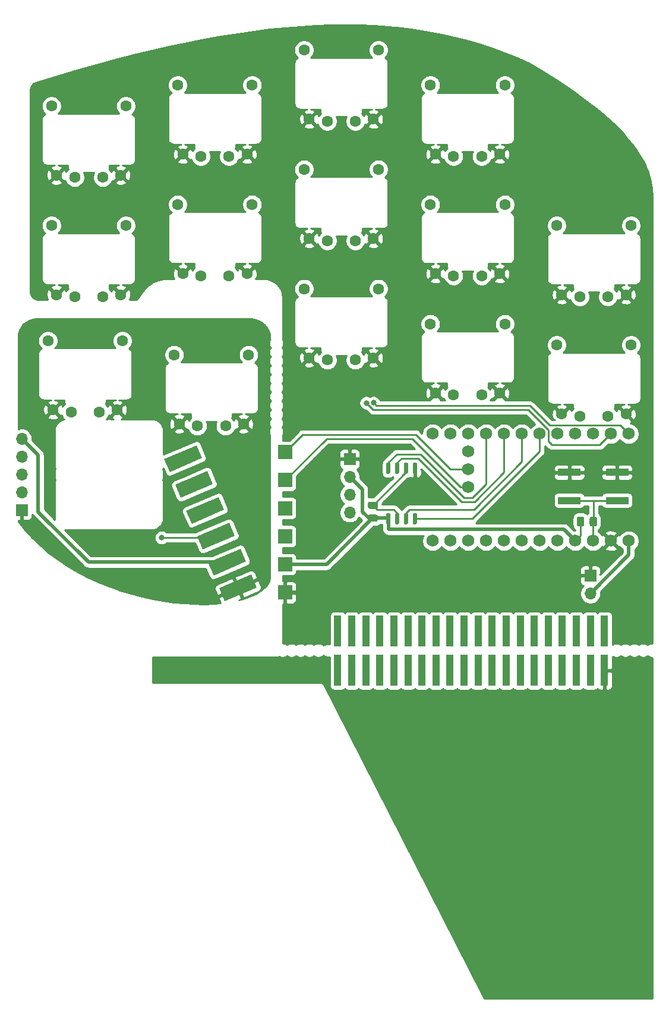
<source format=gbr>
%TF.GenerationSoftware,KiCad,Pcbnew,5.1.8*%
%TF.CreationDate,2020-12-03T05:05:08-06:00*%
%TF.ProjectId,fistion,66697374-696f-46e2-9e6b-696361645f70,rev?*%
%TF.SameCoordinates,Original*%
%TF.FileFunction,Copper,L2,Bot*%
%TF.FilePolarity,Positive*%
%FSLAX46Y46*%
G04 Gerber Fmt 4.6, Leading zero omitted, Abs format (unit mm)*
G04 Created by KiCad (PCBNEW 5.1.8) date 2020-12-03 05:05:08*
%MOMM*%
%LPD*%
G01*
G04 APERTURE LIST*
%TA.AperFunction,ComponentPad*%
%ADD10O,1.700000X1.700000*%
%TD*%
%TA.AperFunction,ComponentPad*%
%ADD11R,1.700000X1.700000*%
%TD*%
%TA.AperFunction,ComponentPad*%
%ADD12R,2.000000X2.000000*%
%TD*%
%TA.AperFunction,ComponentPad*%
%ADD13C,0.100000*%
%TD*%
%TA.AperFunction,SMDPad,CuDef*%
%ADD14C,0.100000*%
%TD*%
%TA.AperFunction,ComponentPad*%
%ADD15C,1.600000*%
%TD*%
%TA.AperFunction,SMDPad,CuDef*%
%ADD16R,3.200000X1.000000*%
%TD*%
%TA.AperFunction,ComponentPad*%
%ADD17R,1.000000X4.400000*%
%TD*%
%TA.AperFunction,ComponentPad*%
%ADD18C,1.752600*%
%TD*%
%TA.AperFunction,ViaPad*%
%ADD19C,0.800000*%
%TD*%
%TA.AperFunction,Conductor*%
%ADD20C,0.508000*%
%TD*%
%TA.AperFunction,Conductor*%
%ADD21C,0.254000*%
%TD*%
%TA.AperFunction,Conductor*%
%ADD22C,0.250000*%
%TD*%
%TA.AperFunction,Conductor*%
%ADD23C,0.100000*%
%TD*%
G04 APERTURE END LIST*
D10*
%TO.P,J5,2*%
%TO.N,Net-(J5-Pad2)*%
X69490000Y-88240000D03*
D11*
%TO.P,J5,1*%
%TO.N,thumb_gnd*%
X69490000Y-90780000D03*
D10*
%TO.P,J5,3*%
%TO.N,thumb_scl*%
X69490000Y-85700000D03*
%TO.P,J5,4*%
%TO.N,thumb_sda*%
X69490000Y-83160000D03*
%TO.P,J5,5*%
%TO.N,thumb_vcc*%
X69490000Y-80620000D03*
%TD*%
%TO.P,J1,2*%
%TO.N,3V3*%
X116200000Y-86040000D03*
%TO.P,J1,3*%
%TO.N,SCL*%
X116200000Y-88580000D03*
%TO.P,J1,4*%
%TO.N,SDA*%
X116200000Y-91120000D03*
D11*
%TO.P,J1,1*%
%TO.N,GND*%
X116200000Y-83500000D03*
%TD*%
D12*
%TO.P,J3,6*%
%TO.N,R3C2*%
X107000000Y-82500000D03*
%TO.P,J3,5*%
%TO.N,R3C1*%
X107000000Y-86500000D03*
%TO.P,J3,4*%
%TO.N,SCL*%
X107000000Y-90500000D03*
%TO.P,J3,3*%
%TO.N,SDA*%
X107000000Y-94500000D03*
%TO.P,J3,2*%
%TO.N,3V3*%
X107000000Y-98500000D03*
%TO.P,J3,1*%
%TO.N,GND*%
X107000000Y-102500000D03*
%TD*%
%TA.AperFunction,ComponentPad*%
D13*
%TO.P,J2,6*%
%TO.N,thumb_R3C2*%
G36*
X95158538Y-83378286D02*
G01*
X90556014Y-85331942D01*
X89774552Y-83490932D01*
X94377076Y-81537276D01*
X95158538Y-83378286D01*
G37*
%TD.AperFunction*%
%TA.AperFunction,SMDPad,CuDef*%
D14*
G36*
X92812218Y-82201520D02*
G01*
X94377076Y-81537277D01*
X95158538Y-83378286D01*
X93593680Y-84042529D01*
X92812218Y-82201520D01*
G37*
%TD.AperFunction*%
%TA.AperFunction,SMDPad,CuDef*%
G36*
X92120872Y-84667699D02*
G01*
X90556014Y-85331942D01*
X89774552Y-83490933D01*
X91339410Y-82826690D01*
X92120872Y-84667699D01*
G37*
%TD.AperFunction*%
%TA.AperFunction,ComponentPad*%
D13*
%TO.P,J2,5*%
%TO.N,thumb_R3C1*%
G36*
X96721462Y-87060306D02*
G01*
X92118938Y-89013962D01*
X91337476Y-87172952D01*
X95940000Y-85219296D01*
X96721462Y-87060306D01*
G37*
%TD.AperFunction*%
%TA.AperFunction,SMDPad,CuDef*%
D14*
G36*
X94375142Y-85883540D02*
G01*
X95940000Y-85219297D01*
X96721462Y-87060306D01*
X95156604Y-87724549D01*
X94375142Y-85883540D01*
G37*
%TD.AperFunction*%
%TA.AperFunction,SMDPad,CuDef*%
G36*
X93683796Y-88349718D02*
G01*
X92118938Y-89013961D01*
X91337476Y-87172952D01*
X92902334Y-86508709D01*
X93683796Y-88349718D01*
G37*
%TD.AperFunction*%
%TA.AperFunction,ComponentPad*%
D13*
%TO.P,J2,4*%
%TO.N,thumb_scl*%
G36*
X98284387Y-90742325D02*
G01*
X93681863Y-92695981D01*
X92900401Y-90854971D01*
X97502925Y-88901315D01*
X98284387Y-90742325D01*
G37*
%TD.AperFunction*%
%TA.AperFunction,SMDPad,CuDef*%
D14*
G36*
X95938067Y-89565559D02*
G01*
X97502925Y-88901316D01*
X98284387Y-90742325D01*
X96719529Y-91406568D01*
X95938067Y-89565559D01*
G37*
%TD.AperFunction*%
%TA.AperFunction,SMDPad,CuDef*%
G36*
X95246721Y-92031738D02*
G01*
X93681863Y-92695981D01*
X92900401Y-90854972D01*
X94465259Y-90190729D01*
X95246721Y-92031738D01*
G37*
%TD.AperFunction*%
%TA.AperFunction,ComponentPad*%
D13*
%TO.P,J2,3*%
%TO.N,thumb_sda*%
G36*
X99847311Y-94424345D02*
G01*
X95244787Y-96378001D01*
X94463325Y-94536991D01*
X99065849Y-92583335D01*
X99847311Y-94424345D01*
G37*
%TD.AperFunction*%
%TA.AperFunction,SMDPad,CuDef*%
D14*
G36*
X97500991Y-93247578D02*
G01*
X99065849Y-92583335D01*
X99847311Y-94424344D01*
X98282453Y-95088587D01*
X97500991Y-93247578D01*
G37*
%TD.AperFunction*%
%TA.AperFunction,SMDPad,CuDef*%
G36*
X96809645Y-95713757D02*
G01*
X95244787Y-96378000D01*
X94463325Y-94536991D01*
X96028183Y-93872748D01*
X96809645Y-95713757D01*
G37*
%TD.AperFunction*%
%TA.AperFunction,ComponentPad*%
D13*
%TO.P,J2,2*%
%TO.N,thumb_vcc*%
G36*
X101410236Y-98106364D02*
G01*
X96807712Y-100060020D01*
X96026250Y-98219010D01*
X100628774Y-96265354D01*
X101410236Y-98106364D01*
G37*
%TD.AperFunction*%
%TA.AperFunction,SMDPad,CuDef*%
D14*
G36*
X99063916Y-96929598D02*
G01*
X100628774Y-96265355D01*
X101410236Y-98106364D01*
X99845378Y-98770607D01*
X99063916Y-96929598D01*
G37*
%TD.AperFunction*%
%TA.AperFunction,SMDPad,CuDef*%
G36*
X98372570Y-99395776D02*
G01*
X96807712Y-100060019D01*
X96026250Y-98219010D01*
X97591108Y-97554767D01*
X98372570Y-99395776D01*
G37*
%TD.AperFunction*%
%TA.AperFunction,SMDPad,CuDef*%
%TO.P,J2,1*%
%TO.N,thumb_gnd*%
G36*
X100626840Y-100611617D02*
G01*
X102191698Y-99947374D01*
X102973160Y-101788383D01*
X101408302Y-102452626D01*
X100626840Y-100611617D01*
G37*
%TD.AperFunction*%
%TA.AperFunction,SMDPad,CuDef*%
G36*
X99935494Y-103077796D02*
G01*
X98370636Y-103742039D01*
X97589174Y-101901030D01*
X99154032Y-101236787D01*
X99935494Y-103077796D01*
G37*
%TD.AperFunction*%
%TA.AperFunction,ComponentPad*%
D13*
G36*
X102973160Y-101788384D02*
G01*
X98370636Y-103742040D01*
X97589174Y-101901030D01*
X102191698Y-99947374D01*
X102973160Y-101788384D01*
G37*
%TD.AperFunction*%
%TD*%
D10*
%TO.P,J4,2*%
%TO.N,BAT*%
X150500000Y-102640000D03*
D11*
%TO.P,J4,1*%
%TO.N,GND*%
X150500000Y-100100000D03*
%TD*%
D15*
%TO.P,KEY13,4*%
%TO.N,N/C*%
X73200000Y-66650000D03*
%TO.P,KEY13,3*%
X83800000Y-66650000D03*
%TO.P,KEY13,2*%
%TO.N,thumb_R3C1*%
X80500000Y-76800000D03*
%TO.P,KEY13,1*%
%TO.N,thumb_gnd*%
X73920000Y-76500000D03*
%TO.P,KEY13,2*%
%TO.N,thumb_R3C1*%
X76500000Y-76800000D03*
%TO.P,KEY13,1*%
%TO.N,thumb_gnd*%
X83080000Y-76500000D03*
%TD*%
%TO.P,KEY9,4*%
%TO.N,N/C*%
X127700000Y-47250000D03*
%TO.P,KEY9,3*%
X138300000Y-47250000D03*
%TO.P,KEY9,2*%
%TO.N,R2C4*%
X135000000Y-57400000D03*
%TO.P,KEY9,1*%
%TO.N,GND*%
X128420000Y-57100000D03*
%TO.P,KEY9,2*%
%TO.N,R2C4*%
X131000000Y-57400000D03*
%TO.P,KEY9,1*%
%TO.N,GND*%
X137580000Y-57100000D03*
%TD*%
%TO.P,KEY12,4*%
%TO.N,N/C*%
X127700000Y-64250000D03*
%TO.P,KEY12,3*%
X138300000Y-64250000D03*
%TO.P,KEY12,2*%
%TO.N,R3C4*%
X135000000Y-74400000D03*
%TO.P,KEY12,1*%
%TO.N,GND*%
X128420000Y-74100000D03*
%TO.P,KEY12,2*%
%TO.N,R3C4*%
X131000000Y-74400000D03*
%TO.P,KEY12,1*%
%TO.N,GND*%
X137580000Y-74100000D03*
%TD*%
%TO.P,KEY14,4*%
%TO.N,N/C*%
X91200000Y-68650000D03*
%TO.P,KEY14,3*%
X101800000Y-68650000D03*
%TO.P,KEY14,2*%
%TO.N,thumb_R3C2*%
X98500000Y-78800000D03*
%TO.P,KEY14,1*%
%TO.N,thumb_gnd*%
X91920000Y-78500000D03*
%TO.P,KEY14,2*%
%TO.N,thumb_R3C2*%
X94500000Y-78800000D03*
%TO.P,KEY14,1*%
%TO.N,thumb_gnd*%
X101080000Y-78500000D03*
%TD*%
%TO.P,KEY11,4*%
%TO.N,N/C*%
X109700000Y-59250000D03*
%TO.P,KEY11,3*%
X120300000Y-59250000D03*
%TO.P,KEY11,2*%
%TO.N,R3C3*%
X117000000Y-69400000D03*
%TO.P,KEY11,1*%
%TO.N,GND*%
X110420000Y-69100000D03*
%TO.P,KEY11,2*%
%TO.N,R3C3*%
X113000000Y-69400000D03*
%TO.P,KEY11,1*%
%TO.N,GND*%
X119580000Y-69100000D03*
%TD*%
D16*
%TO.P,PUSH1,2*%
%TO.N,GND*%
X154300000Y-85400000D03*
X147500000Y-85400000D03*
%TO.P,PUSH1,1*%
%TO.N,Net-(PUSH1-Pad1)*%
X147500000Y-89400000D03*
X154300000Y-89400000D03*
%TD*%
D15*
%TO.P,KEY6,4*%
%TO.N,N/C*%
X73700000Y-50250000D03*
%TO.P,KEY6,3*%
X84300000Y-50250000D03*
%TO.P,KEY6,2*%
%TO.N,R2C1*%
X81000000Y-60400000D03*
%TO.P,KEY6,1*%
%TO.N,GND*%
X74420000Y-60100000D03*
%TO.P,KEY6,2*%
%TO.N,R2C1*%
X77000000Y-60400000D03*
%TO.P,KEY6,1*%
%TO.N,GND*%
X83580000Y-60100000D03*
%TD*%
%TO.P,R1,2*%
%TO.N,3V3*%
%TA.AperFunction,SMDPad,CuDef*%
G36*
G01*
X149600000Y-91949999D02*
X149600000Y-92850001D01*
G75*
G02*
X149350001Y-93100000I-249999J0D01*
G01*
X148824999Y-93100000D01*
G75*
G02*
X148575000Y-92850001I0J249999D01*
G01*
X148575000Y-91949999D01*
G75*
G02*
X148824999Y-91700000I249999J0D01*
G01*
X149350001Y-91700000D01*
G75*
G02*
X149600000Y-91949999I0J-249999D01*
G01*
G37*
%TD.AperFunction*%
%TO.P,R1,1*%
%TO.N,Net-(PUSH1-Pad1)*%
%TA.AperFunction,SMDPad,CuDef*%
G36*
G01*
X151425000Y-91949999D02*
X151425000Y-92850001D01*
G75*
G02*
X151175001Y-93100000I-249999J0D01*
G01*
X150649999Y-93100000D01*
G75*
G02*
X150400000Y-92850001I0J249999D01*
G01*
X150400000Y-91949999D01*
G75*
G02*
X150649999Y-91700000I249999J0D01*
G01*
X151175001Y-91700000D01*
G75*
G02*
X151425000Y-91949999I0J-249999D01*
G01*
G37*
%TD.AperFunction*%
%TD*%
D17*
%TO.P,REF\u002A\u002A,20*%
%TO.N,GND*%
X152500000Y-113600000D03*
%TO.P,REF\u002A\u002A,19*%
%TO.N,N/C*%
X150500000Y-113600000D03*
%TO.P,REF\u002A\u002A,18*%
X148500000Y-113600000D03*
%TO.P,REF\u002A\u002A,17*%
X146500000Y-113600000D03*
%TO.P,REF\u002A\u002A,16*%
X144500000Y-113600000D03*
%TO.P,REF\u002A\u002A,15*%
X142500000Y-113600000D03*
%TO.P,REF\u002A\u002A,14*%
X140500000Y-113600000D03*
%TO.P,REF\u002A\u002A,13*%
X138500000Y-113600000D03*
%TO.P,REF\u002A\u002A,12*%
X136500000Y-113600000D03*
%TO.P,REF\u002A\u002A,11*%
X134500000Y-113600000D03*
%TO.P,REF\u002A\u002A,10*%
X132500000Y-113600000D03*
%TO.P,REF\u002A\u002A,9*%
X130500000Y-113600000D03*
%TO.P,REF\u002A\u002A,8*%
X128500000Y-113600000D03*
%TO.P,REF\u002A\u002A,7*%
X126500000Y-113600000D03*
%TO.P,REF\u002A\u002A,6*%
X124500000Y-113600000D03*
%TO.P,REF\u002A\u002A,5*%
X122500000Y-113600000D03*
%TO.P,REF\u002A\u002A,4*%
X120500000Y-113600000D03*
%TO.P,REF\u002A\u002A,3*%
X118500000Y-113600000D03*
%TO.P,REF\u002A\u002A,2*%
X116500000Y-113600000D03*
%TO.P,REF\u002A\u002A,1*%
X114500000Y-113600000D03*
%TD*%
%TO.P,REF\u002A\u002A,20*%
%TO.N,N/C*%
X152500000Y-108000000D03*
%TO.P,REF\u002A\u002A,19*%
X150500000Y-108000000D03*
%TO.P,REF\u002A\u002A,18*%
X148500000Y-108000000D03*
%TO.P,REF\u002A\u002A,17*%
X146500000Y-108000000D03*
%TO.P,REF\u002A\u002A,16*%
X144500000Y-108000000D03*
%TO.P,REF\u002A\u002A,15*%
X142500000Y-108000000D03*
%TO.P,REF\u002A\u002A,14*%
X140500000Y-108000000D03*
%TO.P,REF\u002A\u002A,13*%
X138500000Y-108000000D03*
%TO.P,REF\u002A\u002A,12*%
X136500000Y-108000000D03*
%TO.P,REF\u002A\u002A,11*%
X134500000Y-108000000D03*
%TO.P,REF\u002A\u002A,10*%
X132500000Y-108000000D03*
%TO.P,REF\u002A\u002A,9*%
X130500000Y-108000000D03*
%TO.P,REF\u002A\u002A,8*%
X128500000Y-108000000D03*
%TO.P,REF\u002A\u002A,7*%
X126500000Y-108000000D03*
%TO.P,REF\u002A\u002A,6*%
X124500000Y-108000000D03*
%TO.P,REF\u002A\u002A,5*%
X122500000Y-108000000D03*
%TO.P,REF\u002A\u002A,4*%
X120500000Y-108000000D03*
%TO.P,REF\u002A\u002A,3*%
X118500000Y-108000000D03*
%TO.P,REF\u002A\u002A,2*%
X116500000Y-108000000D03*
%TO.P,REF\u002A\u002A,1*%
X114500000Y-108000000D03*
%TD*%
D15*
%TO.P,KEY10,4*%
%TO.N,N/C*%
X145700000Y-67250000D03*
%TO.P,KEY10,3*%
X156300000Y-67250000D03*
%TO.P,KEY10,2*%
%TO.N,R2C5*%
X153000000Y-77400000D03*
%TO.P,KEY10,1*%
%TO.N,GND*%
X146420000Y-77100000D03*
%TO.P,KEY10,2*%
%TO.N,R2C5*%
X149000000Y-77400000D03*
%TO.P,KEY10,1*%
%TO.N,GND*%
X155580000Y-77100000D03*
%TD*%
%TO.P,KEY8,4*%
%TO.N,N/C*%
X109700000Y-42250000D03*
%TO.P,KEY8,3*%
X120300000Y-42250000D03*
%TO.P,KEY8,2*%
%TO.N,R2C3*%
X117000000Y-52400000D03*
%TO.P,KEY8,1*%
%TO.N,GND*%
X110420000Y-52100000D03*
%TO.P,KEY8,2*%
%TO.N,R2C3*%
X113000000Y-52400000D03*
%TO.P,KEY8,1*%
%TO.N,GND*%
X119580000Y-52100000D03*
%TD*%
%TO.P,KEY7,4*%
%TO.N,N/C*%
X91700000Y-47250000D03*
%TO.P,KEY7,3*%
X102300000Y-47250000D03*
%TO.P,KEY7,2*%
%TO.N,R2C2*%
X99000000Y-57400000D03*
%TO.P,KEY7,1*%
%TO.N,GND*%
X92420000Y-57100000D03*
%TO.P,KEY7,2*%
%TO.N,R2C2*%
X95000000Y-57400000D03*
%TO.P,KEY7,1*%
%TO.N,GND*%
X101580000Y-57100000D03*
%TD*%
%TO.P,KEY5,4*%
%TO.N,N/C*%
X145700000Y-50250000D03*
%TO.P,KEY5,3*%
X156300000Y-50250000D03*
%TO.P,KEY5,2*%
%TO.N,R1C5*%
X153000000Y-60400000D03*
%TO.P,KEY5,1*%
%TO.N,GND*%
X146420000Y-60100000D03*
%TO.P,KEY5,2*%
%TO.N,R1C5*%
X149000000Y-60400000D03*
%TO.P,KEY5,1*%
%TO.N,GND*%
X155580000Y-60100000D03*
%TD*%
%TO.P,KEY4,4*%
%TO.N,N/C*%
X127700000Y-30250000D03*
%TO.P,KEY4,3*%
X138300000Y-30250000D03*
%TO.P,KEY4,2*%
%TO.N,R1C4*%
X135000000Y-40400000D03*
%TO.P,KEY4,1*%
%TO.N,GND*%
X128420000Y-40100000D03*
%TO.P,KEY4,2*%
%TO.N,R1C4*%
X131000000Y-40400000D03*
%TO.P,KEY4,1*%
%TO.N,GND*%
X137580000Y-40100000D03*
%TD*%
%TO.P,KEY3,4*%
%TO.N,N/C*%
X109700000Y-25250000D03*
%TO.P,KEY3,3*%
X120300000Y-25250000D03*
%TO.P,KEY3,2*%
%TO.N,R1C3*%
X117000000Y-35400000D03*
%TO.P,KEY3,1*%
%TO.N,GND*%
X110420000Y-35100000D03*
%TO.P,KEY3,2*%
%TO.N,R1C3*%
X113000000Y-35400000D03*
%TO.P,KEY3,1*%
%TO.N,GND*%
X119580000Y-35100000D03*
%TD*%
%TO.P,KEY2,4*%
%TO.N,N/C*%
X91700000Y-30250000D03*
%TO.P,KEY2,3*%
X102300000Y-30250000D03*
%TO.P,KEY2,2*%
%TO.N,R1C2*%
X99000000Y-40400000D03*
%TO.P,KEY2,1*%
%TO.N,GND*%
X92420000Y-40100000D03*
%TO.P,KEY2,2*%
%TO.N,R1C2*%
X95000000Y-40400000D03*
%TO.P,KEY2,1*%
%TO.N,GND*%
X101580000Y-40100000D03*
%TD*%
%TO.P,KEY1,4*%
%TO.N,N/C*%
X73700000Y-33250000D03*
%TO.P,KEY1,3*%
X84300000Y-33250000D03*
%TO.P,KEY1,2*%
%TO.N,R1C1*%
X81000000Y-43400000D03*
%TO.P,KEY1,1*%
%TO.N,GND*%
X74420000Y-43100000D03*
%TO.P,KEY1,2*%
%TO.N,R1C1*%
X77000000Y-43400000D03*
%TO.P,KEY1,1*%
%TO.N,GND*%
X83580000Y-43100000D03*
%TD*%
D18*
%TO.P,U1,1*%
%TO.N,SDA*%
X155970000Y-79900000D03*
%TO.P,U1,2*%
%TO.N,SCL*%
X153430000Y-79900000D03*
%TO.P,U1,3*%
%TO.N,GND*%
X150890000Y-79900000D03*
%TO.P,U1,4*%
X148350000Y-79900000D03*
%TO.P,U1,5*%
%TO.N,Net-(U1-Pad5)*%
X145810000Y-79900000D03*
%TO.P,U1,6*%
%TO.N,MOSI*%
X143270000Y-79900000D03*
%TO.P,U1,7*%
%TO.N,SCLK*%
X140730000Y-79900000D03*
%TO.P,U1,8*%
%TO.N,MISO*%
X138190000Y-79900000D03*
%TO.P,U1,9*%
%TO.N,CS*%
X135650000Y-79900000D03*
%TO.P,U1,10*%
%TO.N,R2C5*%
X133110000Y-79900000D03*
%TO.P,U1,11*%
%TO.N,R1C5*%
X130570000Y-79900000D03*
%TO.P,U1,13*%
%TO.N,R2C2*%
X128030000Y-95140000D03*
%TO.P,U1,14*%
%TO.N,R2C1*%
X130570000Y-95140000D03*
%TO.P,U1,15*%
%TO.N,R3C3*%
X133110000Y-95140000D03*
%TO.P,U1,16*%
%TO.N,R1C1*%
X135650000Y-95140000D03*
%TO.P,U1,17*%
%TO.N,R1C2*%
X138190000Y-95140000D03*
%TO.P,U1,18*%
%TO.N,R2C3*%
X140730000Y-95140000D03*
%TO.P,U1,19*%
%TO.N,R1C3*%
X143270000Y-95140000D03*
%TO.P,U1,20*%
%TO.N,R1C4*%
X145810000Y-95140000D03*
%TO.P,U1,21*%
%TO.N,3V3*%
X148350000Y-95140000D03*
%TO.P,U1,22*%
%TO.N,Net-(PUSH1-Pad1)*%
X150890000Y-95140000D03*
%TO.P,U1,23*%
%TO.N,GND*%
X153430000Y-95140000D03*
%TO.P,U1,12*%
%TO.N,R3C4*%
X128030000Y-79900000D03*
%TO.P,U1,24*%
%TO.N,BAT*%
X155970000Y-95140000D03*
%TO.P,U1,31*%
%TO.N,R2C4*%
X133110000Y-82440000D03*
%TO.P,U1,32*%
%TO.N,R3C2*%
X133110000Y-84980000D03*
%TO.P,U1,33*%
%TO.N,R3C1*%
X133110000Y-87520000D03*
%TD*%
%TO.P,R3,2*%
%TO.N,Net-(R3-Pad2)*%
%TA.AperFunction,SMDPad,CuDef*%
G36*
G01*
X119950001Y-90600000D02*
X119049999Y-90600000D01*
G75*
G02*
X118800000Y-90350001I0J249999D01*
G01*
X118800000Y-89824999D01*
G75*
G02*
X119049999Y-89575000I249999J0D01*
G01*
X119950001Y-89575000D01*
G75*
G02*
X120200000Y-89824999I0J-249999D01*
G01*
X120200000Y-90350001D01*
G75*
G02*
X119950001Y-90600000I-249999J0D01*
G01*
G37*
%TD.AperFunction*%
%TO.P,R3,1*%
%TO.N,3V3*%
%TA.AperFunction,SMDPad,CuDef*%
G36*
G01*
X119950001Y-92425000D02*
X119049999Y-92425000D01*
G75*
G02*
X118800000Y-92175001I0J249999D01*
G01*
X118800000Y-91649999D01*
G75*
G02*
X119049999Y-91400000I249999J0D01*
G01*
X119950001Y-91400000D01*
G75*
G02*
X120200000Y-91649999I0J-249999D01*
G01*
X120200000Y-92175001D01*
G75*
G02*
X119950001Y-92425000I-249999J0D01*
G01*
G37*
%TD.AperFunction*%
%TD*%
%TO.P,U2,8*%
%TO.N,3V3*%
%TA.AperFunction,SMDPad,CuDef*%
G36*
G01*
X121545000Y-91200000D02*
X121845000Y-91200000D01*
G75*
G02*
X121995000Y-91350000I0J-150000D01*
G01*
X121995000Y-92650000D01*
G75*
G02*
X121845000Y-92800000I-150000J0D01*
G01*
X121545000Y-92800000D01*
G75*
G02*
X121395000Y-92650000I0J150000D01*
G01*
X121395000Y-91350000D01*
G75*
G02*
X121545000Y-91200000I150000J0D01*
G01*
G37*
%TD.AperFunction*%
%TO.P,U2,7*%
%TO.N,Net-(R3-Pad2)*%
%TA.AperFunction,SMDPad,CuDef*%
G36*
G01*
X122815000Y-91200000D02*
X123115000Y-91200000D01*
G75*
G02*
X123265000Y-91350000I0J-150000D01*
G01*
X123265000Y-92650000D01*
G75*
G02*
X123115000Y-92800000I-150000J0D01*
G01*
X122815000Y-92800000D01*
G75*
G02*
X122665000Y-92650000I0J150000D01*
G01*
X122665000Y-91350000D01*
G75*
G02*
X122815000Y-91200000I150000J0D01*
G01*
G37*
%TD.AperFunction*%
%TO.P,U2,6*%
%TO.N,SCLK*%
%TA.AperFunction,SMDPad,CuDef*%
G36*
G01*
X124085000Y-91200000D02*
X124385000Y-91200000D01*
G75*
G02*
X124535000Y-91350000I0J-150000D01*
G01*
X124535000Y-92650000D01*
G75*
G02*
X124385000Y-92800000I-150000J0D01*
G01*
X124085000Y-92800000D01*
G75*
G02*
X123935000Y-92650000I0J150000D01*
G01*
X123935000Y-91350000D01*
G75*
G02*
X124085000Y-91200000I150000J0D01*
G01*
G37*
%TD.AperFunction*%
%TO.P,U2,5*%
%TO.N,MOSI*%
%TA.AperFunction,SMDPad,CuDef*%
G36*
G01*
X125355000Y-91200000D02*
X125655000Y-91200000D01*
G75*
G02*
X125805000Y-91350000I0J-150000D01*
G01*
X125805000Y-92650000D01*
G75*
G02*
X125655000Y-92800000I-150000J0D01*
G01*
X125355000Y-92800000D01*
G75*
G02*
X125205000Y-92650000I0J150000D01*
G01*
X125205000Y-91350000D01*
G75*
G02*
X125355000Y-91200000I150000J0D01*
G01*
G37*
%TD.AperFunction*%
%TO.P,U2,4*%
%TO.N,GND*%
%TA.AperFunction,SMDPad,CuDef*%
G36*
G01*
X125355000Y-84000000D02*
X125655000Y-84000000D01*
G75*
G02*
X125805000Y-84150000I0J-150000D01*
G01*
X125805000Y-85450000D01*
G75*
G02*
X125655000Y-85600000I-150000J0D01*
G01*
X125355000Y-85600000D01*
G75*
G02*
X125205000Y-85450000I0J150000D01*
G01*
X125205000Y-84150000D01*
G75*
G02*
X125355000Y-84000000I150000J0D01*
G01*
G37*
%TD.AperFunction*%
%TO.P,U2,3*%
%TO.N,Net-(R3-Pad2)*%
%TA.AperFunction,SMDPad,CuDef*%
G36*
G01*
X124085000Y-84000000D02*
X124385000Y-84000000D01*
G75*
G02*
X124535000Y-84150000I0J-150000D01*
G01*
X124535000Y-85450000D01*
G75*
G02*
X124385000Y-85600000I-150000J0D01*
G01*
X124085000Y-85600000D01*
G75*
G02*
X123935000Y-85450000I0J150000D01*
G01*
X123935000Y-84150000D01*
G75*
G02*
X124085000Y-84000000I150000J0D01*
G01*
G37*
%TD.AperFunction*%
%TO.P,U2,2*%
%TO.N,MISO*%
%TA.AperFunction,SMDPad,CuDef*%
G36*
G01*
X122815000Y-84000000D02*
X123115000Y-84000000D01*
G75*
G02*
X123265000Y-84150000I0J-150000D01*
G01*
X123265000Y-85450000D01*
G75*
G02*
X123115000Y-85600000I-150000J0D01*
G01*
X122815000Y-85600000D01*
G75*
G02*
X122665000Y-85450000I0J150000D01*
G01*
X122665000Y-84150000D01*
G75*
G02*
X122815000Y-84000000I150000J0D01*
G01*
G37*
%TD.AperFunction*%
%TO.P,U2,1*%
%TO.N,CS*%
%TA.AperFunction,SMDPad,CuDef*%
G36*
G01*
X121545000Y-84000000D02*
X121845000Y-84000000D01*
G75*
G02*
X121995000Y-84150000I0J-150000D01*
G01*
X121995000Y-85450000D01*
G75*
G02*
X121845000Y-85600000I-150000J0D01*
G01*
X121545000Y-85600000D01*
G75*
G02*
X121395000Y-85450000I0J150000D01*
G01*
X121395000Y-84150000D01*
G75*
G02*
X121545000Y-84000000I150000J0D01*
G01*
G37*
%TD.AperFunction*%
%TD*%
D19*
%TO.N,GND*%
X121400000Y-95500000D03*
X121300000Y-89700000D03*
X112200000Y-97300000D03*
X116300000Y-72900000D03*
%TO.N,SCL*%
X118584017Y-75515983D03*
%TO.N,SDA*%
X119588189Y-75492006D03*
%TO.N,thumb_sda*%
X89400000Y-94700000D03*
%TD*%
D20*
%TO.N,GND*%
X108000000Y-102500000D02*
X112500000Y-102500000D01*
D21*
%TO.N,Net-(PUSH1-Pad1)*%
X150890000Y-92422500D02*
X150912500Y-92400000D01*
X150890000Y-95140000D02*
X150890000Y-92422500D01*
X150912500Y-89400000D02*
X154300000Y-89400000D01*
X150912500Y-92400000D02*
X150912500Y-89400000D01*
X150912500Y-89400000D02*
X147500000Y-89400000D01*
D20*
%TO.N,3V3*%
X119500000Y-91912500D02*
X121607500Y-91912500D01*
X146730000Y-93500000D02*
X148350000Y-95120000D01*
X121700000Y-93500000D02*
X146730000Y-93500000D01*
X121700000Y-92005000D02*
X121695000Y-92000000D01*
X121700000Y-93500000D02*
X121700000Y-92005000D01*
D21*
X149087500Y-94402500D02*
X149087500Y-92400000D01*
X148350000Y-95140000D02*
X149087500Y-94402500D01*
D20*
X119487500Y-91912500D02*
X119500000Y-91912500D01*
X112900000Y-98500000D02*
X119487500Y-91912500D01*
X108000000Y-98500000D02*
X112900000Y-98500000D01*
X118912500Y-91912500D02*
X119500000Y-91912500D01*
X118000000Y-91000000D02*
X118912500Y-91912500D01*
X118000000Y-87840000D02*
X118000000Y-91000000D01*
X116200000Y-86040000D02*
X118000000Y-87840000D01*
D21*
%TO.N,MOSI*%
X125505000Y-92000000D02*
X133710000Y-92000000D01*
X143270000Y-82440000D02*
X143270000Y-79900000D01*
X133710000Y-92000000D02*
X143270000Y-82440000D01*
%TO.N,MISO*%
X125950000Y-83400000D02*
X123565000Y-83400000D01*
X134000000Y-89600000D02*
X132150000Y-89600000D01*
X132150000Y-89600000D02*
X125950000Y-83400000D01*
X123565000Y-83400000D02*
X122965000Y-84000000D01*
X122965000Y-84000000D02*
X122965000Y-84800000D01*
X138190000Y-85410000D02*
X138190000Y-79900000D01*
X134000000Y-89600000D02*
X138190000Y-85410000D01*
%TO.N,CS*%
X132491978Y-88991978D02*
X133708022Y-88991978D01*
X126300000Y-82800000D02*
X132491978Y-88991978D01*
X122895000Y-82800000D02*
X126300000Y-82800000D01*
X121695000Y-84000000D02*
X122895000Y-82800000D01*
X121695000Y-84800000D02*
X121695000Y-84000000D01*
X135650000Y-87050000D02*
X135650000Y-79900000D01*
X133708022Y-88991978D02*
X135650000Y-87050000D01*
%TO.N,SCLK*%
X124735000Y-90700000D02*
X133900000Y-90700000D01*
X124235000Y-91200000D02*
X124735000Y-90700000D01*
X124235000Y-92000000D02*
X124235000Y-91200000D01*
X140730000Y-83870000D02*
X140730000Y-79900000D01*
X133900000Y-90700000D02*
X140730000Y-83870000D01*
%TO.N,SCL*%
X144500000Y-81000000D02*
X144500000Y-79349114D01*
X144500000Y-79349114D02*
X141650886Y-76500000D01*
X153430000Y-79900000D02*
X151830000Y-81500000D01*
X141650886Y-76500000D02*
X119568034Y-76500000D01*
X151830000Y-81500000D02*
X145000000Y-81500000D01*
X145000000Y-81500000D02*
X144500000Y-81000000D01*
X119568034Y-76500000D02*
X118584017Y-75515983D01*
%TO.N,SDA*%
X155970000Y-79900000D02*
X154766699Y-78696699D01*
X144696699Y-78696699D02*
X141892005Y-75892005D01*
X119988188Y-75892005D02*
X119588189Y-75492006D01*
X154766699Y-78696699D02*
X144696699Y-78696699D01*
X141892005Y-75892005D02*
X119988188Y-75892005D01*
%TO.N,R3C2*%
X109500000Y-80000000D02*
X107000000Y-82500000D01*
X125600000Y-80000000D02*
X109500000Y-80000000D01*
X130580000Y-84980000D02*
X125600000Y-80000000D01*
X133110000Y-84980000D02*
X130580000Y-84980000D01*
%TO.N,R3C1*%
X132020000Y-87520000D02*
X133110000Y-87520000D01*
X112900000Y-80600000D02*
X125100000Y-80600000D01*
X125100000Y-80600000D02*
X132020000Y-87520000D01*
X107000000Y-86500000D02*
X112900000Y-80600000D01*
D20*
%TO.N,thumb_vcc*%
X78962687Y-98162687D02*
X98718243Y-98162687D01*
X71800000Y-91000000D02*
X78962687Y-98162687D01*
X71800000Y-82930000D02*
X71800000Y-91000000D01*
X69490000Y-80620000D02*
X71800000Y-82930000D01*
D21*
%TO.N,thumb_sda*%
X96935986Y-94700000D02*
X97155318Y-94480668D01*
X89400000Y-94700000D02*
X96935986Y-94700000D01*
%TO.N,Net-(R3-Pad2)*%
X122965000Y-91200000D02*
X122965000Y-92000000D01*
X122465000Y-90700000D02*
X122965000Y-91200000D01*
X121000000Y-90700000D02*
X122465000Y-90700000D01*
D22*
X124235000Y-85352500D02*
X119500000Y-90087500D01*
X124235000Y-84800000D02*
X124235000Y-85352500D01*
X120112500Y-90700000D02*
X119500000Y-90087500D01*
X121000000Y-90700000D02*
X120112500Y-90700000D01*
D20*
%TO.N,BAT*%
X155970000Y-97170000D02*
X155970000Y-95140000D01*
X150500000Y-102640000D02*
X155970000Y-97170000D01*
%TD*%
D21*
%TO.N,thumb_gnd*%
X102631586Y-63615287D02*
X103142927Y-63769670D01*
X103614540Y-64020431D01*
X104028467Y-64358022D01*
X104368940Y-64769583D01*
X104622987Y-65239433D01*
X104780937Y-65749688D01*
X104837760Y-66290325D01*
X104836807Y-66300000D01*
X104849550Y-66429383D01*
X104864699Y-66479322D01*
X104842378Y-66512728D01*
X104764833Y-66699939D01*
X104725300Y-66898682D01*
X104725300Y-67101318D01*
X104764833Y-67300061D01*
X104842378Y-67487272D01*
X104941087Y-67635000D01*
X104842378Y-67782728D01*
X104764833Y-67969939D01*
X104725300Y-68168682D01*
X104725300Y-68371318D01*
X104764833Y-68570061D01*
X104842378Y-68757272D01*
X104941087Y-68905000D01*
X104842378Y-69052728D01*
X104764833Y-69239939D01*
X104725300Y-69438682D01*
X104725300Y-69641318D01*
X104764833Y-69840061D01*
X104842378Y-70027272D01*
X104941087Y-70175000D01*
X104842378Y-70322728D01*
X104764833Y-70509939D01*
X104725300Y-70708682D01*
X104725300Y-70911318D01*
X104764833Y-71110061D01*
X104842378Y-71297272D01*
X104941087Y-71445000D01*
X104842378Y-71592728D01*
X104764833Y-71779939D01*
X104725300Y-71978682D01*
X104725300Y-72181318D01*
X104764833Y-72380061D01*
X104842378Y-72567272D01*
X104924382Y-72690000D01*
X104842378Y-72812728D01*
X104764833Y-72999939D01*
X104725300Y-73198682D01*
X104725300Y-73401318D01*
X104764833Y-73600061D01*
X104842378Y-73787272D01*
X104941087Y-73935000D01*
X104842378Y-74082728D01*
X104764833Y-74269939D01*
X104725300Y-74468682D01*
X104725300Y-74671318D01*
X104764833Y-74870061D01*
X104842378Y-75057272D01*
X104941087Y-75205000D01*
X104842378Y-75352728D01*
X104764833Y-75539939D01*
X104725300Y-75738682D01*
X104725300Y-75941318D01*
X104764833Y-76140061D01*
X104842378Y-76327272D01*
X104941087Y-76475000D01*
X104842378Y-76622728D01*
X104764833Y-76809939D01*
X104725300Y-77008682D01*
X104725300Y-77211318D01*
X104764833Y-77410061D01*
X104842378Y-77597272D01*
X104941087Y-77745000D01*
X104842378Y-77892728D01*
X104764833Y-78079939D01*
X104725300Y-78278682D01*
X104725300Y-78481318D01*
X104764833Y-78680061D01*
X104842378Y-78867272D01*
X104924382Y-78990000D01*
X104842378Y-79112728D01*
X104764833Y-79299939D01*
X104725300Y-79498682D01*
X104725300Y-79701318D01*
X104764833Y-79900061D01*
X104842378Y-80087272D01*
X104847199Y-80094487D01*
X104836807Y-80200000D01*
X104840000Y-80232419D01*
X104840001Y-99692879D01*
X104826465Y-100325129D01*
X104692713Y-100843518D01*
X104439098Y-101330548D01*
X104059007Y-101795121D01*
X103547461Y-102235056D01*
X102905636Y-102642940D01*
X102139659Y-103011081D01*
X101258135Y-103333348D01*
X100408574Y-103567232D01*
X100656978Y-103461384D01*
X100741080Y-103253225D01*
X100213886Y-102011234D01*
X100032777Y-102088110D01*
X100032776Y-102088110D01*
X98928861Y-102556694D01*
X98928861Y-102556695D01*
X98695053Y-102655940D01*
X97591137Y-103124524D01*
X97518763Y-103303657D01*
X97507036Y-103332683D01*
X97783288Y-103991354D01*
X97790306Y-104004212D01*
X96767408Y-104089356D01*
X95450443Y-104133540D01*
X94073902Y-104116593D01*
X92646543Y-104037258D01*
X91177095Y-103894384D01*
X89674160Y-103686887D01*
X88146289Y-103413740D01*
X86601991Y-103073962D01*
X85049729Y-102666605D01*
X83497974Y-102190776D01*
X82693749Y-101906598D01*
X96951126Y-101906598D01*
X96964472Y-102030968D01*
X97001825Y-102150345D01*
X97283733Y-102806615D01*
X97491892Y-102890716D01*
X97869253Y-102730536D01*
X99797631Y-101911988D01*
X100447694Y-101911988D01*
X100974888Y-103153979D01*
X101183047Y-103238081D01*
X101634326Y-103047263D01*
X101657617Y-103039975D01*
X101974627Y-102903371D01*
X103222475Y-102375732D01*
X103332271Y-102315808D01*
X103428266Y-102235615D01*
X103506771Y-102138234D01*
X103564770Y-102027410D01*
X103600034Y-101907400D01*
X103611208Y-101782816D01*
X103606157Y-101735749D01*
X103597862Y-101658445D01*
X103560509Y-101539069D01*
X103278601Y-100882799D01*
X103070442Y-100798697D01*
X101966527Y-101267281D01*
X101966527Y-101267282D01*
X101732719Y-101366527D01*
X100628803Y-101835111D01*
X100628803Y-101835112D01*
X100447694Y-101911988D01*
X99797631Y-101911988D01*
X100114640Y-101777426D01*
X99587446Y-100535435D01*
X99379287Y-100451333D01*
X98928017Y-100642148D01*
X98904717Y-100649438D01*
X98587584Y-100786096D01*
X97340068Y-101313593D01*
X97339859Y-101313681D01*
X97230063Y-101373606D01*
X97134068Y-101453799D01*
X97055563Y-101551180D01*
X96997564Y-101662004D01*
X96967058Y-101765823D01*
X96962300Y-101782014D01*
X96951126Y-101906598D01*
X82693749Y-101906598D01*
X81955146Y-101645608D01*
X80429580Y-101030256D01*
X78929670Y-100343947D01*
X77463718Y-99585927D01*
X76039941Y-98755457D01*
X74666559Y-97851869D01*
X73351673Y-96874494D01*
X72103272Y-95822651D01*
X70929247Y-94695649D01*
X69837344Y-93492712D01*
X68960000Y-92372333D01*
X68960000Y-92266330D01*
X69204250Y-92265000D01*
X69363000Y-92106250D01*
X69363000Y-90907000D01*
X69343000Y-90907000D01*
X69343000Y-90653000D01*
X69363000Y-90653000D01*
X69363000Y-90633000D01*
X69617000Y-90633000D01*
X69617000Y-90653000D01*
X69637000Y-90653000D01*
X69637000Y-90907000D01*
X69617000Y-90907000D01*
X69617000Y-92106250D01*
X69775750Y-92265000D01*
X70340000Y-92268072D01*
X70464482Y-92255812D01*
X70584180Y-92219502D01*
X70694494Y-92160537D01*
X70791185Y-92081185D01*
X70870537Y-91984494D01*
X70929502Y-91874180D01*
X70965812Y-91754482D01*
X70978072Y-91630000D01*
X70976522Y-91345264D01*
X71057248Y-91496291D01*
X71168342Y-91631659D01*
X71202259Y-91659494D01*
X78303193Y-98760429D01*
X78331028Y-98794346D01*
X78466396Y-98905440D01*
X78620836Y-98987990D01*
X78686745Y-99007983D01*
X78788411Y-99038823D01*
X78821611Y-99042093D01*
X78919020Y-99051687D01*
X78919026Y-99051687D01*
X78962686Y-99055987D01*
X79006346Y-99051687D01*
X95686524Y-99051687D01*
X96187466Y-100231830D01*
X96220364Y-100309334D01*
X96280288Y-100419130D01*
X96360481Y-100515125D01*
X96457861Y-100593631D01*
X96568686Y-100651630D01*
X96688696Y-100686894D01*
X96813280Y-100698068D01*
X96937650Y-100684721D01*
X97057027Y-100647368D01*
X97554533Y-100436189D01*
X99821254Y-100436189D01*
X100348448Y-101678180D01*
X102971197Y-100564889D01*
X103055298Y-100356731D01*
X103055298Y-100356730D01*
X102779046Y-99698059D01*
X102719122Y-99588263D01*
X102638929Y-99492268D01*
X102541548Y-99413763D01*
X102430724Y-99355764D01*
X102310714Y-99320500D01*
X102186130Y-99309326D01*
X102061760Y-99322672D01*
X101942383Y-99360025D01*
X101942175Y-99360115D01*
X100696137Y-99891068D01*
X100377525Y-100024268D01*
X100356095Y-100035964D01*
X99905356Y-100228030D01*
X99821254Y-100436189D01*
X97554533Y-100436189D01*
X100177815Y-99322672D01*
X101659551Y-98693712D01*
X101769346Y-98633788D01*
X101865341Y-98553595D01*
X101943847Y-98456215D01*
X102001846Y-98345390D01*
X102037110Y-98225380D01*
X102048284Y-98100796D01*
X102034938Y-97976426D01*
X101997584Y-97857049D01*
X101216122Y-96016040D01*
X101181598Y-95952783D01*
X101156198Y-95906244D01*
X101076005Y-95810249D01*
X100978625Y-95731743D01*
X100867800Y-95673744D01*
X100747790Y-95638480D01*
X100623206Y-95627306D01*
X100498836Y-95640653D01*
X100379459Y-95678006D01*
X97341793Y-96967419D01*
X96620271Y-97273687D01*
X79330923Y-97273687D01*
X76655297Y-94598061D01*
X88365000Y-94598061D01*
X88365000Y-94801939D01*
X88404774Y-95001898D01*
X88482795Y-95190256D01*
X88596063Y-95359774D01*
X88740226Y-95503937D01*
X88909744Y-95617205D01*
X89098102Y-95695226D01*
X89298061Y-95735000D01*
X89501939Y-95735000D01*
X89701898Y-95695226D01*
X89890256Y-95617205D01*
X90059774Y-95503937D01*
X90101711Y-95462000D01*
X94162792Y-95462000D01*
X94312703Y-95815168D01*
X94657439Y-96627315D01*
X94717363Y-96737111D01*
X94797556Y-96833106D01*
X94894936Y-96911612D01*
X95005761Y-96969611D01*
X95125771Y-97004875D01*
X95250355Y-97016049D01*
X95374725Y-97002702D01*
X95494102Y-96965349D01*
X100096626Y-95011693D01*
X100206421Y-94951769D01*
X100302416Y-94871576D01*
X100380922Y-94774196D01*
X100438921Y-94663371D01*
X100474185Y-94543361D01*
X100485359Y-94418777D01*
X100472013Y-94294407D01*
X100465818Y-94274608D01*
X100434659Y-94175029D01*
X99653197Y-92334020D01*
X99593273Y-92224225D01*
X99513080Y-92128230D01*
X99415700Y-92049724D01*
X99304875Y-91991725D01*
X99184865Y-91956461D01*
X99060281Y-91945287D01*
X98935911Y-91958634D01*
X98816534Y-91995987D01*
X95778868Y-93285400D01*
X94241439Y-93938000D01*
X90101711Y-93938000D01*
X90059774Y-93896063D01*
X89890256Y-93782795D01*
X89701898Y-93704774D01*
X89501939Y-93665000D01*
X89298061Y-93665000D01*
X89098102Y-93704774D01*
X88909744Y-93782795D01*
X88740226Y-93896063D01*
X88596063Y-94040226D01*
X88482795Y-94209744D01*
X88404774Y-94398102D01*
X88365000Y-94598061D01*
X76655297Y-94598061D01*
X75633775Y-93576539D01*
X75800000Y-93592911D01*
X75880322Y-93585000D01*
X81520008Y-93585000D01*
X81900000Y-93622426D01*
X82279992Y-93585000D01*
X87919678Y-93585000D01*
X88000000Y-93592911D01*
X88080322Y-93585000D01*
X88320516Y-93561343D01*
X88628715Y-93467852D01*
X88912752Y-93316031D01*
X89161714Y-93111714D01*
X89366031Y-92862752D01*
X89517852Y-92578715D01*
X89611343Y-92270516D01*
X89642911Y-91950000D01*
X89635000Y-91869678D01*
X89635000Y-90860540D01*
X92262353Y-90860540D01*
X92275699Y-90984910D01*
X92313053Y-91104287D01*
X93094515Y-92945296D01*
X93154439Y-93055091D01*
X93234632Y-93151086D01*
X93332012Y-93229592D01*
X93442837Y-93287591D01*
X93562847Y-93322855D01*
X93687431Y-93334029D01*
X93811801Y-93320682D01*
X93931178Y-93283329D01*
X98533702Y-91329673D01*
X98643497Y-91269749D01*
X98739492Y-91189556D01*
X98817998Y-91092176D01*
X98875997Y-90981351D01*
X98911261Y-90861341D01*
X98922435Y-90736757D01*
X98909089Y-90612387D01*
X98900197Y-90583969D01*
X98871735Y-90493010D01*
X98090273Y-88652001D01*
X98055749Y-88588744D01*
X98030349Y-88542205D01*
X97950156Y-88446210D01*
X97852776Y-88367704D01*
X97741951Y-88309705D01*
X97621941Y-88274441D01*
X97497357Y-88263267D01*
X97372987Y-88276614D01*
X97253610Y-88313967D01*
X92651086Y-90267623D01*
X92541291Y-90327547D01*
X92445296Y-90407740D01*
X92366790Y-90505120D01*
X92308791Y-90615945D01*
X92308791Y-90615946D01*
X92273527Y-90735956D01*
X92262353Y-90860540D01*
X89635000Y-90860540D01*
X89635000Y-87178520D01*
X90699428Y-87178520D01*
X90712774Y-87302890D01*
X90750128Y-87422267D01*
X91194327Y-88468734D01*
X91531590Y-89263276D01*
X91591514Y-89373072D01*
X91671707Y-89469067D01*
X91769087Y-89547573D01*
X91879912Y-89605572D01*
X91999922Y-89640836D01*
X92124506Y-89652010D01*
X92248876Y-89638663D01*
X92368253Y-89601310D01*
X95489041Y-88276614D01*
X96970777Y-87647654D01*
X97080572Y-87587730D01*
X97176567Y-87507537D01*
X97255073Y-87410157D01*
X97313072Y-87299332D01*
X97348336Y-87179322D01*
X97359510Y-87054738D01*
X97346164Y-86930368D01*
X97308810Y-86810991D01*
X96527348Y-84969982D01*
X96492824Y-84906725D01*
X96467424Y-84860186D01*
X96387231Y-84764191D01*
X96289851Y-84685685D01*
X96179026Y-84627686D01*
X96059016Y-84592422D01*
X95934432Y-84581248D01*
X95810062Y-84594595D01*
X95690685Y-84631948D01*
X92653019Y-85921361D01*
X91088161Y-86585604D01*
X90978366Y-86645528D01*
X90882371Y-86725721D01*
X90803865Y-86823101D01*
X90745866Y-86933926D01*
X90710602Y-87053936D01*
X90699428Y-87178520D01*
X89635000Y-87178520D01*
X89635000Y-86869678D01*
X89611343Y-86629484D01*
X89599499Y-86590440D01*
X89635000Y-86229992D01*
X89635000Y-85170009D01*
X89603216Y-84847306D01*
X89611343Y-84820516D01*
X89617823Y-84754723D01*
X89968666Y-85581257D01*
X90028590Y-85691052D01*
X90108783Y-85787047D01*
X90206163Y-85865553D01*
X90316988Y-85923552D01*
X90436998Y-85958816D01*
X90561582Y-85969990D01*
X90685952Y-85956643D01*
X90805329Y-85919290D01*
X95407853Y-83965634D01*
X95517648Y-83905710D01*
X95613643Y-83825517D01*
X95692149Y-83728137D01*
X95750148Y-83617312D01*
X95785412Y-83497302D01*
X95796586Y-83372718D01*
X95783240Y-83248348D01*
X95745886Y-83128971D01*
X94964424Y-81287962D01*
X94933811Y-81231871D01*
X94904500Y-81178166D01*
X94824307Y-81082171D01*
X94726927Y-81003665D01*
X94616102Y-80945666D01*
X94496092Y-80910402D01*
X94371508Y-80899228D01*
X94247138Y-80912575D01*
X94127761Y-80949928D01*
X89635000Y-82856992D01*
X89635000Y-79530322D01*
X89638705Y-79492702D01*
X91106903Y-79492702D01*
X91178486Y-79736671D01*
X91433996Y-79857571D01*
X91708184Y-79926300D01*
X91990512Y-79940217D01*
X92270130Y-79898787D01*
X92536292Y-79803603D01*
X92661514Y-79736671D01*
X92733097Y-79492702D01*
X91920000Y-78679605D01*
X91106903Y-79492702D01*
X89638705Y-79492702D01*
X89642911Y-79450000D01*
X89611343Y-79129484D01*
X89517852Y-78821285D01*
X89383811Y-78570512D01*
X90479783Y-78570512D01*
X90521213Y-78850130D01*
X90616397Y-79116292D01*
X90683329Y-79241514D01*
X90927298Y-79313097D01*
X91740395Y-78500000D01*
X90927298Y-77686903D01*
X90683329Y-77758486D01*
X90562429Y-78013996D01*
X90493700Y-78288184D01*
X90479783Y-78570512D01*
X89383811Y-78570512D01*
X89366031Y-78537248D01*
X89161714Y-78288286D01*
X88912752Y-78083969D01*
X88628715Y-77932148D01*
X88320516Y-77838657D01*
X88080322Y-77815000D01*
X83664423Y-77815000D01*
X83696292Y-77803603D01*
X83821514Y-77736671D01*
X83893097Y-77492702D01*
X83080000Y-76679605D01*
X82266903Y-77492702D01*
X82338486Y-77736671D01*
X82504026Y-77815000D01*
X82279992Y-77815000D01*
X81900000Y-77777574D01*
X81520008Y-77815000D01*
X81514396Y-77815000D01*
X81614637Y-77714759D01*
X81771680Y-77479727D01*
X81867423Y-77248583D01*
X82087298Y-77313097D01*
X82900395Y-76500000D01*
X83259605Y-76500000D01*
X84072702Y-77313097D01*
X84316671Y-77241514D01*
X84437571Y-76986004D01*
X84506300Y-76711816D01*
X84520217Y-76429488D01*
X84478787Y-76149870D01*
X84383603Y-75883708D01*
X84316671Y-75758486D01*
X84072702Y-75686903D01*
X83259605Y-76500000D01*
X82900395Y-76500000D01*
X82087298Y-75686903D01*
X81843329Y-75758486D01*
X81722429Y-76013996D01*
X81716493Y-76037679D01*
X81614637Y-75885241D01*
X81414759Y-75685363D01*
X81411876Y-75683437D01*
X81428754Y-75651860D01*
X81473641Y-75503887D01*
X81485000Y-75388561D01*
X81488798Y-75350000D01*
X81485000Y-75311439D01*
X81485000Y-75085000D01*
X82839294Y-75085000D01*
X82729870Y-75101213D01*
X82463708Y-75196397D01*
X82338486Y-75263329D01*
X82266903Y-75507298D01*
X83080000Y-76320395D01*
X83893097Y-75507298D01*
X83821514Y-75263329D01*
X83566004Y-75142429D01*
X83336896Y-75085000D01*
X84361440Y-75085000D01*
X84400000Y-75088798D01*
X84553887Y-75073641D01*
X84701860Y-75028754D01*
X84838233Y-74955862D01*
X84957764Y-74857764D01*
X85055862Y-74738233D01*
X85128754Y-74601860D01*
X85173641Y-74453887D01*
X85185000Y-74338561D01*
X85188798Y-74300000D01*
X85185000Y-74261439D01*
X85185000Y-68538561D01*
X85187944Y-68508665D01*
X89765000Y-68508665D01*
X89765000Y-68791335D01*
X89820147Y-69068574D01*
X89928320Y-69329727D01*
X90085363Y-69564759D01*
X90285241Y-69764637D01*
X90296469Y-69772139D01*
X90161767Y-69844138D01*
X90042236Y-69942236D01*
X89944138Y-70061767D01*
X89871246Y-70198140D01*
X89826359Y-70346113D01*
X89811202Y-70500000D01*
X89815000Y-70538561D01*
X89815001Y-76261429D01*
X89811202Y-76300000D01*
X89826359Y-76453887D01*
X89871246Y-76601860D01*
X89944138Y-76738233D01*
X90042236Y-76857764D01*
X90161767Y-76955862D01*
X90298140Y-77028754D01*
X90446113Y-77073641D01*
X90561439Y-77085000D01*
X90561440Y-77085000D01*
X90600000Y-77088798D01*
X90638561Y-77085000D01*
X91679294Y-77085000D01*
X91569870Y-77101213D01*
X91303708Y-77196397D01*
X91178486Y-77263329D01*
X91106903Y-77507298D01*
X91920000Y-78320395D01*
X92733097Y-77507298D01*
X92661514Y-77263329D01*
X92406004Y-77142429D01*
X92176896Y-77085000D01*
X93515000Y-77085000D01*
X93515000Y-77311439D01*
X93511202Y-77350000D01*
X93526359Y-77503887D01*
X93571246Y-77651860D01*
X93588124Y-77683437D01*
X93585241Y-77685363D01*
X93385363Y-77885241D01*
X93280354Y-78042399D01*
X93223603Y-77883708D01*
X93156671Y-77758486D01*
X92912702Y-77686903D01*
X92099605Y-78500000D01*
X92912702Y-79313097D01*
X93132577Y-79248583D01*
X93228320Y-79479727D01*
X93385363Y-79714759D01*
X93585241Y-79914637D01*
X93820273Y-80071680D01*
X94081426Y-80179853D01*
X94358665Y-80235000D01*
X94641335Y-80235000D01*
X94918574Y-80179853D01*
X95179727Y-80071680D01*
X95414759Y-79914637D01*
X95614637Y-79714759D01*
X95771680Y-79479727D01*
X95879853Y-79218574D01*
X95935000Y-78941335D01*
X95935000Y-78658665D01*
X95879853Y-78381426D01*
X95777780Y-78135000D01*
X97222220Y-78135000D01*
X97120147Y-78381426D01*
X97065000Y-78658665D01*
X97065000Y-78941335D01*
X97120147Y-79218574D01*
X97228320Y-79479727D01*
X97385363Y-79714759D01*
X97585241Y-79914637D01*
X97820273Y-80071680D01*
X98081426Y-80179853D01*
X98358665Y-80235000D01*
X98641335Y-80235000D01*
X98918574Y-80179853D01*
X99179727Y-80071680D01*
X99414759Y-79914637D01*
X99614637Y-79714759D01*
X99763010Y-79492702D01*
X100266903Y-79492702D01*
X100338486Y-79736671D01*
X100593996Y-79857571D01*
X100868184Y-79926300D01*
X101150512Y-79940217D01*
X101430130Y-79898787D01*
X101696292Y-79803603D01*
X101821514Y-79736671D01*
X101893097Y-79492702D01*
X101080000Y-78679605D01*
X100266903Y-79492702D01*
X99763010Y-79492702D01*
X99771680Y-79479727D01*
X99867423Y-79248583D01*
X100087298Y-79313097D01*
X100900395Y-78500000D01*
X101259605Y-78500000D01*
X102072702Y-79313097D01*
X102316671Y-79241514D01*
X102437571Y-78986004D01*
X102506300Y-78711816D01*
X102520217Y-78429488D01*
X102478787Y-78149870D01*
X102383603Y-77883708D01*
X102316671Y-77758486D01*
X102072702Y-77686903D01*
X101259605Y-78500000D01*
X100900395Y-78500000D01*
X100087298Y-77686903D01*
X99843329Y-77758486D01*
X99722429Y-78013996D01*
X99716493Y-78037679D01*
X99614637Y-77885241D01*
X99414759Y-77685363D01*
X99411876Y-77683437D01*
X99428754Y-77651860D01*
X99473641Y-77503887D01*
X99488798Y-77350000D01*
X99485000Y-77311439D01*
X99485000Y-77085000D01*
X100839294Y-77085000D01*
X100729870Y-77101213D01*
X100463708Y-77196397D01*
X100338486Y-77263329D01*
X100266903Y-77507298D01*
X101080000Y-78320395D01*
X101893097Y-77507298D01*
X101821514Y-77263329D01*
X101566004Y-77142429D01*
X101336896Y-77085000D01*
X102361440Y-77085000D01*
X102400000Y-77088798D01*
X102553887Y-77073641D01*
X102701860Y-77028754D01*
X102838233Y-76955862D01*
X102957764Y-76857764D01*
X103055862Y-76738233D01*
X103128754Y-76601860D01*
X103173641Y-76453887D01*
X103185000Y-76338561D01*
X103188798Y-76300000D01*
X103185000Y-76261439D01*
X103185000Y-70538561D01*
X103188798Y-70500000D01*
X103173641Y-70346113D01*
X103128754Y-70198140D01*
X103055862Y-70061767D01*
X102957764Y-69942236D01*
X102838233Y-69844138D01*
X102703531Y-69772139D01*
X102714759Y-69764637D01*
X102914637Y-69564759D01*
X103071680Y-69329727D01*
X103179853Y-69068574D01*
X103235000Y-68791335D01*
X103235000Y-68508665D01*
X103179853Y-68231426D01*
X103071680Y-67970273D01*
X102914637Y-67735241D01*
X102714759Y-67535363D01*
X102479727Y-67378320D01*
X102218574Y-67270147D01*
X101941335Y-67215000D01*
X101658665Y-67215000D01*
X101381426Y-67270147D01*
X101120273Y-67378320D01*
X100885241Y-67535363D01*
X100685363Y-67735241D01*
X100528320Y-67970273D01*
X100420147Y-68231426D01*
X100365000Y-68508665D01*
X100365000Y-68791335D01*
X100420147Y-69068574D01*
X100528320Y-69329727D01*
X100685363Y-69564759D01*
X100835604Y-69715000D01*
X92164396Y-69715000D01*
X92314637Y-69564759D01*
X92471680Y-69329727D01*
X92579853Y-69068574D01*
X92635000Y-68791335D01*
X92635000Y-68508665D01*
X92579853Y-68231426D01*
X92471680Y-67970273D01*
X92314637Y-67735241D01*
X92114759Y-67535363D01*
X91879727Y-67378320D01*
X91618574Y-67270147D01*
X91341335Y-67215000D01*
X91058665Y-67215000D01*
X90781426Y-67270147D01*
X90520273Y-67378320D01*
X90285241Y-67535363D01*
X90085363Y-67735241D01*
X89928320Y-67970273D01*
X89820147Y-68231426D01*
X89765000Y-68508665D01*
X85187944Y-68508665D01*
X85188798Y-68500000D01*
X85173641Y-68346113D01*
X85128754Y-68198140D01*
X85055862Y-68061767D01*
X84957764Y-67942236D01*
X84838233Y-67844138D01*
X84703531Y-67772139D01*
X84714759Y-67764637D01*
X84914637Y-67564759D01*
X85071680Y-67329727D01*
X85179853Y-67068574D01*
X85235000Y-66791335D01*
X85235000Y-66508665D01*
X85179853Y-66231426D01*
X85071680Y-65970273D01*
X84914637Y-65735241D01*
X84714759Y-65535363D01*
X84479727Y-65378320D01*
X84218574Y-65270147D01*
X83941335Y-65215000D01*
X83658665Y-65215000D01*
X83381426Y-65270147D01*
X83120273Y-65378320D01*
X82885241Y-65535363D01*
X82685363Y-65735241D01*
X82528320Y-65970273D01*
X82420147Y-66231426D01*
X82365000Y-66508665D01*
X82365000Y-66791335D01*
X82420147Y-67068574D01*
X82528320Y-67329727D01*
X82685363Y-67564759D01*
X82835604Y-67715000D01*
X74164396Y-67715000D01*
X74314637Y-67564759D01*
X74471680Y-67329727D01*
X74579853Y-67068574D01*
X74635000Y-66791335D01*
X74635000Y-66508665D01*
X74579853Y-66231426D01*
X74471680Y-65970273D01*
X74314637Y-65735241D01*
X74114759Y-65535363D01*
X73879727Y-65378320D01*
X73618574Y-65270147D01*
X73341335Y-65215000D01*
X73058665Y-65215000D01*
X72781426Y-65270147D01*
X72520273Y-65378320D01*
X72285241Y-65535363D01*
X72085363Y-65735241D01*
X71928320Y-65970273D01*
X71820147Y-66231426D01*
X71765000Y-66508665D01*
X71765000Y-66791335D01*
X71820147Y-67068574D01*
X71928320Y-67329727D01*
X72085363Y-67564759D01*
X72285241Y-67764637D01*
X72296469Y-67772139D01*
X72161767Y-67844138D01*
X72042236Y-67942236D01*
X71944138Y-68061767D01*
X71871246Y-68198140D01*
X71826359Y-68346113D01*
X71811202Y-68500000D01*
X71815000Y-68538561D01*
X71815001Y-74261429D01*
X71811202Y-74300000D01*
X71826359Y-74453887D01*
X71871246Y-74601860D01*
X71944138Y-74738233D01*
X72042236Y-74857764D01*
X72161767Y-74955862D01*
X72298140Y-75028754D01*
X72446113Y-75073641D01*
X72561439Y-75085000D01*
X72561440Y-75085000D01*
X72600000Y-75088798D01*
X72638561Y-75085000D01*
X73679294Y-75085000D01*
X73569870Y-75101213D01*
X73303708Y-75196397D01*
X73178486Y-75263329D01*
X73106903Y-75507298D01*
X73920000Y-76320395D01*
X74733097Y-75507298D01*
X74661514Y-75263329D01*
X74406004Y-75142429D01*
X74176896Y-75085000D01*
X75515000Y-75085000D01*
X75515000Y-75311439D01*
X75511202Y-75350000D01*
X75526359Y-75503887D01*
X75571246Y-75651860D01*
X75588124Y-75683437D01*
X75585241Y-75685363D01*
X75385363Y-75885241D01*
X75280354Y-76042399D01*
X75223603Y-75883708D01*
X75156671Y-75758486D01*
X74912702Y-75686903D01*
X74099605Y-76500000D01*
X74912702Y-77313097D01*
X75132577Y-77248583D01*
X75228320Y-77479727D01*
X75385363Y-77714759D01*
X75506591Y-77835987D01*
X75479484Y-77838657D01*
X75171285Y-77932148D01*
X74887248Y-78083969D01*
X74638286Y-78288286D01*
X74433969Y-78537248D01*
X74282148Y-78821285D01*
X74188657Y-79129484D01*
X74157089Y-79450000D01*
X74165001Y-79530332D01*
X74165000Y-84530321D01*
X74188657Y-84770515D01*
X74200501Y-84809560D01*
X74165000Y-85170008D01*
X74165000Y-86229991D01*
X74200501Y-86590442D01*
X74188658Y-86629484D01*
X74165001Y-86869678D01*
X74165000Y-91869678D01*
X74157089Y-91950000D01*
X74173461Y-92116226D01*
X72689000Y-90631765D01*
X72689000Y-82973659D01*
X72693300Y-82929999D01*
X72689000Y-82886334D01*
X72689000Y-82886333D01*
X72676136Y-82755726D01*
X72676136Y-82755724D01*
X72625302Y-82588147D01*
X72618607Y-82575621D01*
X72542753Y-82433709D01*
X72431659Y-82298341D01*
X72397737Y-82270502D01*
X70961477Y-80834242D01*
X70975000Y-80766260D01*
X70975000Y-80473740D01*
X70917932Y-80186842D01*
X70805990Y-79916589D01*
X70643475Y-79673368D01*
X70436632Y-79466525D01*
X70193411Y-79304010D01*
X69923158Y-79192068D01*
X69636260Y-79135000D01*
X69343740Y-79135000D01*
X69056842Y-79192068D01*
X68960000Y-79232181D01*
X68960000Y-77492702D01*
X73106903Y-77492702D01*
X73178486Y-77736671D01*
X73433996Y-77857571D01*
X73708184Y-77926300D01*
X73990512Y-77940217D01*
X74270130Y-77898787D01*
X74536292Y-77803603D01*
X74661514Y-77736671D01*
X74733097Y-77492702D01*
X73920000Y-76679605D01*
X73106903Y-77492702D01*
X68960000Y-77492702D01*
X68960000Y-76570512D01*
X72479783Y-76570512D01*
X72521213Y-76850130D01*
X72616397Y-77116292D01*
X72683329Y-77241514D01*
X72927298Y-77313097D01*
X73740395Y-76500000D01*
X72927298Y-75686903D01*
X72683329Y-75758486D01*
X72562429Y-76013996D01*
X72493700Y-76288184D01*
X72479783Y-76570512D01*
X68960000Y-76570512D01*
X68960000Y-66132279D01*
X69011479Y-65607261D01*
X69154579Y-65133289D01*
X69387017Y-64696136D01*
X69699936Y-64312460D01*
X70081419Y-63996869D01*
X70516936Y-63761386D01*
X70989902Y-63614978D01*
X71512986Y-63560000D01*
X102067722Y-63560000D01*
X102631586Y-63615287D01*
%TA.AperFunction,Conductor*%
D23*
G36*
X102631586Y-63615287D02*
G01*
X103142927Y-63769670D01*
X103614540Y-64020431D01*
X104028467Y-64358022D01*
X104368940Y-64769583D01*
X104622987Y-65239433D01*
X104780937Y-65749688D01*
X104837760Y-66290325D01*
X104836807Y-66300000D01*
X104849550Y-66429383D01*
X104864699Y-66479322D01*
X104842378Y-66512728D01*
X104764833Y-66699939D01*
X104725300Y-66898682D01*
X104725300Y-67101318D01*
X104764833Y-67300061D01*
X104842378Y-67487272D01*
X104941087Y-67635000D01*
X104842378Y-67782728D01*
X104764833Y-67969939D01*
X104725300Y-68168682D01*
X104725300Y-68371318D01*
X104764833Y-68570061D01*
X104842378Y-68757272D01*
X104941087Y-68905000D01*
X104842378Y-69052728D01*
X104764833Y-69239939D01*
X104725300Y-69438682D01*
X104725300Y-69641318D01*
X104764833Y-69840061D01*
X104842378Y-70027272D01*
X104941087Y-70175000D01*
X104842378Y-70322728D01*
X104764833Y-70509939D01*
X104725300Y-70708682D01*
X104725300Y-70911318D01*
X104764833Y-71110061D01*
X104842378Y-71297272D01*
X104941087Y-71445000D01*
X104842378Y-71592728D01*
X104764833Y-71779939D01*
X104725300Y-71978682D01*
X104725300Y-72181318D01*
X104764833Y-72380061D01*
X104842378Y-72567272D01*
X104924382Y-72690000D01*
X104842378Y-72812728D01*
X104764833Y-72999939D01*
X104725300Y-73198682D01*
X104725300Y-73401318D01*
X104764833Y-73600061D01*
X104842378Y-73787272D01*
X104941087Y-73935000D01*
X104842378Y-74082728D01*
X104764833Y-74269939D01*
X104725300Y-74468682D01*
X104725300Y-74671318D01*
X104764833Y-74870061D01*
X104842378Y-75057272D01*
X104941087Y-75205000D01*
X104842378Y-75352728D01*
X104764833Y-75539939D01*
X104725300Y-75738682D01*
X104725300Y-75941318D01*
X104764833Y-76140061D01*
X104842378Y-76327272D01*
X104941087Y-76475000D01*
X104842378Y-76622728D01*
X104764833Y-76809939D01*
X104725300Y-77008682D01*
X104725300Y-77211318D01*
X104764833Y-77410061D01*
X104842378Y-77597272D01*
X104941087Y-77745000D01*
X104842378Y-77892728D01*
X104764833Y-78079939D01*
X104725300Y-78278682D01*
X104725300Y-78481318D01*
X104764833Y-78680061D01*
X104842378Y-78867272D01*
X104924382Y-78990000D01*
X104842378Y-79112728D01*
X104764833Y-79299939D01*
X104725300Y-79498682D01*
X104725300Y-79701318D01*
X104764833Y-79900061D01*
X104842378Y-80087272D01*
X104847199Y-80094487D01*
X104836807Y-80200000D01*
X104840000Y-80232419D01*
X104840001Y-99692879D01*
X104826465Y-100325129D01*
X104692713Y-100843518D01*
X104439098Y-101330548D01*
X104059007Y-101795121D01*
X103547461Y-102235056D01*
X102905636Y-102642940D01*
X102139659Y-103011081D01*
X101258135Y-103333348D01*
X100408574Y-103567232D01*
X100656978Y-103461384D01*
X100741080Y-103253225D01*
X100213886Y-102011234D01*
X100032777Y-102088110D01*
X100032776Y-102088110D01*
X98928861Y-102556694D01*
X98928861Y-102556695D01*
X98695053Y-102655940D01*
X97591137Y-103124524D01*
X97518763Y-103303657D01*
X97507036Y-103332683D01*
X97783288Y-103991354D01*
X97790306Y-104004212D01*
X96767408Y-104089356D01*
X95450443Y-104133540D01*
X94073902Y-104116593D01*
X92646543Y-104037258D01*
X91177095Y-103894384D01*
X89674160Y-103686887D01*
X88146289Y-103413740D01*
X86601991Y-103073962D01*
X85049729Y-102666605D01*
X83497974Y-102190776D01*
X82693749Y-101906598D01*
X96951126Y-101906598D01*
X96964472Y-102030968D01*
X97001825Y-102150345D01*
X97283733Y-102806615D01*
X97491892Y-102890716D01*
X97869253Y-102730536D01*
X99797631Y-101911988D01*
X100447694Y-101911988D01*
X100974888Y-103153979D01*
X101183047Y-103238081D01*
X101634326Y-103047263D01*
X101657617Y-103039975D01*
X101974627Y-102903371D01*
X103222475Y-102375732D01*
X103332271Y-102315808D01*
X103428266Y-102235615D01*
X103506771Y-102138234D01*
X103564770Y-102027410D01*
X103600034Y-101907400D01*
X103611208Y-101782816D01*
X103606157Y-101735749D01*
X103597862Y-101658445D01*
X103560509Y-101539069D01*
X103278601Y-100882799D01*
X103070442Y-100798697D01*
X101966527Y-101267281D01*
X101966527Y-101267282D01*
X101732719Y-101366527D01*
X100628803Y-101835111D01*
X100628803Y-101835112D01*
X100447694Y-101911988D01*
X99797631Y-101911988D01*
X100114640Y-101777426D01*
X99587446Y-100535435D01*
X99379287Y-100451333D01*
X98928017Y-100642148D01*
X98904717Y-100649438D01*
X98587584Y-100786096D01*
X97340068Y-101313593D01*
X97339859Y-101313681D01*
X97230063Y-101373606D01*
X97134068Y-101453799D01*
X97055563Y-101551180D01*
X96997564Y-101662004D01*
X96967058Y-101765823D01*
X96962300Y-101782014D01*
X96951126Y-101906598D01*
X82693749Y-101906598D01*
X81955146Y-101645608D01*
X80429580Y-101030256D01*
X78929670Y-100343947D01*
X77463718Y-99585927D01*
X76039941Y-98755457D01*
X74666559Y-97851869D01*
X73351673Y-96874494D01*
X72103272Y-95822651D01*
X70929247Y-94695649D01*
X69837344Y-93492712D01*
X68960000Y-92372333D01*
X68960000Y-92266330D01*
X69204250Y-92265000D01*
X69363000Y-92106250D01*
X69363000Y-90907000D01*
X69343000Y-90907000D01*
X69343000Y-90653000D01*
X69363000Y-90653000D01*
X69363000Y-90633000D01*
X69617000Y-90633000D01*
X69617000Y-90653000D01*
X69637000Y-90653000D01*
X69637000Y-90907000D01*
X69617000Y-90907000D01*
X69617000Y-92106250D01*
X69775750Y-92265000D01*
X70340000Y-92268072D01*
X70464482Y-92255812D01*
X70584180Y-92219502D01*
X70694494Y-92160537D01*
X70791185Y-92081185D01*
X70870537Y-91984494D01*
X70929502Y-91874180D01*
X70965812Y-91754482D01*
X70978072Y-91630000D01*
X70976522Y-91345264D01*
X71057248Y-91496291D01*
X71168342Y-91631659D01*
X71202259Y-91659494D01*
X78303193Y-98760429D01*
X78331028Y-98794346D01*
X78466396Y-98905440D01*
X78620836Y-98987990D01*
X78686745Y-99007983D01*
X78788411Y-99038823D01*
X78821611Y-99042093D01*
X78919020Y-99051687D01*
X78919026Y-99051687D01*
X78962686Y-99055987D01*
X79006346Y-99051687D01*
X95686524Y-99051687D01*
X96187466Y-100231830D01*
X96220364Y-100309334D01*
X96280288Y-100419130D01*
X96360481Y-100515125D01*
X96457861Y-100593631D01*
X96568686Y-100651630D01*
X96688696Y-100686894D01*
X96813280Y-100698068D01*
X96937650Y-100684721D01*
X97057027Y-100647368D01*
X97554533Y-100436189D01*
X99821254Y-100436189D01*
X100348448Y-101678180D01*
X102971197Y-100564889D01*
X103055298Y-100356731D01*
X103055298Y-100356730D01*
X102779046Y-99698059D01*
X102719122Y-99588263D01*
X102638929Y-99492268D01*
X102541548Y-99413763D01*
X102430724Y-99355764D01*
X102310714Y-99320500D01*
X102186130Y-99309326D01*
X102061760Y-99322672D01*
X101942383Y-99360025D01*
X101942175Y-99360115D01*
X100696137Y-99891068D01*
X100377525Y-100024268D01*
X100356095Y-100035964D01*
X99905356Y-100228030D01*
X99821254Y-100436189D01*
X97554533Y-100436189D01*
X100177815Y-99322672D01*
X101659551Y-98693712D01*
X101769346Y-98633788D01*
X101865341Y-98553595D01*
X101943847Y-98456215D01*
X102001846Y-98345390D01*
X102037110Y-98225380D01*
X102048284Y-98100796D01*
X102034938Y-97976426D01*
X101997584Y-97857049D01*
X101216122Y-96016040D01*
X101181598Y-95952783D01*
X101156198Y-95906244D01*
X101076005Y-95810249D01*
X100978625Y-95731743D01*
X100867800Y-95673744D01*
X100747790Y-95638480D01*
X100623206Y-95627306D01*
X100498836Y-95640653D01*
X100379459Y-95678006D01*
X97341793Y-96967419D01*
X96620271Y-97273687D01*
X79330923Y-97273687D01*
X76655297Y-94598061D01*
X88365000Y-94598061D01*
X88365000Y-94801939D01*
X88404774Y-95001898D01*
X88482795Y-95190256D01*
X88596063Y-95359774D01*
X88740226Y-95503937D01*
X88909744Y-95617205D01*
X89098102Y-95695226D01*
X89298061Y-95735000D01*
X89501939Y-95735000D01*
X89701898Y-95695226D01*
X89890256Y-95617205D01*
X90059774Y-95503937D01*
X90101711Y-95462000D01*
X94162792Y-95462000D01*
X94312703Y-95815168D01*
X94657439Y-96627315D01*
X94717363Y-96737111D01*
X94797556Y-96833106D01*
X94894936Y-96911612D01*
X95005761Y-96969611D01*
X95125771Y-97004875D01*
X95250355Y-97016049D01*
X95374725Y-97002702D01*
X95494102Y-96965349D01*
X100096626Y-95011693D01*
X100206421Y-94951769D01*
X100302416Y-94871576D01*
X100380922Y-94774196D01*
X100438921Y-94663371D01*
X100474185Y-94543361D01*
X100485359Y-94418777D01*
X100472013Y-94294407D01*
X100465818Y-94274608D01*
X100434659Y-94175029D01*
X99653197Y-92334020D01*
X99593273Y-92224225D01*
X99513080Y-92128230D01*
X99415700Y-92049724D01*
X99304875Y-91991725D01*
X99184865Y-91956461D01*
X99060281Y-91945287D01*
X98935911Y-91958634D01*
X98816534Y-91995987D01*
X95778868Y-93285400D01*
X94241439Y-93938000D01*
X90101711Y-93938000D01*
X90059774Y-93896063D01*
X89890256Y-93782795D01*
X89701898Y-93704774D01*
X89501939Y-93665000D01*
X89298061Y-93665000D01*
X89098102Y-93704774D01*
X88909744Y-93782795D01*
X88740226Y-93896063D01*
X88596063Y-94040226D01*
X88482795Y-94209744D01*
X88404774Y-94398102D01*
X88365000Y-94598061D01*
X76655297Y-94598061D01*
X75633775Y-93576539D01*
X75800000Y-93592911D01*
X75880322Y-93585000D01*
X81520008Y-93585000D01*
X81900000Y-93622426D01*
X82279992Y-93585000D01*
X87919678Y-93585000D01*
X88000000Y-93592911D01*
X88080322Y-93585000D01*
X88320516Y-93561343D01*
X88628715Y-93467852D01*
X88912752Y-93316031D01*
X89161714Y-93111714D01*
X89366031Y-92862752D01*
X89517852Y-92578715D01*
X89611343Y-92270516D01*
X89642911Y-91950000D01*
X89635000Y-91869678D01*
X89635000Y-90860540D01*
X92262353Y-90860540D01*
X92275699Y-90984910D01*
X92313053Y-91104287D01*
X93094515Y-92945296D01*
X93154439Y-93055091D01*
X93234632Y-93151086D01*
X93332012Y-93229592D01*
X93442837Y-93287591D01*
X93562847Y-93322855D01*
X93687431Y-93334029D01*
X93811801Y-93320682D01*
X93931178Y-93283329D01*
X98533702Y-91329673D01*
X98643497Y-91269749D01*
X98739492Y-91189556D01*
X98817998Y-91092176D01*
X98875997Y-90981351D01*
X98911261Y-90861341D01*
X98922435Y-90736757D01*
X98909089Y-90612387D01*
X98900197Y-90583969D01*
X98871735Y-90493010D01*
X98090273Y-88652001D01*
X98055749Y-88588744D01*
X98030349Y-88542205D01*
X97950156Y-88446210D01*
X97852776Y-88367704D01*
X97741951Y-88309705D01*
X97621941Y-88274441D01*
X97497357Y-88263267D01*
X97372987Y-88276614D01*
X97253610Y-88313967D01*
X92651086Y-90267623D01*
X92541291Y-90327547D01*
X92445296Y-90407740D01*
X92366790Y-90505120D01*
X92308791Y-90615945D01*
X92308791Y-90615946D01*
X92273527Y-90735956D01*
X92262353Y-90860540D01*
X89635000Y-90860540D01*
X89635000Y-87178520D01*
X90699428Y-87178520D01*
X90712774Y-87302890D01*
X90750128Y-87422267D01*
X91194327Y-88468734D01*
X91531590Y-89263276D01*
X91591514Y-89373072D01*
X91671707Y-89469067D01*
X91769087Y-89547573D01*
X91879912Y-89605572D01*
X91999922Y-89640836D01*
X92124506Y-89652010D01*
X92248876Y-89638663D01*
X92368253Y-89601310D01*
X95489041Y-88276614D01*
X96970777Y-87647654D01*
X97080572Y-87587730D01*
X97176567Y-87507537D01*
X97255073Y-87410157D01*
X97313072Y-87299332D01*
X97348336Y-87179322D01*
X97359510Y-87054738D01*
X97346164Y-86930368D01*
X97308810Y-86810991D01*
X96527348Y-84969982D01*
X96492824Y-84906725D01*
X96467424Y-84860186D01*
X96387231Y-84764191D01*
X96289851Y-84685685D01*
X96179026Y-84627686D01*
X96059016Y-84592422D01*
X95934432Y-84581248D01*
X95810062Y-84594595D01*
X95690685Y-84631948D01*
X92653019Y-85921361D01*
X91088161Y-86585604D01*
X90978366Y-86645528D01*
X90882371Y-86725721D01*
X90803865Y-86823101D01*
X90745866Y-86933926D01*
X90710602Y-87053936D01*
X90699428Y-87178520D01*
X89635000Y-87178520D01*
X89635000Y-86869678D01*
X89611343Y-86629484D01*
X89599499Y-86590440D01*
X89635000Y-86229992D01*
X89635000Y-85170009D01*
X89603216Y-84847306D01*
X89611343Y-84820516D01*
X89617823Y-84754723D01*
X89968666Y-85581257D01*
X90028590Y-85691052D01*
X90108783Y-85787047D01*
X90206163Y-85865553D01*
X90316988Y-85923552D01*
X90436998Y-85958816D01*
X90561582Y-85969990D01*
X90685952Y-85956643D01*
X90805329Y-85919290D01*
X95407853Y-83965634D01*
X95517648Y-83905710D01*
X95613643Y-83825517D01*
X95692149Y-83728137D01*
X95750148Y-83617312D01*
X95785412Y-83497302D01*
X95796586Y-83372718D01*
X95783240Y-83248348D01*
X95745886Y-83128971D01*
X94964424Y-81287962D01*
X94933811Y-81231871D01*
X94904500Y-81178166D01*
X94824307Y-81082171D01*
X94726927Y-81003665D01*
X94616102Y-80945666D01*
X94496092Y-80910402D01*
X94371508Y-80899228D01*
X94247138Y-80912575D01*
X94127761Y-80949928D01*
X89635000Y-82856992D01*
X89635000Y-79530322D01*
X89638705Y-79492702D01*
X91106903Y-79492702D01*
X91178486Y-79736671D01*
X91433996Y-79857571D01*
X91708184Y-79926300D01*
X91990512Y-79940217D01*
X92270130Y-79898787D01*
X92536292Y-79803603D01*
X92661514Y-79736671D01*
X92733097Y-79492702D01*
X91920000Y-78679605D01*
X91106903Y-79492702D01*
X89638705Y-79492702D01*
X89642911Y-79450000D01*
X89611343Y-79129484D01*
X89517852Y-78821285D01*
X89383811Y-78570512D01*
X90479783Y-78570512D01*
X90521213Y-78850130D01*
X90616397Y-79116292D01*
X90683329Y-79241514D01*
X90927298Y-79313097D01*
X91740395Y-78500000D01*
X90927298Y-77686903D01*
X90683329Y-77758486D01*
X90562429Y-78013996D01*
X90493700Y-78288184D01*
X90479783Y-78570512D01*
X89383811Y-78570512D01*
X89366031Y-78537248D01*
X89161714Y-78288286D01*
X88912752Y-78083969D01*
X88628715Y-77932148D01*
X88320516Y-77838657D01*
X88080322Y-77815000D01*
X83664423Y-77815000D01*
X83696292Y-77803603D01*
X83821514Y-77736671D01*
X83893097Y-77492702D01*
X83080000Y-76679605D01*
X82266903Y-77492702D01*
X82338486Y-77736671D01*
X82504026Y-77815000D01*
X82279992Y-77815000D01*
X81900000Y-77777574D01*
X81520008Y-77815000D01*
X81514396Y-77815000D01*
X81614637Y-77714759D01*
X81771680Y-77479727D01*
X81867423Y-77248583D01*
X82087298Y-77313097D01*
X82900395Y-76500000D01*
X83259605Y-76500000D01*
X84072702Y-77313097D01*
X84316671Y-77241514D01*
X84437571Y-76986004D01*
X84506300Y-76711816D01*
X84520217Y-76429488D01*
X84478787Y-76149870D01*
X84383603Y-75883708D01*
X84316671Y-75758486D01*
X84072702Y-75686903D01*
X83259605Y-76500000D01*
X82900395Y-76500000D01*
X82087298Y-75686903D01*
X81843329Y-75758486D01*
X81722429Y-76013996D01*
X81716493Y-76037679D01*
X81614637Y-75885241D01*
X81414759Y-75685363D01*
X81411876Y-75683437D01*
X81428754Y-75651860D01*
X81473641Y-75503887D01*
X81485000Y-75388561D01*
X81488798Y-75350000D01*
X81485000Y-75311439D01*
X81485000Y-75085000D01*
X82839294Y-75085000D01*
X82729870Y-75101213D01*
X82463708Y-75196397D01*
X82338486Y-75263329D01*
X82266903Y-75507298D01*
X83080000Y-76320395D01*
X83893097Y-75507298D01*
X83821514Y-75263329D01*
X83566004Y-75142429D01*
X83336896Y-75085000D01*
X84361440Y-75085000D01*
X84400000Y-75088798D01*
X84553887Y-75073641D01*
X84701860Y-75028754D01*
X84838233Y-74955862D01*
X84957764Y-74857764D01*
X85055862Y-74738233D01*
X85128754Y-74601860D01*
X85173641Y-74453887D01*
X85185000Y-74338561D01*
X85188798Y-74300000D01*
X85185000Y-74261439D01*
X85185000Y-68538561D01*
X85187944Y-68508665D01*
X89765000Y-68508665D01*
X89765000Y-68791335D01*
X89820147Y-69068574D01*
X89928320Y-69329727D01*
X90085363Y-69564759D01*
X90285241Y-69764637D01*
X90296469Y-69772139D01*
X90161767Y-69844138D01*
X90042236Y-69942236D01*
X89944138Y-70061767D01*
X89871246Y-70198140D01*
X89826359Y-70346113D01*
X89811202Y-70500000D01*
X89815000Y-70538561D01*
X89815001Y-76261429D01*
X89811202Y-76300000D01*
X89826359Y-76453887D01*
X89871246Y-76601860D01*
X89944138Y-76738233D01*
X90042236Y-76857764D01*
X90161767Y-76955862D01*
X90298140Y-77028754D01*
X90446113Y-77073641D01*
X90561439Y-77085000D01*
X90561440Y-77085000D01*
X90600000Y-77088798D01*
X90638561Y-77085000D01*
X91679294Y-77085000D01*
X91569870Y-77101213D01*
X91303708Y-77196397D01*
X91178486Y-77263329D01*
X91106903Y-77507298D01*
X91920000Y-78320395D01*
X92733097Y-77507298D01*
X92661514Y-77263329D01*
X92406004Y-77142429D01*
X92176896Y-77085000D01*
X93515000Y-77085000D01*
X93515000Y-77311439D01*
X93511202Y-77350000D01*
X93526359Y-77503887D01*
X93571246Y-77651860D01*
X93588124Y-77683437D01*
X93585241Y-77685363D01*
X93385363Y-77885241D01*
X93280354Y-78042399D01*
X93223603Y-77883708D01*
X93156671Y-77758486D01*
X92912702Y-77686903D01*
X92099605Y-78500000D01*
X92912702Y-79313097D01*
X93132577Y-79248583D01*
X93228320Y-79479727D01*
X93385363Y-79714759D01*
X93585241Y-79914637D01*
X93820273Y-80071680D01*
X94081426Y-80179853D01*
X94358665Y-80235000D01*
X94641335Y-80235000D01*
X94918574Y-80179853D01*
X95179727Y-80071680D01*
X95414759Y-79914637D01*
X95614637Y-79714759D01*
X95771680Y-79479727D01*
X95879853Y-79218574D01*
X95935000Y-78941335D01*
X95935000Y-78658665D01*
X95879853Y-78381426D01*
X95777780Y-78135000D01*
X97222220Y-78135000D01*
X97120147Y-78381426D01*
X97065000Y-78658665D01*
X97065000Y-78941335D01*
X97120147Y-79218574D01*
X97228320Y-79479727D01*
X97385363Y-79714759D01*
X97585241Y-79914637D01*
X97820273Y-80071680D01*
X98081426Y-80179853D01*
X98358665Y-80235000D01*
X98641335Y-80235000D01*
X98918574Y-80179853D01*
X99179727Y-80071680D01*
X99414759Y-79914637D01*
X99614637Y-79714759D01*
X99763010Y-79492702D01*
X100266903Y-79492702D01*
X100338486Y-79736671D01*
X100593996Y-79857571D01*
X100868184Y-79926300D01*
X101150512Y-79940217D01*
X101430130Y-79898787D01*
X101696292Y-79803603D01*
X101821514Y-79736671D01*
X101893097Y-79492702D01*
X101080000Y-78679605D01*
X100266903Y-79492702D01*
X99763010Y-79492702D01*
X99771680Y-79479727D01*
X99867423Y-79248583D01*
X100087298Y-79313097D01*
X100900395Y-78500000D01*
X101259605Y-78500000D01*
X102072702Y-79313097D01*
X102316671Y-79241514D01*
X102437571Y-78986004D01*
X102506300Y-78711816D01*
X102520217Y-78429488D01*
X102478787Y-78149870D01*
X102383603Y-77883708D01*
X102316671Y-77758486D01*
X102072702Y-77686903D01*
X101259605Y-78500000D01*
X100900395Y-78500000D01*
X100087298Y-77686903D01*
X99843329Y-77758486D01*
X99722429Y-78013996D01*
X99716493Y-78037679D01*
X99614637Y-77885241D01*
X99414759Y-77685363D01*
X99411876Y-77683437D01*
X99428754Y-77651860D01*
X99473641Y-77503887D01*
X99488798Y-77350000D01*
X99485000Y-77311439D01*
X99485000Y-77085000D01*
X100839294Y-77085000D01*
X100729870Y-77101213D01*
X100463708Y-77196397D01*
X100338486Y-77263329D01*
X100266903Y-77507298D01*
X101080000Y-78320395D01*
X101893097Y-77507298D01*
X101821514Y-77263329D01*
X101566004Y-77142429D01*
X101336896Y-77085000D01*
X102361440Y-77085000D01*
X102400000Y-77088798D01*
X102553887Y-77073641D01*
X102701860Y-77028754D01*
X102838233Y-76955862D01*
X102957764Y-76857764D01*
X103055862Y-76738233D01*
X103128754Y-76601860D01*
X103173641Y-76453887D01*
X103185000Y-76338561D01*
X103188798Y-76300000D01*
X103185000Y-76261439D01*
X103185000Y-70538561D01*
X103188798Y-70500000D01*
X103173641Y-70346113D01*
X103128754Y-70198140D01*
X103055862Y-70061767D01*
X102957764Y-69942236D01*
X102838233Y-69844138D01*
X102703531Y-69772139D01*
X102714759Y-69764637D01*
X102914637Y-69564759D01*
X103071680Y-69329727D01*
X103179853Y-69068574D01*
X103235000Y-68791335D01*
X103235000Y-68508665D01*
X103179853Y-68231426D01*
X103071680Y-67970273D01*
X102914637Y-67735241D01*
X102714759Y-67535363D01*
X102479727Y-67378320D01*
X102218574Y-67270147D01*
X101941335Y-67215000D01*
X101658665Y-67215000D01*
X101381426Y-67270147D01*
X101120273Y-67378320D01*
X100885241Y-67535363D01*
X100685363Y-67735241D01*
X100528320Y-67970273D01*
X100420147Y-68231426D01*
X100365000Y-68508665D01*
X100365000Y-68791335D01*
X100420147Y-69068574D01*
X100528320Y-69329727D01*
X100685363Y-69564759D01*
X100835604Y-69715000D01*
X92164396Y-69715000D01*
X92314637Y-69564759D01*
X92471680Y-69329727D01*
X92579853Y-69068574D01*
X92635000Y-68791335D01*
X92635000Y-68508665D01*
X92579853Y-68231426D01*
X92471680Y-67970273D01*
X92314637Y-67735241D01*
X92114759Y-67535363D01*
X91879727Y-67378320D01*
X91618574Y-67270147D01*
X91341335Y-67215000D01*
X91058665Y-67215000D01*
X90781426Y-67270147D01*
X90520273Y-67378320D01*
X90285241Y-67535363D01*
X90085363Y-67735241D01*
X89928320Y-67970273D01*
X89820147Y-68231426D01*
X89765000Y-68508665D01*
X85187944Y-68508665D01*
X85188798Y-68500000D01*
X85173641Y-68346113D01*
X85128754Y-68198140D01*
X85055862Y-68061767D01*
X84957764Y-67942236D01*
X84838233Y-67844138D01*
X84703531Y-67772139D01*
X84714759Y-67764637D01*
X84914637Y-67564759D01*
X85071680Y-67329727D01*
X85179853Y-67068574D01*
X85235000Y-66791335D01*
X85235000Y-66508665D01*
X85179853Y-66231426D01*
X85071680Y-65970273D01*
X84914637Y-65735241D01*
X84714759Y-65535363D01*
X84479727Y-65378320D01*
X84218574Y-65270147D01*
X83941335Y-65215000D01*
X83658665Y-65215000D01*
X83381426Y-65270147D01*
X83120273Y-65378320D01*
X82885241Y-65535363D01*
X82685363Y-65735241D01*
X82528320Y-65970273D01*
X82420147Y-66231426D01*
X82365000Y-66508665D01*
X82365000Y-66791335D01*
X82420147Y-67068574D01*
X82528320Y-67329727D01*
X82685363Y-67564759D01*
X82835604Y-67715000D01*
X74164396Y-67715000D01*
X74314637Y-67564759D01*
X74471680Y-67329727D01*
X74579853Y-67068574D01*
X74635000Y-66791335D01*
X74635000Y-66508665D01*
X74579853Y-66231426D01*
X74471680Y-65970273D01*
X74314637Y-65735241D01*
X74114759Y-65535363D01*
X73879727Y-65378320D01*
X73618574Y-65270147D01*
X73341335Y-65215000D01*
X73058665Y-65215000D01*
X72781426Y-65270147D01*
X72520273Y-65378320D01*
X72285241Y-65535363D01*
X72085363Y-65735241D01*
X71928320Y-65970273D01*
X71820147Y-66231426D01*
X71765000Y-66508665D01*
X71765000Y-66791335D01*
X71820147Y-67068574D01*
X71928320Y-67329727D01*
X72085363Y-67564759D01*
X72285241Y-67764637D01*
X72296469Y-67772139D01*
X72161767Y-67844138D01*
X72042236Y-67942236D01*
X71944138Y-68061767D01*
X71871246Y-68198140D01*
X71826359Y-68346113D01*
X71811202Y-68500000D01*
X71815000Y-68538561D01*
X71815001Y-74261429D01*
X71811202Y-74300000D01*
X71826359Y-74453887D01*
X71871246Y-74601860D01*
X71944138Y-74738233D01*
X72042236Y-74857764D01*
X72161767Y-74955862D01*
X72298140Y-75028754D01*
X72446113Y-75073641D01*
X72561439Y-75085000D01*
X72561440Y-75085000D01*
X72600000Y-75088798D01*
X72638561Y-75085000D01*
X73679294Y-75085000D01*
X73569870Y-75101213D01*
X73303708Y-75196397D01*
X73178486Y-75263329D01*
X73106903Y-75507298D01*
X73920000Y-76320395D01*
X74733097Y-75507298D01*
X74661514Y-75263329D01*
X74406004Y-75142429D01*
X74176896Y-75085000D01*
X75515000Y-75085000D01*
X75515000Y-75311439D01*
X75511202Y-75350000D01*
X75526359Y-75503887D01*
X75571246Y-75651860D01*
X75588124Y-75683437D01*
X75585241Y-75685363D01*
X75385363Y-75885241D01*
X75280354Y-76042399D01*
X75223603Y-75883708D01*
X75156671Y-75758486D01*
X74912702Y-75686903D01*
X74099605Y-76500000D01*
X74912702Y-77313097D01*
X75132577Y-77248583D01*
X75228320Y-77479727D01*
X75385363Y-77714759D01*
X75506591Y-77835987D01*
X75479484Y-77838657D01*
X75171285Y-77932148D01*
X74887248Y-78083969D01*
X74638286Y-78288286D01*
X74433969Y-78537248D01*
X74282148Y-78821285D01*
X74188657Y-79129484D01*
X74157089Y-79450000D01*
X74165001Y-79530332D01*
X74165000Y-84530321D01*
X74188657Y-84770515D01*
X74200501Y-84809560D01*
X74165000Y-85170008D01*
X74165000Y-86229991D01*
X74200501Y-86590442D01*
X74188658Y-86629484D01*
X74165001Y-86869678D01*
X74165000Y-91869678D01*
X74157089Y-91950000D01*
X74173461Y-92116226D01*
X72689000Y-90631765D01*
X72689000Y-82973659D01*
X72693300Y-82929999D01*
X72689000Y-82886334D01*
X72689000Y-82886333D01*
X72676136Y-82755726D01*
X72676136Y-82755724D01*
X72625302Y-82588147D01*
X72618607Y-82575621D01*
X72542753Y-82433709D01*
X72431659Y-82298341D01*
X72397737Y-82270502D01*
X70961477Y-80834242D01*
X70975000Y-80766260D01*
X70975000Y-80473740D01*
X70917932Y-80186842D01*
X70805990Y-79916589D01*
X70643475Y-79673368D01*
X70436632Y-79466525D01*
X70193411Y-79304010D01*
X69923158Y-79192068D01*
X69636260Y-79135000D01*
X69343740Y-79135000D01*
X69056842Y-79192068D01*
X68960000Y-79232181D01*
X68960000Y-77492702D01*
X73106903Y-77492702D01*
X73178486Y-77736671D01*
X73433996Y-77857571D01*
X73708184Y-77926300D01*
X73990512Y-77940217D01*
X74270130Y-77898787D01*
X74536292Y-77803603D01*
X74661514Y-77736671D01*
X74733097Y-77492702D01*
X73920000Y-76679605D01*
X73106903Y-77492702D01*
X68960000Y-77492702D01*
X68960000Y-76570512D01*
X72479783Y-76570512D01*
X72521213Y-76850130D01*
X72616397Y-77116292D01*
X72683329Y-77241514D01*
X72927298Y-77313097D01*
X73740395Y-76500000D01*
X72927298Y-75686903D01*
X72683329Y-75758486D01*
X72562429Y-76013996D01*
X72493700Y-76288184D01*
X72479783Y-76570512D01*
X68960000Y-76570512D01*
X68960000Y-66132279D01*
X69011479Y-65607261D01*
X69154579Y-65133289D01*
X69387017Y-64696136D01*
X69699936Y-64312460D01*
X70081419Y-63996869D01*
X70516936Y-63761386D01*
X70989902Y-63614978D01*
X71512986Y-63560000D01*
X102067722Y-63560000D01*
X102631586Y-63615287D01*
G37*
%TD.AperFunction*%
%TD*%
D21*
%TO.N,GND*%
X112531550Y-111551425D02*
X112646207Y-111612710D01*
X112770617Y-111650450D01*
X112900000Y-111663193D01*
X112932419Y-111660000D01*
X113361928Y-111660000D01*
X113361928Y-115800000D01*
X113374188Y-115924482D01*
X113410498Y-116044180D01*
X113469463Y-116154494D01*
X113548815Y-116251185D01*
X113645506Y-116330537D01*
X113755820Y-116389502D01*
X113875518Y-116425812D01*
X114000000Y-116438072D01*
X115000000Y-116438072D01*
X115124482Y-116425812D01*
X115244180Y-116389502D01*
X115354494Y-116330537D01*
X115451185Y-116251185D01*
X115500000Y-116191704D01*
X115548815Y-116251185D01*
X115645506Y-116330537D01*
X115755820Y-116389502D01*
X115875518Y-116425812D01*
X116000000Y-116438072D01*
X117000000Y-116438072D01*
X117124482Y-116425812D01*
X117244180Y-116389502D01*
X117354494Y-116330537D01*
X117451185Y-116251185D01*
X117500000Y-116191704D01*
X117548815Y-116251185D01*
X117645506Y-116330537D01*
X117755820Y-116389502D01*
X117875518Y-116425812D01*
X118000000Y-116438072D01*
X119000000Y-116438072D01*
X119124482Y-116425812D01*
X119244180Y-116389502D01*
X119354494Y-116330537D01*
X119451185Y-116251185D01*
X119500000Y-116191704D01*
X119548815Y-116251185D01*
X119645506Y-116330537D01*
X119755820Y-116389502D01*
X119875518Y-116425812D01*
X120000000Y-116438072D01*
X121000000Y-116438072D01*
X121124482Y-116425812D01*
X121244180Y-116389502D01*
X121354494Y-116330537D01*
X121451185Y-116251185D01*
X121500000Y-116191704D01*
X121548815Y-116251185D01*
X121645506Y-116330537D01*
X121755820Y-116389502D01*
X121875518Y-116425812D01*
X122000000Y-116438072D01*
X123000000Y-116438072D01*
X123124482Y-116425812D01*
X123244180Y-116389502D01*
X123354494Y-116330537D01*
X123451185Y-116251185D01*
X123500000Y-116191704D01*
X123548815Y-116251185D01*
X123645506Y-116330537D01*
X123755820Y-116389502D01*
X123875518Y-116425812D01*
X124000000Y-116438072D01*
X125000000Y-116438072D01*
X125124482Y-116425812D01*
X125244180Y-116389502D01*
X125354494Y-116330537D01*
X125451185Y-116251185D01*
X125500000Y-116191704D01*
X125548815Y-116251185D01*
X125645506Y-116330537D01*
X125755820Y-116389502D01*
X125875518Y-116425812D01*
X126000000Y-116438072D01*
X127000000Y-116438072D01*
X127124482Y-116425812D01*
X127244180Y-116389502D01*
X127354494Y-116330537D01*
X127451185Y-116251185D01*
X127500000Y-116191704D01*
X127548815Y-116251185D01*
X127645506Y-116330537D01*
X127755820Y-116389502D01*
X127875518Y-116425812D01*
X128000000Y-116438072D01*
X129000000Y-116438072D01*
X129124482Y-116425812D01*
X129244180Y-116389502D01*
X129354494Y-116330537D01*
X129451185Y-116251185D01*
X129500000Y-116191704D01*
X129548815Y-116251185D01*
X129645506Y-116330537D01*
X129755820Y-116389502D01*
X129875518Y-116425812D01*
X130000000Y-116438072D01*
X131000000Y-116438072D01*
X131124482Y-116425812D01*
X131244180Y-116389502D01*
X131354494Y-116330537D01*
X131451185Y-116251185D01*
X131500000Y-116191704D01*
X131548815Y-116251185D01*
X131645506Y-116330537D01*
X131755820Y-116389502D01*
X131875518Y-116425812D01*
X132000000Y-116438072D01*
X133000000Y-116438072D01*
X133124482Y-116425812D01*
X133244180Y-116389502D01*
X133354494Y-116330537D01*
X133451185Y-116251185D01*
X133500000Y-116191704D01*
X133548815Y-116251185D01*
X133645506Y-116330537D01*
X133755820Y-116389502D01*
X133875518Y-116425812D01*
X134000000Y-116438072D01*
X135000000Y-116438072D01*
X135124482Y-116425812D01*
X135244180Y-116389502D01*
X135354494Y-116330537D01*
X135451185Y-116251185D01*
X135500000Y-116191704D01*
X135548815Y-116251185D01*
X135645506Y-116330537D01*
X135755820Y-116389502D01*
X135875518Y-116425812D01*
X136000000Y-116438072D01*
X137000000Y-116438072D01*
X137124482Y-116425812D01*
X137244180Y-116389502D01*
X137354494Y-116330537D01*
X137451185Y-116251185D01*
X137500000Y-116191704D01*
X137548815Y-116251185D01*
X137645506Y-116330537D01*
X137755820Y-116389502D01*
X137875518Y-116425812D01*
X138000000Y-116438072D01*
X139000000Y-116438072D01*
X139124482Y-116425812D01*
X139244180Y-116389502D01*
X139354494Y-116330537D01*
X139451185Y-116251185D01*
X139500000Y-116191704D01*
X139548815Y-116251185D01*
X139645506Y-116330537D01*
X139755820Y-116389502D01*
X139875518Y-116425812D01*
X140000000Y-116438072D01*
X141000000Y-116438072D01*
X141124482Y-116425812D01*
X141244180Y-116389502D01*
X141354494Y-116330537D01*
X141451185Y-116251185D01*
X141500000Y-116191704D01*
X141548815Y-116251185D01*
X141645506Y-116330537D01*
X141755820Y-116389502D01*
X141875518Y-116425812D01*
X142000000Y-116438072D01*
X143000000Y-116438072D01*
X143124482Y-116425812D01*
X143244180Y-116389502D01*
X143354494Y-116330537D01*
X143451185Y-116251185D01*
X143500000Y-116191704D01*
X143548815Y-116251185D01*
X143645506Y-116330537D01*
X143755820Y-116389502D01*
X143875518Y-116425812D01*
X144000000Y-116438072D01*
X145000000Y-116438072D01*
X145124482Y-116425812D01*
X145244180Y-116389502D01*
X145354494Y-116330537D01*
X145451185Y-116251185D01*
X145500000Y-116191704D01*
X145548815Y-116251185D01*
X145645506Y-116330537D01*
X145755820Y-116389502D01*
X145875518Y-116425812D01*
X146000000Y-116438072D01*
X147000000Y-116438072D01*
X147124482Y-116425812D01*
X147244180Y-116389502D01*
X147354494Y-116330537D01*
X147451185Y-116251185D01*
X147500000Y-116191704D01*
X147548815Y-116251185D01*
X147645506Y-116330537D01*
X147755820Y-116389502D01*
X147875518Y-116425812D01*
X148000000Y-116438072D01*
X149000000Y-116438072D01*
X149124482Y-116425812D01*
X149244180Y-116389502D01*
X149354494Y-116330537D01*
X149451185Y-116251185D01*
X149500000Y-116191704D01*
X149548815Y-116251185D01*
X149645506Y-116330537D01*
X149755820Y-116389502D01*
X149875518Y-116425812D01*
X150000000Y-116438072D01*
X151000000Y-116438072D01*
X151124482Y-116425812D01*
X151244180Y-116389502D01*
X151354494Y-116330537D01*
X151451185Y-116251185D01*
X151500000Y-116191704D01*
X151548815Y-116251185D01*
X151645506Y-116330537D01*
X151755820Y-116389502D01*
X151875518Y-116425812D01*
X152000000Y-116438072D01*
X152214250Y-116435000D01*
X152373000Y-116276250D01*
X152373000Y-113727000D01*
X152627000Y-113727000D01*
X152627000Y-116276250D01*
X152785750Y-116435000D01*
X153000000Y-116438072D01*
X153124482Y-116425812D01*
X153244180Y-116389502D01*
X153354494Y-116330537D01*
X153451185Y-116251185D01*
X153530537Y-116154494D01*
X153589502Y-116044180D01*
X153625812Y-115924482D01*
X153638072Y-115800000D01*
X153635000Y-113885750D01*
X153476250Y-113727000D01*
X152627000Y-113727000D01*
X152373000Y-113727000D01*
X152353000Y-113727000D01*
X152353000Y-113473000D01*
X152373000Y-113473000D01*
X152373000Y-113453000D01*
X152627000Y-113453000D01*
X152627000Y-113473000D01*
X153476250Y-113473000D01*
X153635000Y-113314250D01*
X153637760Y-111594167D01*
X153732728Y-111657622D01*
X153919939Y-111735167D01*
X154118682Y-111774700D01*
X154321318Y-111774700D01*
X154520061Y-111735167D01*
X154707272Y-111657622D01*
X154855000Y-111558913D01*
X155002728Y-111657622D01*
X155189939Y-111735167D01*
X155388682Y-111774700D01*
X155591318Y-111774700D01*
X155790061Y-111735167D01*
X155977272Y-111657622D01*
X156125000Y-111558913D01*
X156272728Y-111657622D01*
X156459939Y-111735167D01*
X156658682Y-111774700D01*
X156861318Y-111774700D01*
X157060061Y-111735167D01*
X157247272Y-111657622D01*
X157395000Y-111558913D01*
X157542728Y-111657622D01*
X157729939Y-111735167D01*
X157928682Y-111774700D01*
X158131318Y-111774700D01*
X158330061Y-111735167D01*
X158517272Y-111657622D01*
X158665000Y-111558913D01*
X158812728Y-111657622D01*
X158999939Y-111735167D01*
X159198682Y-111774700D01*
X159340000Y-111774700D01*
X159340001Y-160340000D01*
X135403878Y-160340000D01*
X112614486Y-115752061D01*
X112612710Y-115746207D01*
X112584925Y-115694224D01*
X112572932Y-115670760D01*
X112569651Y-115665649D01*
X112551425Y-115631550D01*
X112534612Y-115611063D01*
X112520299Y-115588766D01*
X112493473Y-115560936D01*
X112468948Y-115531052D01*
X112448462Y-115514240D01*
X112430074Y-115495163D01*
X112398337Y-115473102D01*
X112368450Y-115448575D01*
X112345078Y-115436082D01*
X112323322Y-115420960D01*
X112287890Y-115405515D01*
X112253793Y-115387290D01*
X112228428Y-115379596D01*
X112204144Y-115369010D01*
X112166389Y-115360776D01*
X112129383Y-115349550D01*
X112103004Y-115346952D01*
X112077121Y-115341307D01*
X112038478Y-115340597D01*
X112032419Y-115340000D01*
X112006007Y-115340000D01*
X111947135Y-115338918D01*
X111941120Y-115340000D01*
X88160000Y-115340000D01*
X88160000Y-111660000D01*
X105967581Y-111660000D01*
X106000000Y-111663193D01*
X106032419Y-111660000D01*
X106129383Y-111650450D01*
X106151812Y-111643646D01*
X106172728Y-111657622D01*
X106359939Y-111735167D01*
X106558682Y-111774700D01*
X106761318Y-111774700D01*
X106960061Y-111735167D01*
X107147272Y-111657622D01*
X107295000Y-111558913D01*
X107442728Y-111657622D01*
X107629939Y-111735167D01*
X107828682Y-111774700D01*
X108031318Y-111774700D01*
X108230061Y-111735167D01*
X108417272Y-111657622D01*
X108565000Y-111558913D01*
X108712728Y-111657622D01*
X108899939Y-111735167D01*
X109098682Y-111774700D01*
X109301318Y-111774700D01*
X109500061Y-111735167D01*
X109687272Y-111657622D01*
X109835000Y-111558913D01*
X109982728Y-111657622D01*
X110169939Y-111735167D01*
X110368682Y-111774700D01*
X110571318Y-111774700D01*
X110770061Y-111735167D01*
X110957272Y-111657622D01*
X111105000Y-111558913D01*
X111252728Y-111657622D01*
X111439939Y-111735167D01*
X111638682Y-111774700D01*
X111841318Y-111774700D01*
X112040061Y-111735167D01*
X112227272Y-111657622D01*
X112395758Y-111545043D01*
X112453462Y-111487339D01*
X112531550Y-111551425D01*
%TA.AperFunction,Conductor*%
D23*
G36*
X112531550Y-111551425D02*
G01*
X112646207Y-111612710D01*
X112770617Y-111650450D01*
X112900000Y-111663193D01*
X112932419Y-111660000D01*
X113361928Y-111660000D01*
X113361928Y-115800000D01*
X113374188Y-115924482D01*
X113410498Y-116044180D01*
X113469463Y-116154494D01*
X113548815Y-116251185D01*
X113645506Y-116330537D01*
X113755820Y-116389502D01*
X113875518Y-116425812D01*
X114000000Y-116438072D01*
X115000000Y-116438072D01*
X115124482Y-116425812D01*
X115244180Y-116389502D01*
X115354494Y-116330537D01*
X115451185Y-116251185D01*
X115500000Y-116191704D01*
X115548815Y-116251185D01*
X115645506Y-116330537D01*
X115755820Y-116389502D01*
X115875518Y-116425812D01*
X116000000Y-116438072D01*
X117000000Y-116438072D01*
X117124482Y-116425812D01*
X117244180Y-116389502D01*
X117354494Y-116330537D01*
X117451185Y-116251185D01*
X117500000Y-116191704D01*
X117548815Y-116251185D01*
X117645506Y-116330537D01*
X117755820Y-116389502D01*
X117875518Y-116425812D01*
X118000000Y-116438072D01*
X119000000Y-116438072D01*
X119124482Y-116425812D01*
X119244180Y-116389502D01*
X119354494Y-116330537D01*
X119451185Y-116251185D01*
X119500000Y-116191704D01*
X119548815Y-116251185D01*
X119645506Y-116330537D01*
X119755820Y-116389502D01*
X119875518Y-116425812D01*
X120000000Y-116438072D01*
X121000000Y-116438072D01*
X121124482Y-116425812D01*
X121244180Y-116389502D01*
X121354494Y-116330537D01*
X121451185Y-116251185D01*
X121500000Y-116191704D01*
X121548815Y-116251185D01*
X121645506Y-116330537D01*
X121755820Y-116389502D01*
X121875518Y-116425812D01*
X122000000Y-116438072D01*
X123000000Y-116438072D01*
X123124482Y-116425812D01*
X123244180Y-116389502D01*
X123354494Y-116330537D01*
X123451185Y-116251185D01*
X123500000Y-116191704D01*
X123548815Y-116251185D01*
X123645506Y-116330537D01*
X123755820Y-116389502D01*
X123875518Y-116425812D01*
X124000000Y-116438072D01*
X125000000Y-116438072D01*
X125124482Y-116425812D01*
X125244180Y-116389502D01*
X125354494Y-116330537D01*
X125451185Y-116251185D01*
X125500000Y-116191704D01*
X125548815Y-116251185D01*
X125645506Y-116330537D01*
X125755820Y-116389502D01*
X125875518Y-116425812D01*
X126000000Y-116438072D01*
X127000000Y-116438072D01*
X127124482Y-116425812D01*
X127244180Y-116389502D01*
X127354494Y-116330537D01*
X127451185Y-116251185D01*
X127500000Y-116191704D01*
X127548815Y-116251185D01*
X127645506Y-116330537D01*
X127755820Y-116389502D01*
X127875518Y-116425812D01*
X128000000Y-116438072D01*
X129000000Y-116438072D01*
X129124482Y-116425812D01*
X129244180Y-116389502D01*
X129354494Y-116330537D01*
X129451185Y-116251185D01*
X129500000Y-116191704D01*
X129548815Y-116251185D01*
X129645506Y-116330537D01*
X129755820Y-116389502D01*
X129875518Y-116425812D01*
X130000000Y-116438072D01*
X131000000Y-116438072D01*
X131124482Y-116425812D01*
X131244180Y-116389502D01*
X131354494Y-116330537D01*
X131451185Y-116251185D01*
X131500000Y-116191704D01*
X131548815Y-116251185D01*
X131645506Y-116330537D01*
X131755820Y-116389502D01*
X131875518Y-116425812D01*
X132000000Y-116438072D01*
X133000000Y-116438072D01*
X133124482Y-116425812D01*
X133244180Y-116389502D01*
X133354494Y-116330537D01*
X133451185Y-116251185D01*
X133500000Y-116191704D01*
X133548815Y-116251185D01*
X133645506Y-116330537D01*
X133755820Y-116389502D01*
X133875518Y-116425812D01*
X134000000Y-116438072D01*
X135000000Y-116438072D01*
X135124482Y-116425812D01*
X135244180Y-116389502D01*
X135354494Y-116330537D01*
X135451185Y-116251185D01*
X135500000Y-116191704D01*
X135548815Y-116251185D01*
X135645506Y-116330537D01*
X135755820Y-116389502D01*
X135875518Y-116425812D01*
X136000000Y-116438072D01*
X137000000Y-116438072D01*
X137124482Y-116425812D01*
X137244180Y-116389502D01*
X137354494Y-116330537D01*
X137451185Y-116251185D01*
X137500000Y-116191704D01*
X137548815Y-116251185D01*
X137645506Y-116330537D01*
X137755820Y-116389502D01*
X137875518Y-116425812D01*
X138000000Y-116438072D01*
X139000000Y-116438072D01*
X139124482Y-116425812D01*
X139244180Y-116389502D01*
X139354494Y-116330537D01*
X139451185Y-116251185D01*
X139500000Y-116191704D01*
X139548815Y-116251185D01*
X139645506Y-116330537D01*
X139755820Y-116389502D01*
X139875518Y-116425812D01*
X140000000Y-116438072D01*
X141000000Y-116438072D01*
X141124482Y-116425812D01*
X141244180Y-116389502D01*
X141354494Y-116330537D01*
X141451185Y-116251185D01*
X141500000Y-116191704D01*
X141548815Y-116251185D01*
X141645506Y-116330537D01*
X141755820Y-116389502D01*
X141875518Y-116425812D01*
X142000000Y-116438072D01*
X143000000Y-116438072D01*
X143124482Y-116425812D01*
X143244180Y-116389502D01*
X143354494Y-116330537D01*
X143451185Y-116251185D01*
X143500000Y-116191704D01*
X143548815Y-116251185D01*
X143645506Y-116330537D01*
X143755820Y-116389502D01*
X143875518Y-116425812D01*
X144000000Y-116438072D01*
X145000000Y-116438072D01*
X145124482Y-116425812D01*
X145244180Y-116389502D01*
X145354494Y-116330537D01*
X145451185Y-116251185D01*
X145500000Y-116191704D01*
X145548815Y-116251185D01*
X145645506Y-116330537D01*
X145755820Y-116389502D01*
X145875518Y-116425812D01*
X146000000Y-116438072D01*
X147000000Y-116438072D01*
X147124482Y-116425812D01*
X147244180Y-116389502D01*
X147354494Y-116330537D01*
X147451185Y-116251185D01*
X147500000Y-116191704D01*
X147548815Y-116251185D01*
X147645506Y-116330537D01*
X147755820Y-116389502D01*
X147875518Y-116425812D01*
X148000000Y-116438072D01*
X149000000Y-116438072D01*
X149124482Y-116425812D01*
X149244180Y-116389502D01*
X149354494Y-116330537D01*
X149451185Y-116251185D01*
X149500000Y-116191704D01*
X149548815Y-116251185D01*
X149645506Y-116330537D01*
X149755820Y-116389502D01*
X149875518Y-116425812D01*
X150000000Y-116438072D01*
X151000000Y-116438072D01*
X151124482Y-116425812D01*
X151244180Y-116389502D01*
X151354494Y-116330537D01*
X151451185Y-116251185D01*
X151500000Y-116191704D01*
X151548815Y-116251185D01*
X151645506Y-116330537D01*
X151755820Y-116389502D01*
X151875518Y-116425812D01*
X152000000Y-116438072D01*
X152214250Y-116435000D01*
X152373000Y-116276250D01*
X152373000Y-113727000D01*
X152627000Y-113727000D01*
X152627000Y-116276250D01*
X152785750Y-116435000D01*
X153000000Y-116438072D01*
X153124482Y-116425812D01*
X153244180Y-116389502D01*
X153354494Y-116330537D01*
X153451185Y-116251185D01*
X153530537Y-116154494D01*
X153589502Y-116044180D01*
X153625812Y-115924482D01*
X153638072Y-115800000D01*
X153635000Y-113885750D01*
X153476250Y-113727000D01*
X152627000Y-113727000D01*
X152373000Y-113727000D01*
X152353000Y-113727000D01*
X152353000Y-113473000D01*
X152373000Y-113473000D01*
X152373000Y-113453000D01*
X152627000Y-113453000D01*
X152627000Y-113473000D01*
X153476250Y-113473000D01*
X153635000Y-113314250D01*
X153637760Y-111594167D01*
X153732728Y-111657622D01*
X153919939Y-111735167D01*
X154118682Y-111774700D01*
X154321318Y-111774700D01*
X154520061Y-111735167D01*
X154707272Y-111657622D01*
X154855000Y-111558913D01*
X155002728Y-111657622D01*
X155189939Y-111735167D01*
X155388682Y-111774700D01*
X155591318Y-111774700D01*
X155790061Y-111735167D01*
X155977272Y-111657622D01*
X156125000Y-111558913D01*
X156272728Y-111657622D01*
X156459939Y-111735167D01*
X156658682Y-111774700D01*
X156861318Y-111774700D01*
X157060061Y-111735167D01*
X157247272Y-111657622D01*
X157395000Y-111558913D01*
X157542728Y-111657622D01*
X157729939Y-111735167D01*
X157928682Y-111774700D01*
X158131318Y-111774700D01*
X158330061Y-111735167D01*
X158517272Y-111657622D01*
X158665000Y-111558913D01*
X158812728Y-111657622D01*
X158999939Y-111735167D01*
X159198682Y-111774700D01*
X159340000Y-111774700D01*
X159340001Y-160340000D01*
X135403878Y-160340000D01*
X112614486Y-115752061D01*
X112612710Y-115746207D01*
X112584925Y-115694224D01*
X112572932Y-115670760D01*
X112569651Y-115665649D01*
X112551425Y-115631550D01*
X112534612Y-115611063D01*
X112520299Y-115588766D01*
X112493473Y-115560936D01*
X112468948Y-115531052D01*
X112448462Y-115514240D01*
X112430074Y-115495163D01*
X112398337Y-115473102D01*
X112368450Y-115448575D01*
X112345078Y-115436082D01*
X112323322Y-115420960D01*
X112287890Y-115405515D01*
X112253793Y-115387290D01*
X112228428Y-115379596D01*
X112204144Y-115369010D01*
X112166389Y-115360776D01*
X112129383Y-115349550D01*
X112103004Y-115346952D01*
X112077121Y-115341307D01*
X112038478Y-115340597D01*
X112032419Y-115340000D01*
X112006007Y-115340000D01*
X111947135Y-115338918D01*
X111941120Y-115340000D01*
X88160000Y-115340000D01*
X88160000Y-111660000D01*
X105967581Y-111660000D01*
X106000000Y-111663193D01*
X106032419Y-111660000D01*
X106129383Y-111650450D01*
X106151812Y-111643646D01*
X106172728Y-111657622D01*
X106359939Y-111735167D01*
X106558682Y-111774700D01*
X106761318Y-111774700D01*
X106960061Y-111735167D01*
X107147272Y-111657622D01*
X107295000Y-111558913D01*
X107442728Y-111657622D01*
X107629939Y-111735167D01*
X107828682Y-111774700D01*
X108031318Y-111774700D01*
X108230061Y-111735167D01*
X108417272Y-111657622D01*
X108565000Y-111558913D01*
X108712728Y-111657622D01*
X108899939Y-111735167D01*
X109098682Y-111774700D01*
X109301318Y-111774700D01*
X109500061Y-111735167D01*
X109687272Y-111657622D01*
X109835000Y-111558913D01*
X109982728Y-111657622D01*
X110169939Y-111735167D01*
X110368682Y-111774700D01*
X110571318Y-111774700D01*
X110770061Y-111735167D01*
X110957272Y-111657622D01*
X111105000Y-111558913D01*
X111252728Y-111657622D01*
X111439939Y-111735167D01*
X111638682Y-111774700D01*
X111841318Y-111774700D01*
X112040061Y-111735167D01*
X112227272Y-111657622D01*
X112395758Y-111545043D01*
X112453462Y-111487339D01*
X112531550Y-111551425D01*
G37*
%TD.AperFunction*%
D21*
X117632459Y-21732661D02*
X119645970Y-21817047D01*
X121627882Y-21954880D01*
X123579490Y-22146499D01*
X125502106Y-22392245D01*
X127397124Y-22692475D01*
X129265885Y-23047546D01*
X131109729Y-23457821D01*
X132930077Y-23923693D01*
X134728278Y-24445546D01*
X136505704Y-25023783D01*
X138263770Y-25658835D01*
X140003789Y-26351108D01*
X141698299Y-27088494D01*
X143152508Y-27954277D01*
X144553739Y-28818323D01*
X145872623Y-29661979D01*
X147111549Y-30485500D01*
X148272920Y-31289137D01*
X149359168Y-32073157D01*
X150372661Y-32837773D01*
X151315785Y-33583197D01*
X152191024Y-34309709D01*
X153000806Y-35017530D01*
X153747521Y-35706838D01*
X154433641Y-36377865D01*
X155061672Y-37030863D01*
X155634072Y-37666023D01*
X156153355Y-38283578D01*
X156622087Y-38883815D01*
X157042823Y-39467003D01*
X157418136Y-40033442D01*
X157750642Y-40583497D01*
X158042959Y-41117579D01*
X158297703Y-41636141D01*
X158517493Y-42139724D01*
X158704936Y-42628950D01*
X158862568Y-43104416D01*
X158992909Y-43566849D01*
X159098407Y-44016965D01*
X159181465Y-44455559D01*
X159244397Y-44883294D01*
X159289494Y-45300976D01*
X159318983Y-45709279D01*
X159335074Y-46108941D01*
X159340001Y-46504214D01*
X159340000Y-109717300D01*
X159198682Y-109717300D01*
X158999939Y-109756833D01*
X158812728Y-109834378D01*
X158665000Y-109933087D01*
X158517272Y-109834378D01*
X158330061Y-109756833D01*
X158131318Y-109717300D01*
X157928682Y-109717300D01*
X157729939Y-109756833D01*
X157542728Y-109834378D01*
X157395000Y-109933087D01*
X157247272Y-109834378D01*
X157060061Y-109756833D01*
X156861318Y-109717300D01*
X156658682Y-109717300D01*
X156459939Y-109756833D01*
X156272728Y-109834378D01*
X156125000Y-109933087D01*
X155977272Y-109834378D01*
X155790061Y-109756833D01*
X155591318Y-109717300D01*
X155388682Y-109717300D01*
X155189939Y-109756833D01*
X155002728Y-109834378D01*
X154855000Y-109933087D01*
X154707272Y-109834378D01*
X154520061Y-109756833D01*
X154321318Y-109717300D01*
X154118682Y-109717300D01*
X153919939Y-109756833D01*
X153732728Y-109834378D01*
X153638072Y-109897625D01*
X153638072Y-105800000D01*
X153625812Y-105675518D01*
X153589502Y-105555820D01*
X153530537Y-105445506D01*
X153451185Y-105348815D01*
X153354494Y-105269463D01*
X153244180Y-105210498D01*
X153124482Y-105174188D01*
X153000000Y-105161928D01*
X152000000Y-105161928D01*
X151875518Y-105174188D01*
X151755820Y-105210498D01*
X151645506Y-105269463D01*
X151548815Y-105348815D01*
X151500000Y-105408296D01*
X151451185Y-105348815D01*
X151354494Y-105269463D01*
X151244180Y-105210498D01*
X151124482Y-105174188D01*
X151000000Y-105161928D01*
X150000000Y-105161928D01*
X149875518Y-105174188D01*
X149755820Y-105210498D01*
X149645506Y-105269463D01*
X149548815Y-105348815D01*
X149500000Y-105408296D01*
X149451185Y-105348815D01*
X149354494Y-105269463D01*
X149244180Y-105210498D01*
X149124482Y-105174188D01*
X149000000Y-105161928D01*
X148000000Y-105161928D01*
X147875518Y-105174188D01*
X147755820Y-105210498D01*
X147645506Y-105269463D01*
X147548815Y-105348815D01*
X147500000Y-105408296D01*
X147451185Y-105348815D01*
X147354494Y-105269463D01*
X147244180Y-105210498D01*
X147124482Y-105174188D01*
X147000000Y-105161928D01*
X146000000Y-105161928D01*
X145875518Y-105174188D01*
X145755820Y-105210498D01*
X145645506Y-105269463D01*
X145548815Y-105348815D01*
X145500000Y-105408296D01*
X145451185Y-105348815D01*
X145354494Y-105269463D01*
X145244180Y-105210498D01*
X145124482Y-105174188D01*
X145000000Y-105161928D01*
X144000000Y-105161928D01*
X143875518Y-105174188D01*
X143755820Y-105210498D01*
X143645506Y-105269463D01*
X143548815Y-105348815D01*
X143500000Y-105408296D01*
X143451185Y-105348815D01*
X143354494Y-105269463D01*
X143244180Y-105210498D01*
X143124482Y-105174188D01*
X143000000Y-105161928D01*
X142000000Y-105161928D01*
X141875518Y-105174188D01*
X141755820Y-105210498D01*
X141645506Y-105269463D01*
X141548815Y-105348815D01*
X141500000Y-105408296D01*
X141451185Y-105348815D01*
X141354494Y-105269463D01*
X141244180Y-105210498D01*
X141124482Y-105174188D01*
X141000000Y-105161928D01*
X140000000Y-105161928D01*
X139875518Y-105174188D01*
X139755820Y-105210498D01*
X139645506Y-105269463D01*
X139548815Y-105348815D01*
X139500000Y-105408296D01*
X139451185Y-105348815D01*
X139354494Y-105269463D01*
X139244180Y-105210498D01*
X139124482Y-105174188D01*
X139000000Y-105161928D01*
X138000000Y-105161928D01*
X137875518Y-105174188D01*
X137755820Y-105210498D01*
X137645506Y-105269463D01*
X137548815Y-105348815D01*
X137500000Y-105408296D01*
X137451185Y-105348815D01*
X137354494Y-105269463D01*
X137244180Y-105210498D01*
X137124482Y-105174188D01*
X137000000Y-105161928D01*
X136000000Y-105161928D01*
X135875518Y-105174188D01*
X135755820Y-105210498D01*
X135645506Y-105269463D01*
X135548815Y-105348815D01*
X135500000Y-105408296D01*
X135451185Y-105348815D01*
X135354494Y-105269463D01*
X135244180Y-105210498D01*
X135124482Y-105174188D01*
X135000000Y-105161928D01*
X134000000Y-105161928D01*
X133875518Y-105174188D01*
X133755820Y-105210498D01*
X133645506Y-105269463D01*
X133548815Y-105348815D01*
X133500000Y-105408296D01*
X133451185Y-105348815D01*
X133354494Y-105269463D01*
X133244180Y-105210498D01*
X133124482Y-105174188D01*
X133000000Y-105161928D01*
X132000000Y-105161928D01*
X131875518Y-105174188D01*
X131755820Y-105210498D01*
X131645506Y-105269463D01*
X131548815Y-105348815D01*
X131500000Y-105408296D01*
X131451185Y-105348815D01*
X131354494Y-105269463D01*
X131244180Y-105210498D01*
X131124482Y-105174188D01*
X131000000Y-105161928D01*
X130000000Y-105161928D01*
X129875518Y-105174188D01*
X129755820Y-105210498D01*
X129645506Y-105269463D01*
X129548815Y-105348815D01*
X129500000Y-105408296D01*
X129451185Y-105348815D01*
X129354494Y-105269463D01*
X129244180Y-105210498D01*
X129124482Y-105174188D01*
X129000000Y-105161928D01*
X128000000Y-105161928D01*
X127875518Y-105174188D01*
X127755820Y-105210498D01*
X127645506Y-105269463D01*
X127548815Y-105348815D01*
X127500000Y-105408296D01*
X127451185Y-105348815D01*
X127354494Y-105269463D01*
X127244180Y-105210498D01*
X127124482Y-105174188D01*
X127000000Y-105161928D01*
X126000000Y-105161928D01*
X125875518Y-105174188D01*
X125755820Y-105210498D01*
X125645506Y-105269463D01*
X125548815Y-105348815D01*
X125500000Y-105408296D01*
X125451185Y-105348815D01*
X125354494Y-105269463D01*
X125244180Y-105210498D01*
X125124482Y-105174188D01*
X125000000Y-105161928D01*
X124000000Y-105161928D01*
X123875518Y-105174188D01*
X123755820Y-105210498D01*
X123645506Y-105269463D01*
X123548815Y-105348815D01*
X123500000Y-105408296D01*
X123451185Y-105348815D01*
X123354494Y-105269463D01*
X123244180Y-105210498D01*
X123124482Y-105174188D01*
X123000000Y-105161928D01*
X122000000Y-105161928D01*
X121875518Y-105174188D01*
X121755820Y-105210498D01*
X121645506Y-105269463D01*
X121548815Y-105348815D01*
X121500000Y-105408296D01*
X121451185Y-105348815D01*
X121354494Y-105269463D01*
X121244180Y-105210498D01*
X121124482Y-105174188D01*
X121000000Y-105161928D01*
X120000000Y-105161928D01*
X119875518Y-105174188D01*
X119755820Y-105210498D01*
X119645506Y-105269463D01*
X119548815Y-105348815D01*
X119500000Y-105408296D01*
X119451185Y-105348815D01*
X119354494Y-105269463D01*
X119244180Y-105210498D01*
X119124482Y-105174188D01*
X119000000Y-105161928D01*
X118000000Y-105161928D01*
X117875518Y-105174188D01*
X117755820Y-105210498D01*
X117645506Y-105269463D01*
X117548815Y-105348815D01*
X117500000Y-105408296D01*
X117451185Y-105348815D01*
X117354494Y-105269463D01*
X117244180Y-105210498D01*
X117124482Y-105174188D01*
X117000000Y-105161928D01*
X116000000Y-105161928D01*
X115875518Y-105174188D01*
X115755820Y-105210498D01*
X115645506Y-105269463D01*
X115548815Y-105348815D01*
X115500000Y-105408296D01*
X115451185Y-105348815D01*
X115354494Y-105269463D01*
X115244180Y-105210498D01*
X115124482Y-105174188D01*
X115000000Y-105161928D01*
X114000000Y-105161928D01*
X113875518Y-105174188D01*
X113755820Y-105210498D01*
X113645506Y-105269463D01*
X113548815Y-105348815D01*
X113469463Y-105445506D01*
X113410498Y-105555820D01*
X113374188Y-105675518D01*
X113361928Y-105800000D01*
X113361928Y-109840000D01*
X112932419Y-109840000D01*
X112900000Y-109836807D01*
X112867581Y-109840000D01*
X112770617Y-109849550D01*
X112646207Y-109887290D01*
X112531550Y-109948575D01*
X112457856Y-110009055D01*
X112395758Y-109946957D01*
X112227272Y-109834378D01*
X112040061Y-109756833D01*
X111841318Y-109717300D01*
X111638682Y-109717300D01*
X111439939Y-109756833D01*
X111252728Y-109834378D01*
X111105000Y-109933087D01*
X110957272Y-109834378D01*
X110770061Y-109756833D01*
X110571318Y-109717300D01*
X110368682Y-109717300D01*
X110169939Y-109756833D01*
X109982728Y-109834378D01*
X109835000Y-109933087D01*
X109687272Y-109834378D01*
X109500061Y-109756833D01*
X109301318Y-109717300D01*
X109098682Y-109717300D01*
X108899939Y-109756833D01*
X108712728Y-109834378D01*
X108565000Y-109933087D01*
X108417272Y-109834378D01*
X108230061Y-109756833D01*
X108031318Y-109717300D01*
X107828682Y-109717300D01*
X107629939Y-109756833D01*
X107442728Y-109834378D01*
X107295000Y-109933087D01*
X107147272Y-109834378D01*
X106960061Y-109756833D01*
X106761318Y-109717300D01*
X106660000Y-109717300D01*
X106660000Y-104135233D01*
X106714250Y-104135000D01*
X106873000Y-103976250D01*
X106873000Y-102627000D01*
X107127000Y-102627000D01*
X107127000Y-103976250D01*
X107285750Y-104135000D01*
X108000000Y-104138072D01*
X108124482Y-104125812D01*
X108244180Y-104089502D01*
X108354494Y-104030537D01*
X108451185Y-103951185D01*
X108530537Y-103854494D01*
X108589502Y-103744180D01*
X108625812Y-103624482D01*
X108638072Y-103500000D01*
X108635000Y-102785750D01*
X108476250Y-102627000D01*
X107127000Y-102627000D01*
X106873000Y-102627000D01*
X106853000Y-102627000D01*
X106853000Y-102373000D01*
X106873000Y-102373000D01*
X106873000Y-101023750D01*
X107127000Y-101023750D01*
X107127000Y-102373000D01*
X108476250Y-102373000D01*
X108635000Y-102214250D01*
X108638072Y-101500000D01*
X108625812Y-101375518D01*
X108589502Y-101255820D01*
X108530537Y-101145506D01*
X108451185Y-101048815D01*
X108354494Y-100969463D01*
X108318082Y-100950000D01*
X149011928Y-100950000D01*
X149024188Y-101074482D01*
X149060498Y-101194180D01*
X149119463Y-101304494D01*
X149198815Y-101401185D01*
X149295506Y-101480537D01*
X149405820Y-101539502D01*
X149478380Y-101561513D01*
X149346525Y-101693368D01*
X149184010Y-101936589D01*
X149072068Y-102206842D01*
X149015000Y-102493740D01*
X149015000Y-102786260D01*
X149072068Y-103073158D01*
X149184010Y-103343411D01*
X149346525Y-103586632D01*
X149553368Y-103793475D01*
X149796589Y-103955990D01*
X150066842Y-104067932D01*
X150353740Y-104125000D01*
X150646260Y-104125000D01*
X150933158Y-104067932D01*
X151203411Y-103955990D01*
X151446632Y-103793475D01*
X151653475Y-103586632D01*
X151815990Y-103343411D01*
X151927932Y-103073158D01*
X151985000Y-102786260D01*
X151985000Y-102493740D01*
X151971477Y-102425758D01*
X156567743Y-97829493D01*
X156601659Y-97801659D01*
X156712753Y-97666291D01*
X156795303Y-97511851D01*
X156823185Y-97419934D01*
X156846136Y-97344276D01*
X156857829Y-97225554D01*
X156859000Y-97213667D01*
X156859000Y-97213661D01*
X156863300Y-97170001D01*
X156859000Y-97126341D01*
X156859000Y-96363615D01*
X156933398Y-96313904D01*
X157143904Y-96103398D01*
X157309297Y-95855869D01*
X157423222Y-95580830D01*
X157481300Y-95288850D01*
X157481300Y-94991150D01*
X157423222Y-94699170D01*
X157309297Y-94424131D01*
X157143904Y-94176602D01*
X156933398Y-93966096D01*
X156685869Y-93800703D01*
X156410830Y-93686778D01*
X156118850Y-93628700D01*
X155821150Y-93628700D01*
X155529170Y-93686778D01*
X155254131Y-93800703D01*
X155006602Y-93966096D01*
X154796096Y-94176602D01*
X154687045Y-94339809D01*
X154477169Y-94272437D01*
X153609605Y-95140000D01*
X154477169Y-96007563D01*
X154687045Y-95940191D01*
X154796096Y-96103398D01*
X155006602Y-96313904D01*
X155081000Y-96363615D01*
X155081000Y-96801764D01*
X151909767Y-99972998D01*
X151826252Y-99972998D01*
X151985000Y-99814250D01*
X151988072Y-99250000D01*
X151975812Y-99125518D01*
X151939502Y-99005820D01*
X151880537Y-98895506D01*
X151801185Y-98798815D01*
X151704494Y-98719463D01*
X151594180Y-98660498D01*
X151474482Y-98624188D01*
X151350000Y-98611928D01*
X150785750Y-98615000D01*
X150627000Y-98773750D01*
X150627000Y-99973000D01*
X150647000Y-99973000D01*
X150647000Y-100227000D01*
X150627000Y-100227000D01*
X150627000Y-100247000D01*
X150373000Y-100247000D01*
X150373000Y-100227000D01*
X149173750Y-100227000D01*
X149015000Y-100385750D01*
X149011928Y-100950000D01*
X108318082Y-100950000D01*
X108244180Y-100910498D01*
X108124482Y-100874188D01*
X108000000Y-100861928D01*
X107285750Y-100865000D01*
X107127000Y-101023750D01*
X106873000Y-101023750D01*
X106714250Y-100865000D01*
X106660000Y-100864767D01*
X106660000Y-100138072D01*
X108000000Y-100138072D01*
X108124482Y-100125812D01*
X108244180Y-100089502D01*
X108354494Y-100030537D01*
X108451185Y-99951185D01*
X108530537Y-99854494D01*
X108589502Y-99744180D01*
X108625812Y-99624482D01*
X108638072Y-99500000D01*
X108638072Y-99389000D01*
X112856340Y-99389000D01*
X112900000Y-99393300D01*
X112943660Y-99389000D01*
X112943667Y-99389000D01*
X113074274Y-99376136D01*
X113241851Y-99325303D01*
X113382732Y-99250000D01*
X149011928Y-99250000D01*
X149015000Y-99814250D01*
X149173750Y-99973000D01*
X150373000Y-99973000D01*
X150373000Y-98773750D01*
X150214250Y-98615000D01*
X149650000Y-98611928D01*
X149525518Y-98624188D01*
X149405820Y-98660498D01*
X149295506Y-98719463D01*
X149198815Y-98798815D01*
X149119463Y-98895506D01*
X149060498Y-99005820D01*
X149024188Y-99125518D01*
X149011928Y-99250000D01*
X113382732Y-99250000D01*
X113396291Y-99242753D01*
X113531659Y-99131659D01*
X113559499Y-99097736D01*
X119594164Y-93063072D01*
X119950001Y-93063072D01*
X120123255Y-93046008D01*
X120289851Y-92995472D01*
X120443387Y-92913405D01*
X120577962Y-92802962D01*
X120579162Y-92801500D01*
X120771850Y-92801500D01*
X120772071Y-92803745D01*
X120811000Y-92932080D01*
X120811000Y-93456332D01*
X120806699Y-93500000D01*
X120823864Y-93674274D01*
X120874697Y-93841851D01*
X120957247Y-93996291D01*
X121067414Y-94130529D01*
X121068341Y-94131659D01*
X121203709Y-94242753D01*
X121358149Y-94325303D01*
X121525726Y-94376136D01*
X121700000Y-94393301D01*
X121743667Y-94389000D01*
X126714177Y-94389000D01*
X126690703Y-94424131D01*
X126576778Y-94699170D01*
X126518700Y-94991150D01*
X126518700Y-95288850D01*
X126576778Y-95580830D01*
X126690703Y-95855869D01*
X126856096Y-96103398D01*
X127066602Y-96313904D01*
X127314131Y-96479297D01*
X127589170Y-96593222D01*
X127881150Y-96651300D01*
X128178850Y-96651300D01*
X128470830Y-96593222D01*
X128745869Y-96479297D01*
X128993398Y-96313904D01*
X129203904Y-96103398D01*
X129300000Y-95959580D01*
X129396096Y-96103398D01*
X129606602Y-96313904D01*
X129854131Y-96479297D01*
X130129170Y-96593222D01*
X130421150Y-96651300D01*
X130718850Y-96651300D01*
X131010830Y-96593222D01*
X131285869Y-96479297D01*
X131533398Y-96313904D01*
X131743904Y-96103398D01*
X131840000Y-95959580D01*
X131936096Y-96103398D01*
X132146602Y-96313904D01*
X132394131Y-96479297D01*
X132669170Y-96593222D01*
X132961150Y-96651300D01*
X133258850Y-96651300D01*
X133550830Y-96593222D01*
X133825869Y-96479297D01*
X134073398Y-96313904D01*
X134283904Y-96103398D01*
X134380000Y-95959580D01*
X134476096Y-96103398D01*
X134686602Y-96313904D01*
X134934131Y-96479297D01*
X135209170Y-96593222D01*
X135501150Y-96651300D01*
X135798850Y-96651300D01*
X136090830Y-96593222D01*
X136365869Y-96479297D01*
X136613398Y-96313904D01*
X136823904Y-96103398D01*
X136920000Y-95959580D01*
X137016096Y-96103398D01*
X137226602Y-96313904D01*
X137474131Y-96479297D01*
X137749170Y-96593222D01*
X138041150Y-96651300D01*
X138338850Y-96651300D01*
X138630830Y-96593222D01*
X138905869Y-96479297D01*
X139153398Y-96313904D01*
X139363904Y-96103398D01*
X139460000Y-95959580D01*
X139556096Y-96103398D01*
X139766602Y-96313904D01*
X140014131Y-96479297D01*
X140289170Y-96593222D01*
X140581150Y-96651300D01*
X140878850Y-96651300D01*
X141170830Y-96593222D01*
X141445869Y-96479297D01*
X141693398Y-96313904D01*
X141903904Y-96103398D01*
X142000000Y-95959580D01*
X142096096Y-96103398D01*
X142306602Y-96313904D01*
X142554131Y-96479297D01*
X142829170Y-96593222D01*
X143121150Y-96651300D01*
X143418850Y-96651300D01*
X143710830Y-96593222D01*
X143985869Y-96479297D01*
X144233398Y-96313904D01*
X144443904Y-96103398D01*
X144540000Y-95959580D01*
X144636096Y-96103398D01*
X144846602Y-96313904D01*
X145094131Y-96479297D01*
X145369170Y-96593222D01*
X145661150Y-96651300D01*
X145958850Y-96651300D01*
X146250830Y-96593222D01*
X146525869Y-96479297D01*
X146773398Y-96313904D01*
X146983904Y-96103398D01*
X147080000Y-95959580D01*
X147176096Y-96103398D01*
X147386602Y-96313904D01*
X147634131Y-96479297D01*
X147909170Y-96593222D01*
X148201150Y-96651300D01*
X148498850Y-96651300D01*
X148790830Y-96593222D01*
X149065869Y-96479297D01*
X149313398Y-96313904D01*
X149523904Y-96103398D01*
X149620000Y-95959580D01*
X149716096Y-96103398D01*
X149926602Y-96313904D01*
X150174131Y-96479297D01*
X150449170Y-96593222D01*
X150741150Y-96651300D01*
X151038850Y-96651300D01*
X151330830Y-96593222D01*
X151605869Y-96479297D01*
X151853398Y-96313904D01*
X151980133Y-96187169D01*
X152562437Y-96187169D01*
X152643254Y-96438929D01*
X152911779Y-96567457D01*
X153200219Y-96641129D01*
X153497491Y-96657113D01*
X153792167Y-96614796D01*
X154072927Y-96515802D01*
X154216746Y-96438929D01*
X154297563Y-96187169D01*
X153430000Y-95319605D01*
X152562437Y-96187169D01*
X151980133Y-96187169D01*
X152063904Y-96103398D01*
X152172955Y-95940191D01*
X152382831Y-96007563D01*
X153250395Y-95140000D01*
X152382831Y-94272437D01*
X152172955Y-94339809D01*
X152063904Y-94176602D01*
X151980133Y-94092831D01*
X152562437Y-94092831D01*
X153430000Y-94960395D01*
X154297563Y-94092831D01*
X154216746Y-93841071D01*
X153948221Y-93712543D01*
X153659781Y-93638871D01*
X153362509Y-93622887D01*
X153067833Y-93665204D01*
X152787073Y-93764198D01*
X152643254Y-93841071D01*
X152562437Y-94092831D01*
X151980133Y-94092831D01*
X151853398Y-93966096D01*
X151652000Y-93831527D01*
X151652000Y-93597164D01*
X151668387Y-93588405D01*
X151802962Y-93477962D01*
X151913405Y-93343387D01*
X151995472Y-93189851D01*
X152046008Y-93023255D01*
X152063072Y-92850001D01*
X152063072Y-91949999D01*
X152046008Y-91776745D01*
X151995472Y-91610149D01*
X151913405Y-91456613D01*
X151802962Y-91322038D01*
X151674500Y-91216612D01*
X151674500Y-90162000D01*
X152120023Y-90162000D01*
X152169463Y-90254494D01*
X152248815Y-90351185D01*
X152345506Y-90430537D01*
X152455820Y-90489502D01*
X152575518Y-90525812D01*
X152700000Y-90538072D01*
X155900000Y-90538072D01*
X156024482Y-90525812D01*
X156144180Y-90489502D01*
X156254494Y-90430537D01*
X156351185Y-90351185D01*
X156430537Y-90254494D01*
X156489502Y-90144180D01*
X156525812Y-90024482D01*
X156538072Y-89900000D01*
X156538072Y-88900000D01*
X156525812Y-88775518D01*
X156489502Y-88655820D01*
X156430537Y-88545506D01*
X156351185Y-88448815D01*
X156254494Y-88369463D01*
X156144180Y-88310498D01*
X156024482Y-88274188D01*
X155900000Y-88261928D01*
X152700000Y-88261928D01*
X152575518Y-88274188D01*
X152455820Y-88310498D01*
X152345506Y-88369463D01*
X152248815Y-88448815D01*
X152169463Y-88545506D01*
X152120023Y-88638000D01*
X150949926Y-88638000D01*
X150912500Y-88634314D01*
X150875075Y-88638000D01*
X149679977Y-88638000D01*
X149630537Y-88545506D01*
X149551185Y-88448815D01*
X149454494Y-88369463D01*
X149344180Y-88310498D01*
X149224482Y-88274188D01*
X149100000Y-88261928D01*
X145900000Y-88261928D01*
X145775518Y-88274188D01*
X145655820Y-88310498D01*
X145545506Y-88369463D01*
X145448815Y-88448815D01*
X145369463Y-88545506D01*
X145310498Y-88655820D01*
X145274188Y-88775518D01*
X145261928Y-88900000D01*
X145261928Y-89900000D01*
X145274188Y-90024482D01*
X145310498Y-90144180D01*
X145369463Y-90254494D01*
X145448815Y-90351185D01*
X145545506Y-90430537D01*
X145655820Y-90489502D01*
X145775518Y-90525812D01*
X145900000Y-90538072D01*
X149100000Y-90538072D01*
X149224482Y-90525812D01*
X149344180Y-90489502D01*
X149454494Y-90430537D01*
X149551185Y-90351185D01*
X149630537Y-90254494D01*
X149679977Y-90162000D01*
X150150501Y-90162000D01*
X150150500Y-91216611D01*
X150022038Y-91322038D01*
X150000000Y-91348891D01*
X149977962Y-91322038D01*
X149843387Y-91211595D01*
X149689851Y-91129528D01*
X149523255Y-91078992D01*
X149350001Y-91061928D01*
X148824999Y-91061928D01*
X148651745Y-91078992D01*
X148485149Y-91129528D01*
X148331613Y-91211595D01*
X148197038Y-91322038D01*
X148086595Y-91456613D01*
X148004528Y-91610149D01*
X147953992Y-91776745D01*
X147936928Y-91949999D01*
X147936928Y-92850001D01*
X147953992Y-93023255D01*
X148004528Y-93189851D01*
X148086595Y-93343387D01*
X148197038Y-93477962D01*
X148325500Y-93583389D01*
X148325500Y-93628700D01*
X148201150Y-93628700D01*
X148130073Y-93642838D01*
X147389499Y-92902264D01*
X147361659Y-92868341D01*
X147226291Y-92757247D01*
X147071851Y-92674697D01*
X146904274Y-92623864D01*
X146773667Y-92611000D01*
X146773660Y-92611000D01*
X146730000Y-92606700D01*
X146686340Y-92611000D01*
X134166641Y-92611000D01*
X134251422Y-92541422D01*
X134275284Y-92512346D01*
X140887630Y-85900000D01*
X145261928Y-85900000D01*
X145274188Y-86024482D01*
X145310498Y-86144180D01*
X145369463Y-86254494D01*
X145448815Y-86351185D01*
X145545506Y-86430537D01*
X145655820Y-86489502D01*
X145775518Y-86525812D01*
X145900000Y-86538072D01*
X147214250Y-86535000D01*
X147373000Y-86376250D01*
X147373000Y-85527000D01*
X147627000Y-85527000D01*
X147627000Y-86376250D01*
X147785750Y-86535000D01*
X149100000Y-86538072D01*
X149224482Y-86525812D01*
X149344180Y-86489502D01*
X149454494Y-86430537D01*
X149551185Y-86351185D01*
X149630537Y-86254494D01*
X149689502Y-86144180D01*
X149725812Y-86024482D01*
X149738072Y-85900000D01*
X152061928Y-85900000D01*
X152074188Y-86024482D01*
X152110498Y-86144180D01*
X152169463Y-86254494D01*
X152248815Y-86351185D01*
X152345506Y-86430537D01*
X152455820Y-86489502D01*
X152575518Y-86525812D01*
X152700000Y-86538072D01*
X154014250Y-86535000D01*
X154173000Y-86376250D01*
X154173000Y-85527000D01*
X154427000Y-85527000D01*
X154427000Y-86376250D01*
X154585750Y-86535000D01*
X155900000Y-86538072D01*
X156024482Y-86525812D01*
X156144180Y-86489502D01*
X156254494Y-86430537D01*
X156351185Y-86351185D01*
X156430537Y-86254494D01*
X156489502Y-86144180D01*
X156525812Y-86024482D01*
X156538072Y-85900000D01*
X156535000Y-85685750D01*
X156376250Y-85527000D01*
X154427000Y-85527000D01*
X154173000Y-85527000D01*
X152223750Y-85527000D01*
X152065000Y-85685750D01*
X152061928Y-85900000D01*
X149738072Y-85900000D01*
X149735000Y-85685750D01*
X149576250Y-85527000D01*
X147627000Y-85527000D01*
X147373000Y-85527000D01*
X145423750Y-85527000D01*
X145265000Y-85685750D01*
X145261928Y-85900000D01*
X140887630Y-85900000D01*
X141887630Y-84900000D01*
X145261928Y-84900000D01*
X145265000Y-85114250D01*
X145423750Y-85273000D01*
X147373000Y-85273000D01*
X147373000Y-84423750D01*
X147627000Y-84423750D01*
X147627000Y-85273000D01*
X149576250Y-85273000D01*
X149735000Y-85114250D01*
X149738072Y-84900000D01*
X152061928Y-84900000D01*
X152065000Y-85114250D01*
X152223750Y-85273000D01*
X154173000Y-85273000D01*
X154173000Y-84423750D01*
X154427000Y-84423750D01*
X154427000Y-85273000D01*
X156376250Y-85273000D01*
X156535000Y-85114250D01*
X156538072Y-84900000D01*
X156525812Y-84775518D01*
X156489502Y-84655820D01*
X156430537Y-84545506D01*
X156351185Y-84448815D01*
X156254494Y-84369463D01*
X156144180Y-84310498D01*
X156024482Y-84274188D01*
X155900000Y-84261928D01*
X154585750Y-84265000D01*
X154427000Y-84423750D01*
X154173000Y-84423750D01*
X154014250Y-84265000D01*
X152700000Y-84261928D01*
X152575518Y-84274188D01*
X152455820Y-84310498D01*
X152345506Y-84369463D01*
X152248815Y-84448815D01*
X152169463Y-84545506D01*
X152110498Y-84655820D01*
X152074188Y-84775518D01*
X152061928Y-84900000D01*
X149738072Y-84900000D01*
X149725812Y-84775518D01*
X149689502Y-84655820D01*
X149630537Y-84545506D01*
X149551185Y-84448815D01*
X149454494Y-84369463D01*
X149344180Y-84310498D01*
X149224482Y-84274188D01*
X149100000Y-84261928D01*
X147785750Y-84265000D01*
X147627000Y-84423750D01*
X147373000Y-84423750D01*
X147214250Y-84265000D01*
X145900000Y-84261928D01*
X145775518Y-84274188D01*
X145655820Y-84310498D01*
X145545506Y-84369463D01*
X145448815Y-84448815D01*
X145369463Y-84545506D01*
X145310498Y-84655820D01*
X145274188Y-84775518D01*
X145261928Y-84900000D01*
X141887630Y-84900000D01*
X143782347Y-83005283D01*
X143811422Y-82981422D01*
X143875302Y-82903584D01*
X143906645Y-82865393D01*
X143965262Y-82755727D01*
X143977402Y-82733015D01*
X144020974Y-82589378D01*
X144032000Y-82477426D01*
X144032000Y-82477423D01*
X144035686Y-82440000D01*
X144032000Y-82402577D01*
X144032000Y-81609630D01*
X144434716Y-82012346D01*
X144458578Y-82041422D01*
X144520938Y-82092599D01*
X144574607Y-82136645D01*
X144644027Y-82173750D01*
X144706985Y-82207402D01*
X144850622Y-82250974D01*
X144962574Y-82262000D01*
X144962577Y-82262000D01*
X145000000Y-82265686D01*
X145037423Y-82262000D01*
X151792577Y-82262000D01*
X151830000Y-82265686D01*
X151867423Y-82262000D01*
X151867426Y-82262000D01*
X151979378Y-82250974D01*
X152123015Y-82207402D01*
X152255392Y-82136645D01*
X152371422Y-82041422D01*
X152395284Y-82012346D01*
X153043584Y-81364046D01*
X153281150Y-81411300D01*
X153578850Y-81411300D01*
X153870830Y-81353222D01*
X154145869Y-81239297D01*
X154393398Y-81073904D01*
X154603904Y-80863398D01*
X154700000Y-80719580D01*
X154796096Y-80863398D01*
X155006602Y-81073904D01*
X155254131Y-81239297D01*
X155529170Y-81353222D01*
X155821150Y-81411300D01*
X156118850Y-81411300D01*
X156410830Y-81353222D01*
X156685869Y-81239297D01*
X156933398Y-81073904D01*
X157143904Y-80863398D01*
X157309297Y-80615869D01*
X157423222Y-80340830D01*
X157481300Y-80048850D01*
X157481300Y-79751150D01*
X157423222Y-79459170D01*
X157309297Y-79184131D01*
X157143904Y-78936602D01*
X156933398Y-78726096D01*
X156685869Y-78560703D01*
X156410830Y-78446778D01*
X156195392Y-78403925D01*
X156196292Y-78403603D01*
X156321514Y-78336671D01*
X156393097Y-78092702D01*
X155580000Y-77279605D01*
X155565858Y-77293748D01*
X155386253Y-77114143D01*
X155400395Y-77100000D01*
X155759605Y-77100000D01*
X156572702Y-77913097D01*
X156816671Y-77841514D01*
X156937571Y-77586004D01*
X157006300Y-77311816D01*
X157020217Y-77029488D01*
X156978787Y-76749870D01*
X156883603Y-76483708D01*
X156816671Y-76358486D01*
X156572702Y-76286903D01*
X155759605Y-77100000D01*
X155400395Y-77100000D01*
X154587298Y-76286903D01*
X154343329Y-76358486D01*
X154222429Y-76613996D01*
X154216493Y-76637679D01*
X154114637Y-76485241D01*
X153914759Y-76285363D01*
X153911876Y-76283437D01*
X153928754Y-76251860D01*
X153973641Y-76103887D01*
X153985000Y-75988561D01*
X153988798Y-75950000D01*
X153985000Y-75911439D01*
X153985000Y-75685000D01*
X155339294Y-75685000D01*
X155229870Y-75701213D01*
X154963708Y-75796397D01*
X154838486Y-75863329D01*
X154766903Y-76107298D01*
X155580000Y-76920395D01*
X156393097Y-76107298D01*
X156321514Y-75863329D01*
X156066004Y-75742429D01*
X155836896Y-75685000D01*
X156861440Y-75685000D01*
X156900000Y-75688798D01*
X157053887Y-75673641D01*
X157201860Y-75628754D01*
X157338233Y-75555862D01*
X157457764Y-75457764D01*
X157555862Y-75338233D01*
X157628754Y-75201860D01*
X157673641Y-75053887D01*
X157685000Y-74938561D01*
X157688798Y-74900000D01*
X157685000Y-74861439D01*
X157685000Y-69138561D01*
X157688798Y-69100000D01*
X157673641Y-68946113D01*
X157628754Y-68798140D01*
X157555862Y-68661767D01*
X157457764Y-68542236D01*
X157338233Y-68444138D01*
X157203531Y-68372139D01*
X157214759Y-68364637D01*
X157414637Y-68164759D01*
X157571680Y-67929727D01*
X157679853Y-67668574D01*
X157735000Y-67391335D01*
X157735000Y-67108665D01*
X157679853Y-66831426D01*
X157571680Y-66570273D01*
X157414637Y-66335241D01*
X157214759Y-66135363D01*
X156979727Y-65978320D01*
X156718574Y-65870147D01*
X156441335Y-65815000D01*
X156158665Y-65815000D01*
X155881426Y-65870147D01*
X155620273Y-65978320D01*
X155385241Y-66135363D01*
X155185363Y-66335241D01*
X155028320Y-66570273D01*
X154920147Y-66831426D01*
X154865000Y-67108665D01*
X154865000Y-67391335D01*
X154920147Y-67668574D01*
X155028320Y-67929727D01*
X155185363Y-68164759D01*
X155335604Y-68315000D01*
X146664396Y-68315000D01*
X146814637Y-68164759D01*
X146971680Y-67929727D01*
X147079853Y-67668574D01*
X147135000Y-67391335D01*
X147135000Y-67108665D01*
X147079853Y-66831426D01*
X146971680Y-66570273D01*
X146814637Y-66335241D01*
X146614759Y-66135363D01*
X146379727Y-65978320D01*
X146118574Y-65870147D01*
X145841335Y-65815000D01*
X145558665Y-65815000D01*
X145281426Y-65870147D01*
X145020273Y-65978320D01*
X144785241Y-66135363D01*
X144585363Y-66335241D01*
X144428320Y-66570273D01*
X144320147Y-66831426D01*
X144265000Y-67108665D01*
X144265000Y-67391335D01*
X144320147Y-67668574D01*
X144428320Y-67929727D01*
X144585363Y-68164759D01*
X144785241Y-68364637D01*
X144796469Y-68372139D01*
X144661767Y-68444138D01*
X144542236Y-68542236D01*
X144444138Y-68661767D01*
X144371246Y-68798140D01*
X144326359Y-68946113D01*
X144311202Y-69100000D01*
X144315000Y-69138561D01*
X144315001Y-74861429D01*
X144311202Y-74900000D01*
X144326359Y-75053887D01*
X144371246Y-75201860D01*
X144444138Y-75338233D01*
X144542236Y-75457764D01*
X144661767Y-75555862D01*
X144798140Y-75628754D01*
X144946113Y-75673641D01*
X145061439Y-75685000D01*
X145061440Y-75685000D01*
X145100000Y-75688798D01*
X145138561Y-75685000D01*
X146179294Y-75685000D01*
X146069870Y-75701213D01*
X145803708Y-75796397D01*
X145678486Y-75863329D01*
X145606903Y-76107298D01*
X146420000Y-76920395D01*
X147233097Y-76107298D01*
X147161514Y-75863329D01*
X146906004Y-75742429D01*
X146676896Y-75685000D01*
X148015000Y-75685000D01*
X148015000Y-75911439D01*
X148011202Y-75950000D01*
X148026359Y-76103887D01*
X148071246Y-76251860D01*
X148088124Y-76283437D01*
X148085241Y-76285363D01*
X147885363Y-76485241D01*
X147780354Y-76642399D01*
X147723603Y-76483708D01*
X147656671Y-76358486D01*
X147412702Y-76286903D01*
X146599605Y-77100000D01*
X146613748Y-77114143D01*
X146434143Y-77293748D01*
X146420000Y-77279605D01*
X146405858Y-77293748D01*
X146226253Y-77114143D01*
X146240395Y-77100000D01*
X145427298Y-76286903D01*
X145183329Y-76358486D01*
X145062429Y-76613996D01*
X144993700Y-76888184D01*
X144979783Y-77170512D01*
X145021213Y-77450130D01*
X145116397Y-77716292D01*
X145183329Y-77841514D01*
X145427296Y-77913097D01*
X145405694Y-77934699D01*
X145012330Y-77934699D01*
X142457289Y-75379659D01*
X142433427Y-75350583D01*
X142317397Y-75255360D01*
X142185020Y-75184603D01*
X142041383Y-75141031D01*
X141929431Y-75130005D01*
X141929428Y-75130005D01*
X141892005Y-75126319D01*
X141854582Y-75130005D01*
X138382152Y-75130005D01*
X138393097Y-75092702D01*
X137580000Y-74279605D01*
X136766903Y-75092702D01*
X136777848Y-75130005D01*
X136238085Y-75130005D01*
X136271680Y-75079727D01*
X136367423Y-74848583D01*
X136587298Y-74913097D01*
X137400395Y-74100000D01*
X137759605Y-74100000D01*
X138572702Y-74913097D01*
X138816671Y-74841514D01*
X138937571Y-74586004D01*
X139006300Y-74311816D01*
X139020217Y-74029488D01*
X138978787Y-73749870D01*
X138883603Y-73483708D01*
X138816671Y-73358486D01*
X138572702Y-73286903D01*
X137759605Y-74100000D01*
X137400395Y-74100000D01*
X136587298Y-73286903D01*
X136343329Y-73358486D01*
X136222429Y-73613996D01*
X136216493Y-73637679D01*
X136114637Y-73485241D01*
X135914759Y-73285363D01*
X135911876Y-73283437D01*
X135928754Y-73251860D01*
X135973641Y-73103887D01*
X135985000Y-72988561D01*
X135988798Y-72950000D01*
X135985000Y-72911439D01*
X135985000Y-72685000D01*
X137339294Y-72685000D01*
X137229870Y-72701213D01*
X136963708Y-72796397D01*
X136838486Y-72863329D01*
X136766903Y-73107298D01*
X137580000Y-73920395D01*
X138393097Y-73107298D01*
X138321514Y-72863329D01*
X138066004Y-72742429D01*
X137836896Y-72685000D01*
X138861440Y-72685000D01*
X138900000Y-72688798D01*
X139053887Y-72673641D01*
X139201860Y-72628754D01*
X139338233Y-72555862D01*
X139457764Y-72457764D01*
X139555862Y-72338233D01*
X139628754Y-72201860D01*
X139673641Y-72053887D01*
X139685000Y-71938561D01*
X139688798Y-71900000D01*
X139685000Y-71861439D01*
X139685000Y-66138561D01*
X139688798Y-66100000D01*
X139682455Y-66035595D01*
X139673641Y-65946113D01*
X139628754Y-65798140D01*
X139555862Y-65661767D01*
X139457764Y-65542236D01*
X139419775Y-65511059D01*
X139338233Y-65444138D01*
X139203531Y-65372139D01*
X139214759Y-65364637D01*
X139414637Y-65164759D01*
X139571680Y-64929727D01*
X139679853Y-64668574D01*
X139735000Y-64391335D01*
X139735000Y-64108665D01*
X139679853Y-63831426D01*
X139571680Y-63570273D01*
X139414637Y-63335241D01*
X139214759Y-63135363D01*
X138979727Y-62978320D01*
X138718574Y-62870147D01*
X138441335Y-62815000D01*
X138158665Y-62815000D01*
X137881426Y-62870147D01*
X137620273Y-62978320D01*
X137385241Y-63135363D01*
X137185363Y-63335241D01*
X137028320Y-63570273D01*
X136920147Y-63831426D01*
X136865000Y-64108665D01*
X136865000Y-64391335D01*
X136920147Y-64668574D01*
X137028320Y-64929727D01*
X137185363Y-65164759D01*
X137335604Y-65315000D01*
X128664396Y-65315000D01*
X128814637Y-65164759D01*
X128971680Y-64929727D01*
X129079853Y-64668574D01*
X129135000Y-64391335D01*
X129135000Y-64108665D01*
X129079853Y-63831426D01*
X128971680Y-63570273D01*
X128814637Y-63335241D01*
X128614759Y-63135363D01*
X128379727Y-62978320D01*
X128118574Y-62870147D01*
X127841335Y-62815000D01*
X127558665Y-62815000D01*
X127281426Y-62870147D01*
X127020273Y-62978320D01*
X126785241Y-63135363D01*
X126585363Y-63335241D01*
X126428320Y-63570273D01*
X126320147Y-63831426D01*
X126265000Y-64108665D01*
X126265000Y-64391335D01*
X126320147Y-64668574D01*
X126428320Y-64929727D01*
X126585363Y-65164759D01*
X126785241Y-65364637D01*
X126796469Y-65372139D01*
X126661767Y-65444138D01*
X126542236Y-65542236D01*
X126444138Y-65661767D01*
X126371246Y-65798140D01*
X126326359Y-65946113D01*
X126311202Y-66100000D01*
X126315000Y-66138561D01*
X126315001Y-71861429D01*
X126311202Y-71900000D01*
X126326359Y-72053887D01*
X126371246Y-72201860D01*
X126444138Y-72338233D01*
X126542236Y-72457764D01*
X126661767Y-72555862D01*
X126798140Y-72628754D01*
X126946113Y-72673641D01*
X127061439Y-72685000D01*
X127061440Y-72685000D01*
X127100000Y-72688798D01*
X127138561Y-72685000D01*
X128179294Y-72685000D01*
X128069870Y-72701213D01*
X127803708Y-72796397D01*
X127678486Y-72863329D01*
X127606903Y-73107298D01*
X128420000Y-73920395D01*
X129233097Y-73107298D01*
X129161514Y-72863329D01*
X128906004Y-72742429D01*
X128676896Y-72685000D01*
X130015000Y-72685000D01*
X130015000Y-72911439D01*
X130011202Y-72950000D01*
X130026359Y-73103887D01*
X130071246Y-73251860D01*
X130088124Y-73283437D01*
X130085241Y-73285363D01*
X129885363Y-73485241D01*
X129780354Y-73642399D01*
X129723603Y-73483708D01*
X129656671Y-73358486D01*
X129412702Y-73286903D01*
X128599605Y-74100000D01*
X129412702Y-74913097D01*
X129632577Y-74848583D01*
X129728320Y-75079727D01*
X129761915Y-75130005D01*
X129222152Y-75130005D01*
X129233097Y-75092702D01*
X128420000Y-74279605D01*
X127606903Y-75092702D01*
X127617848Y-75130005D01*
X120558519Y-75130005D01*
X120505394Y-75001750D01*
X120392126Y-74832232D01*
X120247963Y-74688069D01*
X120078445Y-74574801D01*
X119890087Y-74496780D01*
X119690128Y-74457006D01*
X119486250Y-74457006D01*
X119286291Y-74496780D01*
X119097933Y-74574801D01*
X119066727Y-74595652D01*
X118885915Y-74520757D01*
X118685956Y-74480983D01*
X118482078Y-74480983D01*
X118282119Y-74520757D01*
X118093761Y-74598778D01*
X117924243Y-74712046D01*
X117780080Y-74856209D01*
X117666812Y-75025727D01*
X117588791Y-75214085D01*
X117549017Y-75414044D01*
X117549017Y-75617922D01*
X117588791Y-75817881D01*
X117666812Y-76006239D01*
X117780080Y-76175757D01*
X117924243Y-76319920D01*
X118093761Y-76433188D01*
X118282119Y-76511209D01*
X118482078Y-76550983D01*
X118541386Y-76550983D01*
X119002755Y-77012351D01*
X119026612Y-77041422D01*
X119142642Y-77136645D01*
X119275019Y-77207402D01*
X119418656Y-77250974D01*
X119530608Y-77262000D01*
X119530610Y-77262000D01*
X119568033Y-77265686D01*
X119605456Y-77262000D01*
X141335256Y-77262000D01*
X142610578Y-78537322D01*
X142554131Y-78560703D01*
X142306602Y-78726096D01*
X142096096Y-78936602D01*
X142000000Y-79080420D01*
X141903904Y-78936602D01*
X141693398Y-78726096D01*
X141445869Y-78560703D01*
X141170830Y-78446778D01*
X140878850Y-78388700D01*
X140581150Y-78388700D01*
X140289170Y-78446778D01*
X140014131Y-78560703D01*
X139766602Y-78726096D01*
X139556096Y-78936602D01*
X139460000Y-79080420D01*
X139363904Y-78936602D01*
X139153398Y-78726096D01*
X138905869Y-78560703D01*
X138630830Y-78446778D01*
X138338850Y-78388700D01*
X138041150Y-78388700D01*
X137749170Y-78446778D01*
X137474131Y-78560703D01*
X137226602Y-78726096D01*
X137016096Y-78936602D01*
X136920000Y-79080420D01*
X136823904Y-78936602D01*
X136613398Y-78726096D01*
X136365869Y-78560703D01*
X136090830Y-78446778D01*
X135798850Y-78388700D01*
X135501150Y-78388700D01*
X135209170Y-78446778D01*
X134934131Y-78560703D01*
X134686602Y-78726096D01*
X134476096Y-78936602D01*
X134380000Y-79080420D01*
X134283904Y-78936602D01*
X134073398Y-78726096D01*
X133825869Y-78560703D01*
X133550830Y-78446778D01*
X133258850Y-78388700D01*
X132961150Y-78388700D01*
X132669170Y-78446778D01*
X132394131Y-78560703D01*
X132146602Y-78726096D01*
X131936096Y-78936602D01*
X131840000Y-79080420D01*
X131743904Y-78936602D01*
X131533398Y-78726096D01*
X131285869Y-78560703D01*
X131010830Y-78446778D01*
X130718850Y-78388700D01*
X130421150Y-78388700D01*
X130129170Y-78446778D01*
X129854131Y-78560703D01*
X129606602Y-78726096D01*
X129396096Y-78936602D01*
X129300000Y-79080420D01*
X129203904Y-78936602D01*
X128993398Y-78726096D01*
X128745869Y-78560703D01*
X128470830Y-78446778D01*
X128178850Y-78388700D01*
X127881150Y-78388700D01*
X127589170Y-78446778D01*
X127314131Y-78560703D01*
X127066602Y-78726096D01*
X126856096Y-78936602D01*
X126690703Y-79184131D01*
X126576778Y-79459170D01*
X126518700Y-79751150D01*
X126518700Y-79841070D01*
X126165284Y-79487654D01*
X126141422Y-79458578D01*
X126025392Y-79363355D01*
X125893015Y-79292598D01*
X125749378Y-79249026D01*
X125637426Y-79238000D01*
X125637423Y-79238000D01*
X125600000Y-79234314D01*
X125562577Y-79238000D01*
X109537423Y-79238000D01*
X109500000Y-79234314D01*
X109462577Y-79238000D01*
X109462574Y-79238000D01*
X109350622Y-79249026D01*
X109206985Y-79292598D01*
X109185635Y-79304010D01*
X109074607Y-79363355D01*
X109011972Y-79414759D01*
X108958578Y-79458578D01*
X108934721Y-79487648D01*
X107560442Y-80861928D01*
X106660000Y-80861928D01*
X106660000Y-80232419D01*
X106663193Y-80200000D01*
X106653829Y-80104922D01*
X106665622Y-80087272D01*
X106743167Y-79900061D01*
X106782700Y-79701318D01*
X106782700Y-79498682D01*
X106743167Y-79299939D01*
X106665622Y-79112728D01*
X106583618Y-78990000D01*
X106665622Y-78867272D01*
X106743167Y-78680061D01*
X106782700Y-78481318D01*
X106782700Y-78278682D01*
X106743167Y-78079939D01*
X106665622Y-77892728D01*
X106566913Y-77745000D01*
X106665622Y-77597272D01*
X106743167Y-77410061D01*
X106782700Y-77211318D01*
X106782700Y-77008682D01*
X106743167Y-76809939D01*
X106665622Y-76622728D01*
X106566913Y-76475000D01*
X106665622Y-76327272D01*
X106743167Y-76140061D01*
X106782700Y-75941318D01*
X106782700Y-75738682D01*
X106743167Y-75539939D01*
X106665622Y-75352728D01*
X106566913Y-75205000D01*
X106665622Y-75057272D01*
X106743167Y-74870061D01*
X106782700Y-74671318D01*
X106782700Y-74468682D01*
X106743167Y-74269939D01*
X106701984Y-74170512D01*
X126979783Y-74170512D01*
X127021213Y-74450130D01*
X127116397Y-74716292D01*
X127183329Y-74841514D01*
X127427298Y-74913097D01*
X128240395Y-74100000D01*
X127427298Y-73286903D01*
X127183329Y-73358486D01*
X127062429Y-73613996D01*
X126993700Y-73888184D01*
X126979783Y-74170512D01*
X106701984Y-74170512D01*
X106665622Y-74082728D01*
X106566913Y-73935000D01*
X106665622Y-73787272D01*
X106743167Y-73600061D01*
X106782700Y-73401318D01*
X106782700Y-73198682D01*
X106743167Y-72999939D01*
X106665622Y-72812728D01*
X106583618Y-72690000D01*
X106665622Y-72567272D01*
X106743167Y-72380061D01*
X106782700Y-72181318D01*
X106782700Y-71978682D01*
X106743167Y-71779939D01*
X106665622Y-71592728D01*
X106566913Y-71445000D01*
X106665622Y-71297272D01*
X106743167Y-71110061D01*
X106782700Y-70911318D01*
X106782700Y-70708682D01*
X106743167Y-70509939D01*
X106665622Y-70322728D01*
X106566913Y-70175000D01*
X106621902Y-70092702D01*
X109606903Y-70092702D01*
X109678486Y-70336671D01*
X109933996Y-70457571D01*
X110208184Y-70526300D01*
X110490512Y-70540217D01*
X110770130Y-70498787D01*
X111036292Y-70403603D01*
X111161514Y-70336671D01*
X111233097Y-70092702D01*
X110420000Y-69279605D01*
X109606903Y-70092702D01*
X106621902Y-70092702D01*
X106665622Y-70027272D01*
X106743167Y-69840061D01*
X106782700Y-69641318D01*
X106782700Y-69438682D01*
X106743167Y-69239939D01*
X106714410Y-69170512D01*
X108979783Y-69170512D01*
X109021213Y-69450130D01*
X109116397Y-69716292D01*
X109183329Y-69841514D01*
X109427298Y-69913097D01*
X110240395Y-69100000D01*
X109427298Y-68286903D01*
X109183329Y-68358486D01*
X109062429Y-68613996D01*
X108993700Y-68888184D01*
X108979783Y-69170512D01*
X106714410Y-69170512D01*
X106665622Y-69052728D01*
X106566913Y-68905000D01*
X106665622Y-68757272D01*
X106743167Y-68570061D01*
X106782700Y-68371318D01*
X106782700Y-68168682D01*
X106743167Y-67969939D01*
X106665622Y-67782728D01*
X106566913Y-67635000D01*
X106665622Y-67487272D01*
X106743167Y-67300061D01*
X106782700Y-67101318D01*
X106782700Y-66898682D01*
X106743167Y-66699939D01*
X106665622Y-66512728D01*
X106637799Y-66471088D01*
X106650450Y-66429383D01*
X106663193Y-66300000D01*
X106660000Y-66267581D01*
X106660000Y-60467581D01*
X106657148Y-60438627D01*
X106657235Y-60426219D01*
X106656335Y-60417047D01*
X106615534Y-60028855D01*
X106603514Y-59970299D01*
X106592298Y-59911498D01*
X106589634Y-59902677D01*
X106474210Y-59529802D01*
X106451025Y-59474647D01*
X106428621Y-59419194D01*
X106424294Y-59411058D01*
X106424294Y-59411057D01*
X106424291Y-59411053D01*
X106260792Y-59108665D01*
X108265000Y-59108665D01*
X108265000Y-59391335D01*
X108320147Y-59668574D01*
X108428320Y-59929727D01*
X108585363Y-60164759D01*
X108785241Y-60364637D01*
X108796469Y-60372139D01*
X108661767Y-60444138D01*
X108542236Y-60542236D01*
X108444138Y-60661767D01*
X108371246Y-60798140D01*
X108326359Y-60946113D01*
X108311202Y-61100000D01*
X108315000Y-61138561D01*
X108315001Y-66861429D01*
X108311202Y-66900000D01*
X108326359Y-67053887D01*
X108371246Y-67201860D01*
X108444138Y-67338233D01*
X108542236Y-67457764D01*
X108661767Y-67555862D01*
X108798140Y-67628754D01*
X108946113Y-67673641D01*
X109061439Y-67685000D01*
X109061440Y-67685000D01*
X109100000Y-67688798D01*
X109138561Y-67685000D01*
X110179294Y-67685000D01*
X110069870Y-67701213D01*
X109803708Y-67796397D01*
X109678486Y-67863329D01*
X109606903Y-68107298D01*
X110420000Y-68920395D01*
X111233097Y-68107298D01*
X111161514Y-67863329D01*
X110906004Y-67742429D01*
X110676896Y-67685000D01*
X112015000Y-67685000D01*
X112015000Y-67911439D01*
X112011202Y-67950000D01*
X112026359Y-68103887D01*
X112071246Y-68251860D01*
X112088124Y-68283437D01*
X112085241Y-68285363D01*
X111885363Y-68485241D01*
X111780354Y-68642399D01*
X111723603Y-68483708D01*
X111656671Y-68358486D01*
X111412702Y-68286903D01*
X110599605Y-69100000D01*
X111412702Y-69913097D01*
X111632577Y-69848583D01*
X111728320Y-70079727D01*
X111885363Y-70314759D01*
X112085241Y-70514637D01*
X112320273Y-70671680D01*
X112581426Y-70779853D01*
X112858665Y-70835000D01*
X113141335Y-70835000D01*
X113418574Y-70779853D01*
X113679727Y-70671680D01*
X113914759Y-70514637D01*
X114114637Y-70314759D01*
X114271680Y-70079727D01*
X114379853Y-69818574D01*
X114435000Y-69541335D01*
X114435000Y-69258665D01*
X114379853Y-68981426D01*
X114277780Y-68735000D01*
X115722220Y-68735000D01*
X115620147Y-68981426D01*
X115565000Y-69258665D01*
X115565000Y-69541335D01*
X115620147Y-69818574D01*
X115728320Y-70079727D01*
X115885363Y-70314759D01*
X116085241Y-70514637D01*
X116320273Y-70671680D01*
X116581426Y-70779853D01*
X116858665Y-70835000D01*
X117141335Y-70835000D01*
X117418574Y-70779853D01*
X117679727Y-70671680D01*
X117914759Y-70514637D01*
X118114637Y-70314759D01*
X118263010Y-70092702D01*
X118766903Y-70092702D01*
X118838486Y-70336671D01*
X119093996Y-70457571D01*
X119368184Y-70526300D01*
X119650512Y-70540217D01*
X119930130Y-70498787D01*
X120196292Y-70403603D01*
X120321514Y-70336671D01*
X120393097Y-70092702D01*
X119580000Y-69279605D01*
X118766903Y-70092702D01*
X118263010Y-70092702D01*
X118271680Y-70079727D01*
X118367423Y-69848583D01*
X118587298Y-69913097D01*
X119400395Y-69100000D01*
X119759605Y-69100000D01*
X120572702Y-69913097D01*
X120816671Y-69841514D01*
X120937571Y-69586004D01*
X121006300Y-69311816D01*
X121020217Y-69029488D01*
X120978787Y-68749870D01*
X120883603Y-68483708D01*
X120816671Y-68358486D01*
X120572702Y-68286903D01*
X119759605Y-69100000D01*
X119400395Y-69100000D01*
X118587298Y-68286903D01*
X118343329Y-68358486D01*
X118222429Y-68613996D01*
X118216493Y-68637679D01*
X118114637Y-68485241D01*
X117914759Y-68285363D01*
X117911876Y-68283437D01*
X117928754Y-68251860D01*
X117973641Y-68103887D01*
X117985000Y-67988561D01*
X117988798Y-67950000D01*
X117985000Y-67911439D01*
X117985000Y-67685000D01*
X119339294Y-67685000D01*
X119229870Y-67701213D01*
X118963708Y-67796397D01*
X118838486Y-67863329D01*
X118766903Y-68107298D01*
X119580000Y-68920395D01*
X120393097Y-68107298D01*
X120321514Y-67863329D01*
X120066004Y-67742429D01*
X119836896Y-67685000D01*
X120861440Y-67685000D01*
X120900000Y-67688798D01*
X121053887Y-67673641D01*
X121201860Y-67628754D01*
X121338233Y-67555862D01*
X121457764Y-67457764D01*
X121555862Y-67338233D01*
X121628754Y-67201860D01*
X121673641Y-67053887D01*
X121685000Y-66938561D01*
X121688798Y-66900000D01*
X121685000Y-66861439D01*
X121685000Y-61138561D01*
X121688798Y-61100000D01*
X121688080Y-61092702D01*
X145606903Y-61092702D01*
X145678486Y-61336671D01*
X145933996Y-61457571D01*
X146208184Y-61526300D01*
X146490512Y-61540217D01*
X146770130Y-61498787D01*
X147036292Y-61403603D01*
X147161514Y-61336671D01*
X147233097Y-61092702D01*
X146420000Y-60279605D01*
X145606903Y-61092702D01*
X121688080Y-61092702D01*
X121682743Y-61038519D01*
X121673641Y-60946113D01*
X121628754Y-60798140D01*
X121555862Y-60661767D01*
X121457764Y-60542236D01*
X121442739Y-60529905D01*
X121338233Y-60444138D01*
X121203531Y-60372139D01*
X121214759Y-60364637D01*
X121408884Y-60170512D01*
X144979783Y-60170512D01*
X145021213Y-60450130D01*
X145116397Y-60716292D01*
X145183329Y-60841514D01*
X145427298Y-60913097D01*
X146240395Y-60100000D01*
X145427298Y-59286903D01*
X145183329Y-59358486D01*
X145062429Y-59613996D01*
X144993700Y-59888184D01*
X144979783Y-60170512D01*
X121408884Y-60170512D01*
X121414637Y-60164759D01*
X121571680Y-59929727D01*
X121679853Y-59668574D01*
X121735000Y-59391335D01*
X121735000Y-59108665D01*
X121679853Y-58831426D01*
X121571680Y-58570273D01*
X121414637Y-58335241D01*
X121214759Y-58135363D01*
X121150913Y-58092702D01*
X127606903Y-58092702D01*
X127678486Y-58336671D01*
X127933996Y-58457571D01*
X128208184Y-58526300D01*
X128490512Y-58540217D01*
X128770130Y-58498787D01*
X129036292Y-58403603D01*
X129161514Y-58336671D01*
X129233097Y-58092702D01*
X128420000Y-57279605D01*
X127606903Y-58092702D01*
X121150913Y-58092702D01*
X120979727Y-57978320D01*
X120718574Y-57870147D01*
X120441335Y-57815000D01*
X120158665Y-57815000D01*
X119881426Y-57870147D01*
X119620273Y-57978320D01*
X119385241Y-58135363D01*
X119185363Y-58335241D01*
X119028320Y-58570273D01*
X118920147Y-58831426D01*
X118865000Y-59108665D01*
X118865000Y-59391335D01*
X118920147Y-59668574D01*
X119028320Y-59929727D01*
X119185363Y-60164759D01*
X119335604Y-60315000D01*
X110664396Y-60315000D01*
X110814637Y-60164759D01*
X110971680Y-59929727D01*
X111079853Y-59668574D01*
X111135000Y-59391335D01*
X111135000Y-59108665D01*
X111079853Y-58831426D01*
X110971680Y-58570273D01*
X110814637Y-58335241D01*
X110614759Y-58135363D01*
X110379727Y-57978320D01*
X110118574Y-57870147D01*
X109841335Y-57815000D01*
X109558665Y-57815000D01*
X109281426Y-57870147D01*
X109020273Y-57978320D01*
X108785241Y-58135363D01*
X108585363Y-58335241D01*
X108428320Y-58570273D01*
X108320147Y-58831426D01*
X108265000Y-59108665D01*
X106260792Y-59108665D01*
X106238643Y-59067702D01*
X106205187Y-59018101D01*
X106172437Y-58968054D01*
X106166613Y-58960913D01*
X105917806Y-58660158D01*
X105875371Y-58618019D01*
X105833508Y-58575269D01*
X105826407Y-58569396D01*
X105523923Y-58322695D01*
X105474107Y-58289598D01*
X105424741Y-58255795D01*
X105416635Y-58251413D01*
X105071993Y-58068163D01*
X105016687Y-58045368D01*
X104961704Y-58021802D01*
X104952901Y-58019077D01*
X104579230Y-57906259D01*
X104520542Y-57894639D01*
X104462039Y-57882203D01*
X104452874Y-57881240D01*
X104064405Y-57843150D01*
X104064402Y-57843150D01*
X104032419Y-57840000D01*
X102817387Y-57840000D01*
X102937571Y-57586004D01*
X103006300Y-57311816D01*
X103013265Y-57170512D01*
X126979783Y-57170512D01*
X127021213Y-57450130D01*
X127116397Y-57716292D01*
X127183329Y-57841514D01*
X127427298Y-57913097D01*
X128240395Y-57100000D01*
X127427298Y-56286903D01*
X127183329Y-56358486D01*
X127062429Y-56613996D01*
X126993700Y-56888184D01*
X126979783Y-57170512D01*
X103013265Y-57170512D01*
X103020217Y-57029488D01*
X102978787Y-56749870D01*
X102883603Y-56483708D01*
X102816671Y-56358486D01*
X102572702Y-56286903D01*
X101759605Y-57100000D01*
X101773748Y-57114143D01*
X101594143Y-57293748D01*
X101580000Y-57279605D01*
X101565858Y-57293748D01*
X101386253Y-57114143D01*
X101400395Y-57100000D01*
X100587298Y-56286903D01*
X100343329Y-56358486D01*
X100222429Y-56613996D01*
X100216493Y-56637679D01*
X100114637Y-56485241D01*
X99914759Y-56285363D01*
X99911876Y-56283437D01*
X99928754Y-56251860D01*
X99973641Y-56103887D01*
X99985000Y-55988561D01*
X99988798Y-55950000D01*
X99985000Y-55911439D01*
X99985000Y-55685000D01*
X101339294Y-55685000D01*
X101229870Y-55701213D01*
X100963708Y-55796397D01*
X100838486Y-55863329D01*
X100766903Y-56107298D01*
X101580000Y-56920395D01*
X102393097Y-56107298D01*
X102321514Y-55863329D01*
X102066004Y-55742429D01*
X101836896Y-55685000D01*
X102861440Y-55685000D01*
X102900000Y-55688798D01*
X103053887Y-55673641D01*
X103201860Y-55628754D01*
X103338233Y-55555862D01*
X103457764Y-55457764D01*
X103555862Y-55338233D01*
X103628754Y-55201860D01*
X103673641Y-55053887D01*
X103685000Y-54938561D01*
X103688798Y-54900000D01*
X103685000Y-54861439D01*
X103685000Y-53092702D01*
X109606903Y-53092702D01*
X109678486Y-53336671D01*
X109933996Y-53457571D01*
X110208184Y-53526300D01*
X110490512Y-53540217D01*
X110770130Y-53498787D01*
X111036292Y-53403603D01*
X111161514Y-53336671D01*
X111233097Y-53092702D01*
X110420000Y-52279605D01*
X109606903Y-53092702D01*
X103685000Y-53092702D01*
X103685000Y-52170512D01*
X108979783Y-52170512D01*
X109021213Y-52450130D01*
X109116397Y-52716292D01*
X109183329Y-52841514D01*
X109427298Y-52913097D01*
X110240395Y-52100000D01*
X109427298Y-51286903D01*
X109183329Y-51358486D01*
X109062429Y-51613996D01*
X108993700Y-51888184D01*
X108979783Y-52170512D01*
X103685000Y-52170512D01*
X103685000Y-49138561D01*
X103688798Y-49100000D01*
X103673641Y-48946113D01*
X103628754Y-48798140D01*
X103555862Y-48661767D01*
X103457764Y-48542236D01*
X103338233Y-48444138D01*
X103203531Y-48372139D01*
X103214759Y-48364637D01*
X103414637Y-48164759D01*
X103571680Y-47929727D01*
X103679853Y-47668574D01*
X103735000Y-47391335D01*
X103735000Y-47108665D01*
X103679853Y-46831426D01*
X103571680Y-46570273D01*
X103414637Y-46335241D01*
X103214759Y-46135363D01*
X102979727Y-45978320D01*
X102718574Y-45870147D01*
X102441335Y-45815000D01*
X102158665Y-45815000D01*
X101881426Y-45870147D01*
X101620273Y-45978320D01*
X101385241Y-46135363D01*
X101185363Y-46335241D01*
X101028320Y-46570273D01*
X100920147Y-46831426D01*
X100865000Y-47108665D01*
X100865000Y-47391335D01*
X100920147Y-47668574D01*
X101028320Y-47929727D01*
X101185363Y-48164759D01*
X101335604Y-48315000D01*
X92664396Y-48315000D01*
X92814637Y-48164759D01*
X92971680Y-47929727D01*
X93079853Y-47668574D01*
X93135000Y-47391335D01*
X93135000Y-47108665D01*
X93079853Y-46831426D01*
X92971680Y-46570273D01*
X92814637Y-46335241D01*
X92614759Y-46135363D01*
X92379727Y-45978320D01*
X92118574Y-45870147D01*
X91841335Y-45815000D01*
X91558665Y-45815000D01*
X91281426Y-45870147D01*
X91020273Y-45978320D01*
X90785241Y-46135363D01*
X90585363Y-46335241D01*
X90428320Y-46570273D01*
X90320147Y-46831426D01*
X90265000Y-47108665D01*
X90265000Y-47391335D01*
X90320147Y-47668574D01*
X90428320Y-47929727D01*
X90585363Y-48164759D01*
X90785241Y-48364637D01*
X90796469Y-48372139D01*
X90661767Y-48444138D01*
X90542236Y-48542236D01*
X90444138Y-48661767D01*
X90371246Y-48798140D01*
X90326359Y-48946113D01*
X90311202Y-49100000D01*
X90315000Y-49138561D01*
X90315001Y-54861429D01*
X90311202Y-54900000D01*
X90326359Y-55053887D01*
X90371246Y-55201860D01*
X90444138Y-55338233D01*
X90542236Y-55457764D01*
X90661767Y-55555862D01*
X90798140Y-55628754D01*
X90946113Y-55673641D01*
X91061439Y-55685000D01*
X91061440Y-55685000D01*
X91100000Y-55688798D01*
X91138561Y-55685000D01*
X92179294Y-55685000D01*
X92069870Y-55701213D01*
X91803708Y-55796397D01*
X91678486Y-55863329D01*
X91606903Y-56107298D01*
X92420000Y-56920395D01*
X93233097Y-56107298D01*
X93161514Y-55863329D01*
X92906004Y-55742429D01*
X92676896Y-55685000D01*
X94015000Y-55685000D01*
X94015000Y-55911439D01*
X94011202Y-55950000D01*
X94026359Y-56103887D01*
X94071246Y-56251860D01*
X94088124Y-56283437D01*
X94085241Y-56285363D01*
X93885363Y-56485241D01*
X93780354Y-56642399D01*
X93723603Y-56483708D01*
X93656671Y-56358486D01*
X93412702Y-56286903D01*
X92599605Y-57100000D01*
X92613748Y-57114143D01*
X92434143Y-57293748D01*
X92420000Y-57279605D01*
X92405858Y-57293748D01*
X92226253Y-57114143D01*
X92240395Y-57100000D01*
X91427298Y-56286903D01*
X91183329Y-56358486D01*
X91062429Y-56613996D01*
X90993700Y-56888184D01*
X90979783Y-57170512D01*
X91021213Y-57450130D01*
X91116397Y-57716292D01*
X91182520Y-57840000D01*
X90267581Y-57840000D01*
X90258138Y-57840930D01*
X89981219Y-57848877D01*
X89966036Y-57850807D01*
X89950722Y-57850458D01*
X89941538Y-57851213D01*
X89660184Y-57876299D01*
X89644132Y-57879331D01*
X89627809Y-57879993D01*
X89618691Y-57881327D01*
X89354988Y-57921793D01*
X89338322Y-57926049D01*
X89321221Y-57927877D01*
X89312211Y-57929809D01*
X89065318Y-57984558D01*
X89048363Y-57990101D01*
X89030801Y-57993195D01*
X89021943Y-57995734D01*
X88791015Y-58063666D01*
X88774143Y-58070480D01*
X88756483Y-58074865D01*
X88747821Y-58078008D01*
X88532019Y-58158025D01*
X88515624Y-58166002D01*
X88498266Y-58171609D01*
X88489842Y-58175344D01*
X88288322Y-58266347D01*
X88272774Y-58275289D01*
X88256113Y-58281956D01*
X88247962Y-58286256D01*
X88059884Y-58387148D01*
X88045517Y-58396770D01*
X88029917Y-58404246D01*
X88022069Y-58409075D01*
X87846586Y-58518756D01*
X87833646Y-58528724D01*
X87819385Y-58536705D01*
X87811858Y-58542022D01*
X87648132Y-58659392D01*
X87636783Y-58669340D01*
X87624072Y-58677484D01*
X87616876Y-58683239D01*
X87464062Y-58807202D01*
X87454381Y-58816765D01*
X87443341Y-58824729D01*
X87436472Y-58830872D01*
X87293729Y-58960327D01*
X87285710Y-58969173D01*
X87276387Y-58976634D01*
X87269834Y-58983112D01*
X87136319Y-59116963D01*
X87129906Y-59124791D01*
X87122288Y-59131465D01*
X87116030Y-59138229D01*
X86990902Y-59275375D01*
X86985997Y-59281937D01*
X86980048Y-59287571D01*
X86974056Y-59294573D01*
X86856472Y-59433917D01*
X86852972Y-59438998D01*
X86848632Y-59443385D01*
X86842872Y-59450577D01*
X86731989Y-59591019D01*
X86729795Y-59594438D01*
X86727016Y-59597398D01*
X86721446Y-59604740D01*
X86616422Y-59745180D01*
X86615454Y-59746778D01*
X86614202Y-59748166D01*
X86608777Y-59755615D01*
X86509293Y-59894232D01*
X86509290Y-59894236D01*
X86509240Y-59894306D01*
X86508771Y-59894960D01*
X86508746Y-59895003D01*
X86503960Y-59901753D01*
X86408129Y-60038899D01*
X86408054Y-60039032D01*
X86406177Y-60041709D01*
X86314154Y-60174868D01*
X86226949Y-60300293D01*
X86144977Y-60415292D01*
X86068198Y-60518216D01*
X85996877Y-60607524D01*
X85931701Y-60681849D01*
X85873828Y-60740243D01*
X85824789Y-60782547D01*
X85785989Y-60809957D01*
X85757755Y-60825351D01*
X85737975Y-60832938D01*
X85721235Y-60836707D01*
X85676002Y-60840000D01*
X84817387Y-60840000D01*
X84937571Y-60586004D01*
X85006300Y-60311816D01*
X85020217Y-60029488D01*
X84978787Y-59749870D01*
X84883603Y-59483708D01*
X84816671Y-59358486D01*
X84572702Y-59286903D01*
X83759605Y-60100000D01*
X83773748Y-60114143D01*
X83594143Y-60293748D01*
X83580000Y-60279605D01*
X83565858Y-60293748D01*
X83386253Y-60114143D01*
X83400395Y-60100000D01*
X82587298Y-59286903D01*
X82343329Y-59358486D01*
X82222429Y-59613996D01*
X82216493Y-59637679D01*
X82114637Y-59485241D01*
X81914759Y-59285363D01*
X81911876Y-59283437D01*
X81928754Y-59251860D01*
X81973641Y-59103887D01*
X81978808Y-59051425D01*
X81985000Y-58988561D01*
X81988798Y-58950000D01*
X81985000Y-58911439D01*
X81985000Y-58685000D01*
X83339294Y-58685000D01*
X83229870Y-58701213D01*
X82963708Y-58796397D01*
X82838486Y-58863329D01*
X82766903Y-59107298D01*
X83580000Y-59920395D01*
X84393097Y-59107298D01*
X84321514Y-58863329D01*
X84066004Y-58742429D01*
X83836896Y-58685000D01*
X84861440Y-58685000D01*
X84900000Y-58688798D01*
X84997590Y-58679186D01*
X85053887Y-58673641D01*
X85201860Y-58628754D01*
X85338233Y-58555862D01*
X85457764Y-58457764D01*
X85555862Y-58338233D01*
X85628754Y-58201860D01*
X85673641Y-58053887D01*
X85676856Y-58021243D01*
X85685000Y-57938561D01*
X85688798Y-57900000D01*
X85685000Y-57861439D01*
X85685000Y-52138561D01*
X85688798Y-52100000D01*
X85673641Y-51946113D01*
X85628754Y-51798140D01*
X85555862Y-51661767D01*
X85457764Y-51542236D01*
X85338233Y-51444138D01*
X85203531Y-51372139D01*
X85214759Y-51364637D01*
X85414637Y-51164759D01*
X85571680Y-50929727D01*
X85679853Y-50668574D01*
X85735000Y-50391335D01*
X85735000Y-50108665D01*
X85679853Y-49831426D01*
X85571680Y-49570273D01*
X85414637Y-49335241D01*
X85214759Y-49135363D01*
X84979727Y-48978320D01*
X84718574Y-48870147D01*
X84441335Y-48815000D01*
X84158665Y-48815000D01*
X83881426Y-48870147D01*
X83620273Y-48978320D01*
X83385241Y-49135363D01*
X83185363Y-49335241D01*
X83028320Y-49570273D01*
X82920147Y-49831426D01*
X82865000Y-50108665D01*
X82865000Y-50391335D01*
X82920147Y-50668574D01*
X83028320Y-50929727D01*
X83185363Y-51164759D01*
X83335604Y-51315000D01*
X74664396Y-51315000D01*
X74814637Y-51164759D01*
X74971680Y-50929727D01*
X75079853Y-50668574D01*
X75135000Y-50391335D01*
X75135000Y-50108665D01*
X75079853Y-49831426D01*
X74971680Y-49570273D01*
X74814637Y-49335241D01*
X74614759Y-49135363D01*
X74379727Y-48978320D01*
X74118574Y-48870147D01*
X73841335Y-48815000D01*
X73558665Y-48815000D01*
X73281426Y-48870147D01*
X73020273Y-48978320D01*
X72785241Y-49135363D01*
X72585363Y-49335241D01*
X72428320Y-49570273D01*
X72320147Y-49831426D01*
X72265000Y-50108665D01*
X72265000Y-50391335D01*
X72320147Y-50668574D01*
X72428320Y-50929727D01*
X72585363Y-51164759D01*
X72785241Y-51364637D01*
X72796469Y-51372139D01*
X72661767Y-51444138D01*
X72542236Y-51542236D01*
X72444138Y-51661767D01*
X72371246Y-51798140D01*
X72326359Y-51946113D01*
X72311202Y-52100000D01*
X72315000Y-52138561D01*
X72315001Y-57861429D01*
X72311202Y-57900000D01*
X72326359Y-58053887D01*
X72371246Y-58201860D01*
X72444138Y-58338233D01*
X72542236Y-58457764D01*
X72661767Y-58555862D01*
X72798140Y-58628754D01*
X72946113Y-58673641D01*
X73061439Y-58685000D01*
X73061440Y-58685000D01*
X73100000Y-58688798D01*
X73138561Y-58685000D01*
X74179294Y-58685000D01*
X74069870Y-58701213D01*
X73803708Y-58796397D01*
X73678486Y-58863329D01*
X73606903Y-59107298D01*
X74420000Y-59920395D01*
X75233097Y-59107298D01*
X75161514Y-58863329D01*
X74906004Y-58742429D01*
X74676896Y-58685000D01*
X76015000Y-58685000D01*
X76015000Y-58911439D01*
X76011202Y-58950000D01*
X76026359Y-59103887D01*
X76071246Y-59251860D01*
X76088124Y-59283437D01*
X76085241Y-59285363D01*
X75885363Y-59485241D01*
X75780354Y-59642399D01*
X75723603Y-59483708D01*
X75656671Y-59358486D01*
X75412702Y-59286903D01*
X74599605Y-60100000D01*
X74613748Y-60114143D01*
X74434143Y-60293748D01*
X74420000Y-60279605D01*
X74405858Y-60293748D01*
X74226253Y-60114143D01*
X74240395Y-60100000D01*
X73427298Y-59286903D01*
X73183329Y-59358486D01*
X73062429Y-59613996D01*
X72993700Y-59888184D01*
X72979783Y-60170512D01*
X73021213Y-60450130D01*
X73116397Y-60716292D01*
X73182520Y-60840000D01*
X72032279Y-60840000D01*
X71740340Y-60811375D01*
X71490571Y-60735965D01*
X71260206Y-60613477D01*
X71058021Y-60448579D01*
X70891712Y-60247546D01*
X70767622Y-60018046D01*
X70690469Y-59768805D01*
X70660000Y-59478911D01*
X70660000Y-44092702D01*
X73606903Y-44092702D01*
X73678486Y-44336671D01*
X73933996Y-44457571D01*
X74208184Y-44526300D01*
X74490512Y-44540217D01*
X74770130Y-44498787D01*
X75036292Y-44403603D01*
X75161514Y-44336671D01*
X75233097Y-44092702D01*
X74420000Y-43279605D01*
X73606903Y-44092702D01*
X70660000Y-44092702D01*
X70660000Y-43170512D01*
X72979783Y-43170512D01*
X73021213Y-43450130D01*
X73116397Y-43716292D01*
X73183329Y-43841514D01*
X73427298Y-43913097D01*
X74240395Y-43100000D01*
X73427298Y-42286903D01*
X73183329Y-42358486D01*
X73062429Y-42613996D01*
X72993700Y-42888184D01*
X72979783Y-43170512D01*
X70660000Y-43170512D01*
X70660000Y-33108665D01*
X72265000Y-33108665D01*
X72265000Y-33391335D01*
X72320147Y-33668574D01*
X72428320Y-33929727D01*
X72585363Y-34164759D01*
X72785241Y-34364637D01*
X72796469Y-34372139D01*
X72661767Y-34444138D01*
X72542236Y-34542236D01*
X72444138Y-34661767D01*
X72371246Y-34798140D01*
X72326359Y-34946113D01*
X72311202Y-35100000D01*
X72315000Y-35138561D01*
X72315001Y-40861429D01*
X72311202Y-40900000D01*
X72326359Y-41053887D01*
X72371246Y-41201860D01*
X72444138Y-41338233D01*
X72542236Y-41457764D01*
X72661767Y-41555862D01*
X72798140Y-41628754D01*
X72946113Y-41673641D01*
X73061439Y-41685000D01*
X73061440Y-41685000D01*
X73100000Y-41688798D01*
X73138561Y-41685000D01*
X74179294Y-41685000D01*
X74069870Y-41701213D01*
X73803708Y-41796397D01*
X73678486Y-41863329D01*
X73606903Y-42107298D01*
X74420000Y-42920395D01*
X75233097Y-42107298D01*
X75161514Y-41863329D01*
X74906004Y-41742429D01*
X74676896Y-41685000D01*
X76015000Y-41685000D01*
X76015000Y-41911439D01*
X76011202Y-41950000D01*
X76026359Y-42103887D01*
X76071246Y-42251860D01*
X76088124Y-42283437D01*
X76085241Y-42285363D01*
X75885363Y-42485241D01*
X75780354Y-42642399D01*
X75723603Y-42483708D01*
X75656671Y-42358486D01*
X75412702Y-42286903D01*
X74599605Y-43100000D01*
X75412702Y-43913097D01*
X75632577Y-43848583D01*
X75728320Y-44079727D01*
X75885363Y-44314759D01*
X76085241Y-44514637D01*
X76320273Y-44671680D01*
X76581426Y-44779853D01*
X76858665Y-44835000D01*
X77141335Y-44835000D01*
X77418574Y-44779853D01*
X77679727Y-44671680D01*
X77914759Y-44514637D01*
X78114637Y-44314759D01*
X78271680Y-44079727D01*
X78379853Y-43818574D01*
X78435000Y-43541335D01*
X78435000Y-43258665D01*
X78379853Y-42981426D01*
X78277780Y-42735000D01*
X79722220Y-42735000D01*
X79620147Y-42981426D01*
X79565000Y-43258665D01*
X79565000Y-43541335D01*
X79620147Y-43818574D01*
X79728320Y-44079727D01*
X79885363Y-44314759D01*
X80085241Y-44514637D01*
X80320273Y-44671680D01*
X80581426Y-44779853D01*
X80858665Y-44835000D01*
X81141335Y-44835000D01*
X81418574Y-44779853D01*
X81679727Y-44671680D01*
X81914759Y-44514637D01*
X82114637Y-44314759D01*
X82263010Y-44092702D01*
X82766903Y-44092702D01*
X82838486Y-44336671D01*
X83093996Y-44457571D01*
X83368184Y-44526300D01*
X83650512Y-44540217D01*
X83930130Y-44498787D01*
X84196292Y-44403603D01*
X84321514Y-44336671D01*
X84393097Y-44092702D01*
X83580000Y-43279605D01*
X82766903Y-44092702D01*
X82263010Y-44092702D01*
X82271680Y-44079727D01*
X82367423Y-43848583D01*
X82587298Y-43913097D01*
X83400395Y-43100000D01*
X83759605Y-43100000D01*
X84572702Y-43913097D01*
X84816671Y-43841514D01*
X84937571Y-43586004D01*
X85006300Y-43311816D01*
X85020217Y-43029488D01*
X84978787Y-42749870D01*
X84883603Y-42483708D01*
X84816671Y-42358486D01*
X84572702Y-42286903D01*
X83759605Y-43100000D01*
X83400395Y-43100000D01*
X82587298Y-42286903D01*
X82343329Y-42358486D01*
X82222429Y-42613996D01*
X82216493Y-42637679D01*
X82114637Y-42485241D01*
X81914759Y-42285363D01*
X81911876Y-42283437D01*
X81928754Y-42251860D01*
X81973641Y-42103887D01*
X81988798Y-41950000D01*
X81985000Y-41911439D01*
X81985000Y-41685000D01*
X83339294Y-41685000D01*
X83229870Y-41701213D01*
X82963708Y-41796397D01*
X82838486Y-41863329D01*
X82766903Y-42107298D01*
X83580000Y-42920395D01*
X84391730Y-42108665D01*
X108265000Y-42108665D01*
X108265000Y-42391335D01*
X108320147Y-42668574D01*
X108428320Y-42929727D01*
X108585363Y-43164759D01*
X108785241Y-43364637D01*
X108796469Y-43372139D01*
X108661767Y-43444138D01*
X108542236Y-43542236D01*
X108444138Y-43661767D01*
X108371246Y-43798140D01*
X108326359Y-43946113D01*
X108311202Y-44100000D01*
X108315000Y-44138561D01*
X108315001Y-49861429D01*
X108311202Y-49900000D01*
X108326359Y-50053887D01*
X108371246Y-50201860D01*
X108444138Y-50338233D01*
X108542236Y-50457764D01*
X108661767Y-50555862D01*
X108798140Y-50628754D01*
X108946113Y-50673641D01*
X109061439Y-50685000D01*
X109061440Y-50685000D01*
X109100000Y-50688798D01*
X109138561Y-50685000D01*
X110179294Y-50685000D01*
X110069870Y-50701213D01*
X109803708Y-50796397D01*
X109678486Y-50863329D01*
X109606903Y-51107298D01*
X110420000Y-51920395D01*
X111233097Y-51107298D01*
X111161514Y-50863329D01*
X110906004Y-50742429D01*
X110676896Y-50685000D01*
X112015000Y-50685000D01*
X112015000Y-50911439D01*
X112011202Y-50950000D01*
X112026359Y-51103887D01*
X112071246Y-51251860D01*
X112088124Y-51283437D01*
X112085241Y-51285363D01*
X111885363Y-51485241D01*
X111780354Y-51642399D01*
X111723603Y-51483708D01*
X111656671Y-51358486D01*
X111412702Y-51286903D01*
X110599605Y-52100000D01*
X111412702Y-52913097D01*
X111632577Y-52848583D01*
X111728320Y-53079727D01*
X111885363Y-53314759D01*
X112085241Y-53514637D01*
X112320273Y-53671680D01*
X112581426Y-53779853D01*
X112858665Y-53835000D01*
X113141335Y-53835000D01*
X113418574Y-53779853D01*
X113679727Y-53671680D01*
X113914759Y-53514637D01*
X114114637Y-53314759D01*
X114271680Y-53079727D01*
X114379853Y-52818574D01*
X114435000Y-52541335D01*
X114435000Y-52258665D01*
X114379853Y-51981426D01*
X114277780Y-51735000D01*
X115722220Y-51735000D01*
X115620147Y-51981426D01*
X115565000Y-52258665D01*
X115565000Y-52541335D01*
X115620147Y-52818574D01*
X115728320Y-53079727D01*
X115885363Y-53314759D01*
X116085241Y-53514637D01*
X116320273Y-53671680D01*
X116581426Y-53779853D01*
X116858665Y-53835000D01*
X117141335Y-53835000D01*
X117418574Y-53779853D01*
X117679727Y-53671680D01*
X117914759Y-53514637D01*
X118114637Y-53314759D01*
X118263010Y-53092702D01*
X118766903Y-53092702D01*
X118838486Y-53336671D01*
X119093996Y-53457571D01*
X119368184Y-53526300D01*
X119650512Y-53540217D01*
X119930130Y-53498787D01*
X120196292Y-53403603D01*
X120321514Y-53336671D01*
X120393097Y-53092702D01*
X119580000Y-52279605D01*
X118766903Y-53092702D01*
X118263010Y-53092702D01*
X118271680Y-53079727D01*
X118367423Y-52848583D01*
X118587298Y-52913097D01*
X119400395Y-52100000D01*
X119759605Y-52100000D01*
X120572702Y-52913097D01*
X120816671Y-52841514D01*
X120937571Y-52586004D01*
X121006300Y-52311816D01*
X121020217Y-52029488D01*
X120978787Y-51749870D01*
X120883603Y-51483708D01*
X120816671Y-51358486D01*
X120572702Y-51286903D01*
X119759605Y-52100000D01*
X119400395Y-52100000D01*
X118587298Y-51286903D01*
X118343329Y-51358486D01*
X118222429Y-51613996D01*
X118216493Y-51637679D01*
X118114637Y-51485241D01*
X117914759Y-51285363D01*
X117911876Y-51283437D01*
X117928754Y-51251860D01*
X117973641Y-51103887D01*
X117985000Y-50988561D01*
X117988798Y-50950000D01*
X117985000Y-50911439D01*
X117985000Y-50685000D01*
X119339294Y-50685000D01*
X119229870Y-50701213D01*
X118963708Y-50796397D01*
X118838486Y-50863329D01*
X118766903Y-51107298D01*
X119580000Y-51920395D01*
X120393097Y-51107298D01*
X120321514Y-50863329D01*
X120066004Y-50742429D01*
X119836896Y-50685000D01*
X120861440Y-50685000D01*
X120900000Y-50688798D01*
X121053887Y-50673641D01*
X121201860Y-50628754D01*
X121338233Y-50555862D01*
X121457764Y-50457764D01*
X121555862Y-50338233D01*
X121628754Y-50201860D01*
X121673641Y-50053887D01*
X121685000Y-49938561D01*
X121688798Y-49900000D01*
X121685000Y-49861439D01*
X121685000Y-47108665D01*
X126265000Y-47108665D01*
X126265000Y-47391335D01*
X126320147Y-47668574D01*
X126428320Y-47929727D01*
X126585363Y-48164759D01*
X126785241Y-48364637D01*
X126796469Y-48372139D01*
X126661767Y-48444138D01*
X126542236Y-48542236D01*
X126444138Y-48661767D01*
X126371246Y-48798140D01*
X126326359Y-48946113D01*
X126311202Y-49100000D01*
X126315000Y-49138561D01*
X126315001Y-54861429D01*
X126311202Y-54900000D01*
X126326359Y-55053887D01*
X126371246Y-55201860D01*
X126444138Y-55338233D01*
X126542236Y-55457764D01*
X126661767Y-55555862D01*
X126798140Y-55628754D01*
X126946113Y-55673641D01*
X127061439Y-55685000D01*
X127061440Y-55685000D01*
X127100000Y-55688798D01*
X127138561Y-55685000D01*
X128179294Y-55685000D01*
X128069870Y-55701213D01*
X127803708Y-55796397D01*
X127678486Y-55863329D01*
X127606903Y-56107298D01*
X128420000Y-56920395D01*
X129233097Y-56107298D01*
X129161514Y-55863329D01*
X128906004Y-55742429D01*
X128676896Y-55685000D01*
X130015000Y-55685000D01*
X130015000Y-55911439D01*
X130011202Y-55950000D01*
X130026359Y-56103887D01*
X130071246Y-56251860D01*
X130088124Y-56283437D01*
X130085241Y-56285363D01*
X129885363Y-56485241D01*
X129780354Y-56642399D01*
X129723603Y-56483708D01*
X129656671Y-56358486D01*
X129412702Y-56286903D01*
X128599605Y-57100000D01*
X129412702Y-57913097D01*
X129632577Y-57848583D01*
X129728320Y-58079727D01*
X129885363Y-58314759D01*
X130085241Y-58514637D01*
X130320273Y-58671680D01*
X130581426Y-58779853D01*
X130858665Y-58835000D01*
X131141335Y-58835000D01*
X131418574Y-58779853D01*
X131679727Y-58671680D01*
X131914759Y-58514637D01*
X132114637Y-58314759D01*
X132271680Y-58079727D01*
X132379853Y-57818574D01*
X132435000Y-57541335D01*
X132435000Y-57258665D01*
X132379853Y-56981426D01*
X132277780Y-56735000D01*
X133722220Y-56735000D01*
X133620147Y-56981426D01*
X133565000Y-57258665D01*
X133565000Y-57541335D01*
X133620147Y-57818574D01*
X133728320Y-58079727D01*
X133885363Y-58314759D01*
X134085241Y-58514637D01*
X134320273Y-58671680D01*
X134581426Y-58779853D01*
X134858665Y-58835000D01*
X135141335Y-58835000D01*
X135418574Y-58779853D01*
X135679727Y-58671680D01*
X135914759Y-58514637D01*
X136114637Y-58314759D01*
X136263010Y-58092702D01*
X136766903Y-58092702D01*
X136838486Y-58336671D01*
X137093996Y-58457571D01*
X137368184Y-58526300D01*
X137650512Y-58540217D01*
X137930130Y-58498787D01*
X138196292Y-58403603D01*
X138321514Y-58336671D01*
X138393097Y-58092702D01*
X137580000Y-57279605D01*
X136766903Y-58092702D01*
X136263010Y-58092702D01*
X136271680Y-58079727D01*
X136367423Y-57848583D01*
X136587298Y-57913097D01*
X137400395Y-57100000D01*
X137759605Y-57100000D01*
X138572702Y-57913097D01*
X138816671Y-57841514D01*
X138937571Y-57586004D01*
X139006300Y-57311816D01*
X139020217Y-57029488D01*
X138978787Y-56749870D01*
X138883603Y-56483708D01*
X138816671Y-56358486D01*
X138572702Y-56286903D01*
X137759605Y-57100000D01*
X137400395Y-57100000D01*
X136587298Y-56286903D01*
X136343329Y-56358486D01*
X136222429Y-56613996D01*
X136216493Y-56637679D01*
X136114637Y-56485241D01*
X135914759Y-56285363D01*
X135911876Y-56283437D01*
X135928754Y-56251860D01*
X135973641Y-56103887D01*
X135985000Y-55988561D01*
X135988798Y-55950000D01*
X135985000Y-55911439D01*
X135985000Y-55685000D01*
X137339294Y-55685000D01*
X137229870Y-55701213D01*
X136963708Y-55796397D01*
X136838486Y-55863329D01*
X136766903Y-56107298D01*
X137580000Y-56920395D01*
X138393097Y-56107298D01*
X138321514Y-55863329D01*
X138066004Y-55742429D01*
X137836896Y-55685000D01*
X138861440Y-55685000D01*
X138900000Y-55688798D01*
X139053887Y-55673641D01*
X139201860Y-55628754D01*
X139338233Y-55555862D01*
X139457764Y-55457764D01*
X139555862Y-55338233D01*
X139628754Y-55201860D01*
X139673641Y-55053887D01*
X139685000Y-54938561D01*
X139688798Y-54900000D01*
X139685000Y-54861439D01*
X139685000Y-50108665D01*
X144265000Y-50108665D01*
X144265000Y-50391335D01*
X144320147Y-50668574D01*
X144428320Y-50929727D01*
X144585363Y-51164759D01*
X144785241Y-51364637D01*
X144796469Y-51372139D01*
X144661767Y-51444138D01*
X144542236Y-51542236D01*
X144444138Y-51661767D01*
X144371246Y-51798140D01*
X144326359Y-51946113D01*
X144311202Y-52100000D01*
X144315000Y-52138561D01*
X144315001Y-57861429D01*
X144311202Y-57900000D01*
X144326359Y-58053887D01*
X144371246Y-58201860D01*
X144444138Y-58338233D01*
X144542236Y-58457764D01*
X144661767Y-58555862D01*
X144798140Y-58628754D01*
X144946113Y-58673641D01*
X145061439Y-58685000D01*
X145061440Y-58685000D01*
X145100000Y-58688798D01*
X145138561Y-58685000D01*
X146179294Y-58685000D01*
X146069870Y-58701213D01*
X145803708Y-58796397D01*
X145678486Y-58863329D01*
X145606903Y-59107298D01*
X146420000Y-59920395D01*
X147233097Y-59107298D01*
X147161514Y-58863329D01*
X146906004Y-58742429D01*
X146676896Y-58685000D01*
X148015000Y-58685000D01*
X148015000Y-58911439D01*
X148011202Y-58950000D01*
X148026359Y-59103887D01*
X148071246Y-59251860D01*
X148088124Y-59283437D01*
X148085241Y-59285363D01*
X147885363Y-59485241D01*
X147780354Y-59642399D01*
X147723603Y-59483708D01*
X147656671Y-59358486D01*
X147412702Y-59286903D01*
X146599605Y-60100000D01*
X147412702Y-60913097D01*
X147632577Y-60848583D01*
X147728320Y-61079727D01*
X147885363Y-61314759D01*
X148085241Y-61514637D01*
X148320273Y-61671680D01*
X148581426Y-61779853D01*
X148858665Y-61835000D01*
X149141335Y-61835000D01*
X149418574Y-61779853D01*
X149679727Y-61671680D01*
X149914759Y-61514637D01*
X150114637Y-61314759D01*
X150271680Y-61079727D01*
X150379853Y-60818574D01*
X150435000Y-60541335D01*
X150435000Y-60258665D01*
X150379853Y-59981426D01*
X150277780Y-59735000D01*
X151722220Y-59735000D01*
X151620147Y-59981426D01*
X151565000Y-60258665D01*
X151565000Y-60541335D01*
X151620147Y-60818574D01*
X151728320Y-61079727D01*
X151885363Y-61314759D01*
X152085241Y-61514637D01*
X152320273Y-61671680D01*
X152581426Y-61779853D01*
X152858665Y-61835000D01*
X153141335Y-61835000D01*
X153418574Y-61779853D01*
X153679727Y-61671680D01*
X153914759Y-61514637D01*
X154114637Y-61314759D01*
X154263010Y-61092702D01*
X154766903Y-61092702D01*
X154838486Y-61336671D01*
X155093996Y-61457571D01*
X155368184Y-61526300D01*
X155650512Y-61540217D01*
X155930130Y-61498787D01*
X156196292Y-61403603D01*
X156321514Y-61336671D01*
X156393097Y-61092702D01*
X155580000Y-60279605D01*
X154766903Y-61092702D01*
X154263010Y-61092702D01*
X154271680Y-61079727D01*
X154367423Y-60848583D01*
X154587298Y-60913097D01*
X155400395Y-60100000D01*
X155759605Y-60100000D01*
X156572702Y-60913097D01*
X156816671Y-60841514D01*
X156937571Y-60586004D01*
X157006300Y-60311816D01*
X157020217Y-60029488D01*
X156978787Y-59749870D01*
X156883603Y-59483708D01*
X156816671Y-59358486D01*
X156572702Y-59286903D01*
X155759605Y-60100000D01*
X155400395Y-60100000D01*
X154587298Y-59286903D01*
X154343329Y-59358486D01*
X154222429Y-59613996D01*
X154216493Y-59637679D01*
X154114637Y-59485241D01*
X153914759Y-59285363D01*
X153911876Y-59283437D01*
X153928754Y-59251860D01*
X153973641Y-59103887D01*
X153978808Y-59051425D01*
X153985000Y-58988561D01*
X153988798Y-58950000D01*
X153985000Y-58911439D01*
X153985000Y-58685000D01*
X155339294Y-58685000D01*
X155229870Y-58701213D01*
X154963708Y-58796397D01*
X154838486Y-58863329D01*
X154766903Y-59107298D01*
X155580000Y-59920395D01*
X156393097Y-59107298D01*
X156321514Y-58863329D01*
X156066004Y-58742429D01*
X155836896Y-58685000D01*
X156861440Y-58685000D01*
X156900000Y-58688798D01*
X156997590Y-58679186D01*
X157053887Y-58673641D01*
X157201860Y-58628754D01*
X157338233Y-58555862D01*
X157457764Y-58457764D01*
X157555862Y-58338233D01*
X157628754Y-58201860D01*
X157673641Y-58053887D01*
X157676856Y-58021243D01*
X157685000Y-57938561D01*
X157688798Y-57900000D01*
X157685000Y-57861439D01*
X157685000Y-52138561D01*
X157688798Y-52100000D01*
X157673641Y-51946113D01*
X157628754Y-51798140D01*
X157555862Y-51661767D01*
X157457764Y-51542236D01*
X157338233Y-51444138D01*
X157203531Y-51372139D01*
X157214759Y-51364637D01*
X157414637Y-51164759D01*
X157571680Y-50929727D01*
X157679853Y-50668574D01*
X157735000Y-50391335D01*
X157735000Y-50108665D01*
X157679853Y-49831426D01*
X157571680Y-49570273D01*
X157414637Y-49335241D01*
X157214759Y-49135363D01*
X156979727Y-48978320D01*
X156718574Y-48870147D01*
X156441335Y-48815000D01*
X156158665Y-48815000D01*
X155881426Y-48870147D01*
X155620273Y-48978320D01*
X155385241Y-49135363D01*
X155185363Y-49335241D01*
X155028320Y-49570273D01*
X154920147Y-49831426D01*
X154865000Y-50108665D01*
X154865000Y-50391335D01*
X154920147Y-50668574D01*
X155028320Y-50929727D01*
X155185363Y-51164759D01*
X155335604Y-51315000D01*
X146664396Y-51315000D01*
X146814637Y-51164759D01*
X146971680Y-50929727D01*
X147079853Y-50668574D01*
X147135000Y-50391335D01*
X147135000Y-50108665D01*
X147079853Y-49831426D01*
X146971680Y-49570273D01*
X146814637Y-49335241D01*
X146614759Y-49135363D01*
X146379727Y-48978320D01*
X146118574Y-48870147D01*
X145841335Y-48815000D01*
X145558665Y-48815000D01*
X145281426Y-48870147D01*
X145020273Y-48978320D01*
X144785241Y-49135363D01*
X144585363Y-49335241D01*
X144428320Y-49570273D01*
X144320147Y-49831426D01*
X144265000Y-50108665D01*
X139685000Y-50108665D01*
X139685000Y-49138561D01*
X139688798Y-49100000D01*
X139673641Y-48946113D01*
X139628754Y-48798140D01*
X139555862Y-48661767D01*
X139457764Y-48542236D01*
X139338233Y-48444138D01*
X139203531Y-48372139D01*
X139214759Y-48364637D01*
X139414637Y-48164759D01*
X139571680Y-47929727D01*
X139679853Y-47668574D01*
X139735000Y-47391335D01*
X139735000Y-47108665D01*
X139679853Y-46831426D01*
X139571680Y-46570273D01*
X139414637Y-46335241D01*
X139214759Y-46135363D01*
X138979727Y-45978320D01*
X138718574Y-45870147D01*
X138441335Y-45815000D01*
X138158665Y-45815000D01*
X137881426Y-45870147D01*
X137620273Y-45978320D01*
X137385241Y-46135363D01*
X137185363Y-46335241D01*
X137028320Y-46570273D01*
X136920147Y-46831426D01*
X136865000Y-47108665D01*
X136865000Y-47391335D01*
X136920147Y-47668574D01*
X137028320Y-47929727D01*
X137185363Y-48164759D01*
X137335604Y-48315000D01*
X128664396Y-48315000D01*
X128814637Y-48164759D01*
X128971680Y-47929727D01*
X129079853Y-47668574D01*
X129135000Y-47391335D01*
X129135000Y-47108665D01*
X129079853Y-46831426D01*
X128971680Y-46570273D01*
X128814637Y-46335241D01*
X128614759Y-46135363D01*
X128379727Y-45978320D01*
X128118574Y-45870147D01*
X127841335Y-45815000D01*
X127558665Y-45815000D01*
X127281426Y-45870147D01*
X127020273Y-45978320D01*
X126785241Y-46135363D01*
X126585363Y-46335241D01*
X126428320Y-46570273D01*
X126320147Y-46831426D01*
X126265000Y-47108665D01*
X121685000Y-47108665D01*
X121685000Y-44138561D01*
X121688798Y-44100000D01*
X121673641Y-43946113D01*
X121628754Y-43798140D01*
X121555862Y-43661767D01*
X121457764Y-43542236D01*
X121338233Y-43444138D01*
X121203531Y-43372139D01*
X121214759Y-43364637D01*
X121414637Y-43164759D01*
X121571680Y-42929727D01*
X121679853Y-42668574D01*
X121735000Y-42391335D01*
X121735000Y-42108665D01*
X121679853Y-41831426D01*
X121571680Y-41570273D01*
X121414637Y-41335241D01*
X121214759Y-41135363D01*
X121150913Y-41092702D01*
X127606903Y-41092702D01*
X127678486Y-41336671D01*
X127933996Y-41457571D01*
X128208184Y-41526300D01*
X128490512Y-41540217D01*
X128770130Y-41498787D01*
X129036292Y-41403603D01*
X129161514Y-41336671D01*
X129233097Y-41092702D01*
X128420000Y-40279605D01*
X127606903Y-41092702D01*
X121150913Y-41092702D01*
X120979727Y-40978320D01*
X120718574Y-40870147D01*
X120441335Y-40815000D01*
X120158665Y-40815000D01*
X119881426Y-40870147D01*
X119620273Y-40978320D01*
X119385241Y-41135363D01*
X119185363Y-41335241D01*
X119028320Y-41570273D01*
X118920147Y-41831426D01*
X118865000Y-42108665D01*
X118865000Y-42391335D01*
X118920147Y-42668574D01*
X119028320Y-42929727D01*
X119185363Y-43164759D01*
X119335604Y-43315000D01*
X110664396Y-43315000D01*
X110814637Y-43164759D01*
X110971680Y-42929727D01*
X111079853Y-42668574D01*
X111135000Y-42391335D01*
X111135000Y-42108665D01*
X111079853Y-41831426D01*
X110971680Y-41570273D01*
X110814637Y-41335241D01*
X110614759Y-41135363D01*
X110379727Y-40978320D01*
X110118574Y-40870147D01*
X109841335Y-40815000D01*
X109558665Y-40815000D01*
X109281426Y-40870147D01*
X109020273Y-40978320D01*
X108785241Y-41135363D01*
X108585363Y-41335241D01*
X108428320Y-41570273D01*
X108320147Y-41831426D01*
X108265000Y-42108665D01*
X84391730Y-42108665D01*
X84393097Y-42107298D01*
X84321514Y-41863329D01*
X84066004Y-41742429D01*
X83836896Y-41685000D01*
X84861440Y-41685000D01*
X84900000Y-41688798D01*
X85053887Y-41673641D01*
X85201860Y-41628754D01*
X85338233Y-41555862D01*
X85457764Y-41457764D01*
X85555862Y-41338233D01*
X85628754Y-41201860D01*
X85661866Y-41092702D01*
X91606903Y-41092702D01*
X91678486Y-41336671D01*
X91933996Y-41457571D01*
X92208184Y-41526300D01*
X92490512Y-41540217D01*
X92770130Y-41498787D01*
X93036292Y-41403603D01*
X93161514Y-41336671D01*
X93233097Y-41092702D01*
X92420000Y-40279605D01*
X91606903Y-41092702D01*
X85661866Y-41092702D01*
X85673641Y-41053887D01*
X85685000Y-40938561D01*
X85688798Y-40900000D01*
X85685000Y-40861439D01*
X85685000Y-40170512D01*
X90979783Y-40170512D01*
X91021213Y-40450130D01*
X91116397Y-40716292D01*
X91183329Y-40841514D01*
X91427298Y-40913097D01*
X92240395Y-40100000D01*
X91427298Y-39286903D01*
X91183329Y-39358486D01*
X91062429Y-39613996D01*
X90993700Y-39888184D01*
X90979783Y-40170512D01*
X85685000Y-40170512D01*
X85685000Y-35138561D01*
X85688798Y-35100000D01*
X85673641Y-34946113D01*
X85628754Y-34798140D01*
X85555862Y-34661767D01*
X85457764Y-34542236D01*
X85338233Y-34444138D01*
X85203531Y-34372139D01*
X85214759Y-34364637D01*
X85414637Y-34164759D01*
X85571680Y-33929727D01*
X85679853Y-33668574D01*
X85735000Y-33391335D01*
X85735000Y-33108665D01*
X85679853Y-32831426D01*
X85571680Y-32570273D01*
X85414637Y-32335241D01*
X85214759Y-32135363D01*
X84979727Y-31978320D01*
X84718574Y-31870147D01*
X84441335Y-31815000D01*
X84158665Y-31815000D01*
X83881426Y-31870147D01*
X83620273Y-31978320D01*
X83385241Y-32135363D01*
X83185363Y-32335241D01*
X83028320Y-32570273D01*
X82920147Y-32831426D01*
X82865000Y-33108665D01*
X82865000Y-33391335D01*
X82920147Y-33668574D01*
X83028320Y-33929727D01*
X83185363Y-34164759D01*
X83335604Y-34315000D01*
X74664396Y-34315000D01*
X74814637Y-34164759D01*
X74971680Y-33929727D01*
X75079853Y-33668574D01*
X75135000Y-33391335D01*
X75135000Y-33108665D01*
X75079853Y-32831426D01*
X74971680Y-32570273D01*
X74814637Y-32335241D01*
X74614759Y-32135363D01*
X74379727Y-31978320D01*
X74118574Y-31870147D01*
X73841335Y-31815000D01*
X73558665Y-31815000D01*
X73281426Y-31870147D01*
X73020273Y-31978320D01*
X72785241Y-32135363D01*
X72585363Y-32335241D01*
X72428320Y-32570273D01*
X72320147Y-32831426D01*
X72265000Y-33108665D01*
X70660000Y-33108665D01*
X70660000Y-31132278D01*
X70687952Y-30847199D01*
X70761370Y-30604030D01*
X70880623Y-30379747D01*
X71041167Y-30182901D01*
X71130903Y-30108665D01*
X90265000Y-30108665D01*
X90265000Y-30391335D01*
X90320147Y-30668574D01*
X90428320Y-30929727D01*
X90585363Y-31164759D01*
X90785241Y-31364637D01*
X90796469Y-31372139D01*
X90661767Y-31444138D01*
X90542236Y-31542236D01*
X90444138Y-31661767D01*
X90371246Y-31798140D01*
X90326359Y-31946113D01*
X90311202Y-32100000D01*
X90315000Y-32138561D01*
X90315001Y-37861429D01*
X90311202Y-37900000D01*
X90326359Y-38053887D01*
X90371246Y-38201860D01*
X90444138Y-38338233D01*
X90542236Y-38457764D01*
X90661767Y-38555862D01*
X90798140Y-38628754D01*
X90946113Y-38673641D01*
X91061439Y-38685000D01*
X91061440Y-38685000D01*
X91100000Y-38688798D01*
X91138561Y-38685000D01*
X92179294Y-38685000D01*
X92069870Y-38701213D01*
X91803708Y-38796397D01*
X91678486Y-38863329D01*
X91606903Y-39107298D01*
X92420000Y-39920395D01*
X93233097Y-39107298D01*
X93161514Y-38863329D01*
X92906004Y-38742429D01*
X92676896Y-38685000D01*
X94015000Y-38685000D01*
X94015000Y-38911439D01*
X94011202Y-38950000D01*
X94026359Y-39103887D01*
X94071246Y-39251860D01*
X94088124Y-39283437D01*
X94085241Y-39285363D01*
X93885363Y-39485241D01*
X93780354Y-39642399D01*
X93723603Y-39483708D01*
X93656671Y-39358486D01*
X93412702Y-39286903D01*
X92599605Y-40100000D01*
X93412702Y-40913097D01*
X93632577Y-40848583D01*
X93728320Y-41079727D01*
X93885363Y-41314759D01*
X94085241Y-41514637D01*
X94320273Y-41671680D01*
X94581426Y-41779853D01*
X94858665Y-41835000D01*
X95141335Y-41835000D01*
X95418574Y-41779853D01*
X95679727Y-41671680D01*
X95914759Y-41514637D01*
X96114637Y-41314759D01*
X96271680Y-41079727D01*
X96379853Y-40818574D01*
X96435000Y-40541335D01*
X96435000Y-40258665D01*
X96379853Y-39981426D01*
X96277780Y-39735000D01*
X97722220Y-39735000D01*
X97620147Y-39981426D01*
X97565000Y-40258665D01*
X97565000Y-40541335D01*
X97620147Y-40818574D01*
X97728320Y-41079727D01*
X97885363Y-41314759D01*
X98085241Y-41514637D01*
X98320273Y-41671680D01*
X98581426Y-41779853D01*
X98858665Y-41835000D01*
X99141335Y-41835000D01*
X99418574Y-41779853D01*
X99679727Y-41671680D01*
X99914759Y-41514637D01*
X100114637Y-41314759D01*
X100263010Y-41092702D01*
X100766903Y-41092702D01*
X100838486Y-41336671D01*
X101093996Y-41457571D01*
X101368184Y-41526300D01*
X101650512Y-41540217D01*
X101930130Y-41498787D01*
X102196292Y-41403603D01*
X102321514Y-41336671D01*
X102393097Y-41092702D01*
X101580000Y-40279605D01*
X100766903Y-41092702D01*
X100263010Y-41092702D01*
X100271680Y-41079727D01*
X100367423Y-40848583D01*
X100587298Y-40913097D01*
X101400395Y-40100000D01*
X101759605Y-40100000D01*
X102572702Y-40913097D01*
X102816671Y-40841514D01*
X102937571Y-40586004D01*
X103006300Y-40311816D01*
X103013265Y-40170512D01*
X126979783Y-40170512D01*
X127021213Y-40450130D01*
X127116397Y-40716292D01*
X127183329Y-40841514D01*
X127427298Y-40913097D01*
X128240395Y-40100000D01*
X127427298Y-39286903D01*
X127183329Y-39358486D01*
X127062429Y-39613996D01*
X126993700Y-39888184D01*
X126979783Y-40170512D01*
X103013265Y-40170512D01*
X103020217Y-40029488D01*
X102978787Y-39749870D01*
X102883603Y-39483708D01*
X102816671Y-39358486D01*
X102572702Y-39286903D01*
X101759605Y-40100000D01*
X101400395Y-40100000D01*
X100587298Y-39286903D01*
X100343329Y-39358486D01*
X100222429Y-39613996D01*
X100216493Y-39637679D01*
X100114637Y-39485241D01*
X99914759Y-39285363D01*
X99911876Y-39283437D01*
X99928754Y-39251860D01*
X99973641Y-39103887D01*
X99988798Y-38950000D01*
X99985000Y-38911439D01*
X99985000Y-38685000D01*
X101339294Y-38685000D01*
X101229870Y-38701213D01*
X100963708Y-38796397D01*
X100838486Y-38863329D01*
X100766903Y-39107298D01*
X101580000Y-39920395D01*
X102393097Y-39107298D01*
X102321514Y-38863329D01*
X102066004Y-38742429D01*
X101836896Y-38685000D01*
X102861440Y-38685000D01*
X102900000Y-38688798D01*
X103053887Y-38673641D01*
X103201860Y-38628754D01*
X103338233Y-38555862D01*
X103457764Y-38457764D01*
X103555862Y-38338233D01*
X103628754Y-38201860D01*
X103673641Y-38053887D01*
X103685000Y-37938561D01*
X103688798Y-37900000D01*
X103685000Y-37861439D01*
X103685000Y-36092702D01*
X109606903Y-36092702D01*
X109678486Y-36336671D01*
X109933996Y-36457571D01*
X110208184Y-36526300D01*
X110490512Y-36540217D01*
X110770130Y-36498787D01*
X111036292Y-36403603D01*
X111161514Y-36336671D01*
X111233097Y-36092702D01*
X110420000Y-35279605D01*
X109606903Y-36092702D01*
X103685000Y-36092702D01*
X103685000Y-35170512D01*
X108979783Y-35170512D01*
X109021213Y-35450130D01*
X109116397Y-35716292D01*
X109183329Y-35841514D01*
X109427298Y-35913097D01*
X110240395Y-35100000D01*
X109427298Y-34286903D01*
X109183329Y-34358486D01*
X109062429Y-34613996D01*
X108993700Y-34888184D01*
X108979783Y-35170512D01*
X103685000Y-35170512D01*
X103685000Y-32138561D01*
X103688798Y-32100000D01*
X103673641Y-31946113D01*
X103628754Y-31798140D01*
X103555862Y-31661767D01*
X103457764Y-31542236D01*
X103338233Y-31444138D01*
X103203531Y-31372139D01*
X103214759Y-31364637D01*
X103414637Y-31164759D01*
X103571680Y-30929727D01*
X103679853Y-30668574D01*
X103735000Y-30391335D01*
X103735000Y-30108665D01*
X103679853Y-29831426D01*
X103571680Y-29570273D01*
X103414637Y-29335241D01*
X103214759Y-29135363D01*
X102979727Y-28978320D01*
X102718574Y-28870147D01*
X102441335Y-28815000D01*
X102158665Y-28815000D01*
X101881426Y-28870147D01*
X101620273Y-28978320D01*
X101385241Y-29135363D01*
X101185363Y-29335241D01*
X101028320Y-29570273D01*
X100920147Y-29831426D01*
X100865000Y-30108665D01*
X100865000Y-30391335D01*
X100920147Y-30668574D01*
X101028320Y-30929727D01*
X101185363Y-31164759D01*
X101335604Y-31315000D01*
X92664396Y-31315000D01*
X92814637Y-31164759D01*
X92971680Y-30929727D01*
X93079853Y-30668574D01*
X93135000Y-30391335D01*
X93135000Y-30108665D01*
X93079853Y-29831426D01*
X92971680Y-29570273D01*
X92814637Y-29335241D01*
X92614759Y-29135363D01*
X92379727Y-28978320D01*
X92118574Y-28870147D01*
X91841335Y-28815000D01*
X91558665Y-28815000D01*
X91281426Y-28870147D01*
X91020273Y-28978320D01*
X90785241Y-29135363D01*
X90585363Y-29335241D01*
X90428320Y-29570273D01*
X90320147Y-29831426D01*
X90265000Y-30108665D01*
X71130903Y-30108665D01*
X71236884Y-30020990D01*
X71468358Y-29895833D01*
X71666652Y-29828437D01*
X74515786Y-28965158D01*
X77316935Y-28146303D01*
X80063742Y-27374553D01*
X82757356Y-26650308D01*
X85399028Y-25973940D01*
X87990195Y-25345769D01*
X89030048Y-25108665D01*
X108265000Y-25108665D01*
X108265000Y-25391335D01*
X108320147Y-25668574D01*
X108428320Y-25929727D01*
X108585363Y-26164759D01*
X108785241Y-26364637D01*
X108796469Y-26372139D01*
X108661767Y-26444138D01*
X108542236Y-26542236D01*
X108444138Y-26661767D01*
X108371246Y-26798140D01*
X108326359Y-26946113D01*
X108311202Y-27100000D01*
X108315000Y-27138561D01*
X108315001Y-32861429D01*
X108311202Y-32900000D01*
X108326359Y-33053887D01*
X108371246Y-33201860D01*
X108444138Y-33338233D01*
X108542236Y-33457764D01*
X108661767Y-33555862D01*
X108798140Y-33628754D01*
X108946113Y-33673641D01*
X109061439Y-33685000D01*
X109061440Y-33685000D01*
X109100000Y-33688798D01*
X109138561Y-33685000D01*
X110179294Y-33685000D01*
X110069870Y-33701213D01*
X109803708Y-33796397D01*
X109678486Y-33863329D01*
X109606903Y-34107298D01*
X110420000Y-34920395D01*
X111233097Y-34107298D01*
X111161514Y-33863329D01*
X110906004Y-33742429D01*
X110676896Y-33685000D01*
X112015000Y-33685000D01*
X112015000Y-33911439D01*
X112011202Y-33950000D01*
X112026359Y-34103887D01*
X112071246Y-34251860D01*
X112088124Y-34283437D01*
X112085241Y-34285363D01*
X111885363Y-34485241D01*
X111780354Y-34642399D01*
X111723603Y-34483708D01*
X111656671Y-34358486D01*
X111412702Y-34286903D01*
X110599605Y-35100000D01*
X111412702Y-35913097D01*
X111632577Y-35848583D01*
X111728320Y-36079727D01*
X111885363Y-36314759D01*
X112085241Y-36514637D01*
X112320273Y-36671680D01*
X112581426Y-36779853D01*
X112858665Y-36835000D01*
X113141335Y-36835000D01*
X113418574Y-36779853D01*
X113679727Y-36671680D01*
X113914759Y-36514637D01*
X114114637Y-36314759D01*
X114271680Y-36079727D01*
X114379853Y-35818574D01*
X114435000Y-35541335D01*
X114435000Y-35258665D01*
X114379853Y-34981426D01*
X114277780Y-34735000D01*
X115722220Y-34735000D01*
X115620147Y-34981426D01*
X115565000Y-35258665D01*
X115565000Y-35541335D01*
X115620147Y-35818574D01*
X115728320Y-36079727D01*
X115885363Y-36314759D01*
X116085241Y-36514637D01*
X116320273Y-36671680D01*
X116581426Y-36779853D01*
X116858665Y-36835000D01*
X117141335Y-36835000D01*
X117418574Y-36779853D01*
X117679727Y-36671680D01*
X117914759Y-36514637D01*
X118114637Y-36314759D01*
X118263010Y-36092702D01*
X118766903Y-36092702D01*
X118838486Y-36336671D01*
X119093996Y-36457571D01*
X119368184Y-36526300D01*
X119650512Y-36540217D01*
X119930130Y-36498787D01*
X120196292Y-36403603D01*
X120321514Y-36336671D01*
X120393097Y-36092702D01*
X119580000Y-35279605D01*
X118766903Y-36092702D01*
X118263010Y-36092702D01*
X118271680Y-36079727D01*
X118367423Y-35848583D01*
X118587298Y-35913097D01*
X119400395Y-35100000D01*
X119759605Y-35100000D01*
X120572702Y-35913097D01*
X120816671Y-35841514D01*
X120937571Y-35586004D01*
X121006300Y-35311816D01*
X121020217Y-35029488D01*
X120978787Y-34749870D01*
X120883603Y-34483708D01*
X120816671Y-34358486D01*
X120572702Y-34286903D01*
X119759605Y-35100000D01*
X119400395Y-35100000D01*
X118587298Y-34286903D01*
X118343329Y-34358486D01*
X118222429Y-34613996D01*
X118216493Y-34637679D01*
X118114637Y-34485241D01*
X117914759Y-34285363D01*
X117911876Y-34283437D01*
X117928754Y-34251860D01*
X117973641Y-34103887D01*
X117985000Y-33988561D01*
X117988798Y-33950000D01*
X117985000Y-33911439D01*
X117985000Y-33685000D01*
X119339294Y-33685000D01*
X119229870Y-33701213D01*
X118963708Y-33796397D01*
X118838486Y-33863329D01*
X118766903Y-34107298D01*
X119580000Y-34920395D01*
X120393097Y-34107298D01*
X120321514Y-33863329D01*
X120066004Y-33742429D01*
X119836896Y-33685000D01*
X120861440Y-33685000D01*
X120900000Y-33688798D01*
X121053887Y-33673641D01*
X121201860Y-33628754D01*
X121338233Y-33555862D01*
X121457764Y-33457764D01*
X121555862Y-33338233D01*
X121628754Y-33201860D01*
X121673641Y-33053887D01*
X121685000Y-32938561D01*
X121688798Y-32900000D01*
X121685000Y-32861439D01*
X121685000Y-30108665D01*
X126265000Y-30108665D01*
X126265000Y-30391335D01*
X126320147Y-30668574D01*
X126428320Y-30929727D01*
X126585363Y-31164759D01*
X126785241Y-31364637D01*
X126796469Y-31372139D01*
X126661767Y-31444138D01*
X126542236Y-31542236D01*
X126444138Y-31661767D01*
X126371246Y-31798140D01*
X126326359Y-31946113D01*
X126311202Y-32100000D01*
X126315000Y-32138561D01*
X126315001Y-37861429D01*
X126311202Y-37900000D01*
X126326359Y-38053887D01*
X126371246Y-38201860D01*
X126444138Y-38338233D01*
X126542236Y-38457764D01*
X126661767Y-38555862D01*
X126798140Y-38628754D01*
X126946113Y-38673641D01*
X127061439Y-38685000D01*
X127061440Y-38685000D01*
X127100000Y-38688798D01*
X127138561Y-38685000D01*
X128179294Y-38685000D01*
X128069870Y-38701213D01*
X127803708Y-38796397D01*
X127678486Y-38863329D01*
X127606903Y-39107298D01*
X128420000Y-39920395D01*
X129233097Y-39107298D01*
X129161514Y-38863329D01*
X128906004Y-38742429D01*
X128676896Y-38685000D01*
X130015000Y-38685000D01*
X130015000Y-38911439D01*
X130011202Y-38950000D01*
X130026359Y-39103887D01*
X130071246Y-39251860D01*
X130088124Y-39283437D01*
X130085241Y-39285363D01*
X129885363Y-39485241D01*
X129780354Y-39642399D01*
X129723603Y-39483708D01*
X129656671Y-39358486D01*
X129412702Y-39286903D01*
X128599605Y-40100000D01*
X129412702Y-40913097D01*
X129632577Y-40848583D01*
X129728320Y-41079727D01*
X129885363Y-41314759D01*
X130085241Y-41514637D01*
X130320273Y-41671680D01*
X130581426Y-41779853D01*
X130858665Y-41835000D01*
X131141335Y-41835000D01*
X131418574Y-41779853D01*
X131679727Y-41671680D01*
X131914759Y-41514637D01*
X132114637Y-41314759D01*
X132271680Y-41079727D01*
X132379853Y-40818574D01*
X132435000Y-40541335D01*
X132435000Y-40258665D01*
X132379853Y-39981426D01*
X132277780Y-39735000D01*
X133722220Y-39735000D01*
X133620147Y-39981426D01*
X133565000Y-40258665D01*
X133565000Y-40541335D01*
X133620147Y-40818574D01*
X133728320Y-41079727D01*
X133885363Y-41314759D01*
X134085241Y-41514637D01*
X134320273Y-41671680D01*
X134581426Y-41779853D01*
X134858665Y-41835000D01*
X135141335Y-41835000D01*
X135418574Y-41779853D01*
X135679727Y-41671680D01*
X135914759Y-41514637D01*
X136114637Y-41314759D01*
X136263010Y-41092702D01*
X136766903Y-41092702D01*
X136838486Y-41336671D01*
X137093996Y-41457571D01*
X137368184Y-41526300D01*
X137650512Y-41540217D01*
X137930130Y-41498787D01*
X138196292Y-41403603D01*
X138321514Y-41336671D01*
X138393097Y-41092702D01*
X137580000Y-40279605D01*
X136766903Y-41092702D01*
X136263010Y-41092702D01*
X136271680Y-41079727D01*
X136367423Y-40848583D01*
X136587298Y-40913097D01*
X137400395Y-40100000D01*
X137759605Y-40100000D01*
X138572702Y-40913097D01*
X138816671Y-40841514D01*
X138937571Y-40586004D01*
X139006300Y-40311816D01*
X139020217Y-40029488D01*
X138978787Y-39749870D01*
X138883603Y-39483708D01*
X138816671Y-39358486D01*
X138572702Y-39286903D01*
X137759605Y-40100000D01*
X137400395Y-40100000D01*
X136587298Y-39286903D01*
X136343329Y-39358486D01*
X136222429Y-39613996D01*
X136216493Y-39637679D01*
X136114637Y-39485241D01*
X135914759Y-39285363D01*
X135911876Y-39283437D01*
X135928754Y-39251860D01*
X135973641Y-39103887D01*
X135988798Y-38950000D01*
X135985000Y-38911439D01*
X135985000Y-38685000D01*
X137339294Y-38685000D01*
X137229870Y-38701213D01*
X136963708Y-38796397D01*
X136838486Y-38863329D01*
X136766903Y-39107298D01*
X137580000Y-39920395D01*
X138393097Y-39107298D01*
X138321514Y-38863329D01*
X138066004Y-38742429D01*
X137836896Y-38685000D01*
X138861440Y-38685000D01*
X138900000Y-38688798D01*
X139053887Y-38673641D01*
X139201860Y-38628754D01*
X139338233Y-38555862D01*
X139457764Y-38457764D01*
X139555862Y-38338233D01*
X139628754Y-38201860D01*
X139673641Y-38053887D01*
X139685000Y-37938561D01*
X139688798Y-37900000D01*
X139685000Y-37861439D01*
X139685000Y-32138561D01*
X139688798Y-32100000D01*
X139673641Y-31946113D01*
X139628754Y-31798140D01*
X139555862Y-31661767D01*
X139457764Y-31542236D01*
X139338233Y-31444138D01*
X139203531Y-31372139D01*
X139214759Y-31364637D01*
X139414637Y-31164759D01*
X139571680Y-30929727D01*
X139679853Y-30668574D01*
X139735000Y-30391335D01*
X139735000Y-30108665D01*
X139679853Y-29831426D01*
X139571680Y-29570273D01*
X139414637Y-29335241D01*
X139214759Y-29135363D01*
X138979727Y-28978320D01*
X138718574Y-28870147D01*
X138441335Y-28815000D01*
X138158665Y-28815000D01*
X137881426Y-28870147D01*
X137620273Y-28978320D01*
X137385241Y-29135363D01*
X137185363Y-29335241D01*
X137028320Y-29570273D01*
X136920147Y-29831426D01*
X136865000Y-30108665D01*
X136865000Y-30391335D01*
X136920147Y-30668574D01*
X137028320Y-30929727D01*
X137185363Y-31164759D01*
X137335604Y-31315000D01*
X128664396Y-31315000D01*
X128814637Y-31164759D01*
X128971680Y-30929727D01*
X129079853Y-30668574D01*
X129135000Y-30391335D01*
X129135000Y-30108665D01*
X129079853Y-29831426D01*
X128971680Y-29570273D01*
X128814637Y-29335241D01*
X128614759Y-29135363D01*
X128379727Y-28978320D01*
X128118574Y-28870147D01*
X127841335Y-28815000D01*
X127558665Y-28815000D01*
X127281426Y-28870147D01*
X127020273Y-28978320D01*
X126785241Y-29135363D01*
X126585363Y-29335241D01*
X126428320Y-29570273D01*
X126320147Y-29831426D01*
X126265000Y-30108665D01*
X121685000Y-30108665D01*
X121685000Y-27138561D01*
X121688798Y-27100000D01*
X121673641Y-26946113D01*
X121628754Y-26798140D01*
X121555862Y-26661767D01*
X121457764Y-26542236D01*
X121338233Y-26444138D01*
X121203531Y-26372139D01*
X121214759Y-26364637D01*
X121414637Y-26164759D01*
X121571680Y-25929727D01*
X121679853Y-25668574D01*
X121735000Y-25391335D01*
X121735000Y-25108665D01*
X121679853Y-24831426D01*
X121571680Y-24570273D01*
X121414637Y-24335241D01*
X121214759Y-24135363D01*
X120979727Y-23978320D01*
X120718574Y-23870147D01*
X120441335Y-23815000D01*
X120158665Y-23815000D01*
X119881426Y-23870147D01*
X119620273Y-23978320D01*
X119385241Y-24135363D01*
X119185363Y-24335241D01*
X119028320Y-24570273D01*
X118920147Y-24831426D01*
X118865000Y-25108665D01*
X118865000Y-25391335D01*
X118920147Y-25668574D01*
X119028320Y-25929727D01*
X119185363Y-26164759D01*
X119335604Y-26315000D01*
X110664396Y-26315000D01*
X110814637Y-26164759D01*
X110971680Y-25929727D01*
X111079853Y-25668574D01*
X111135000Y-25391335D01*
X111135000Y-25108665D01*
X111079853Y-24831426D01*
X110971680Y-24570273D01*
X110814637Y-24335241D01*
X110614759Y-24135363D01*
X110379727Y-23978320D01*
X110118574Y-23870147D01*
X109841335Y-23815000D01*
X109558665Y-23815000D01*
X109281426Y-23870147D01*
X109020273Y-23978320D01*
X108785241Y-24135363D01*
X108585363Y-24335241D01*
X108428320Y-24570273D01*
X108320147Y-24831426D01*
X108265000Y-25108665D01*
X89030048Y-25108665D01*
X90531793Y-24766242D01*
X93025305Y-24235668D01*
X95471834Y-23754437D01*
X97872734Y-23322890D01*
X100229149Y-22941399D01*
X102542462Y-22610297D01*
X104813751Y-22329956D01*
X107044448Y-22100698D01*
X109235763Y-21922874D01*
X111388879Y-21796827D01*
X113505219Y-21722884D01*
X115585967Y-21701385D01*
X117632459Y-21732661D01*
%TA.AperFunction,Conductor*%
D23*
G36*
X117632459Y-21732661D02*
G01*
X119645970Y-21817047D01*
X121627882Y-21954880D01*
X123579490Y-22146499D01*
X125502106Y-22392245D01*
X127397124Y-22692475D01*
X129265885Y-23047546D01*
X131109729Y-23457821D01*
X132930077Y-23923693D01*
X134728278Y-24445546D01*
X136505704Y-25023783D01*
X138263770Y-25658835D01*
X140003789Y-26351108D01*
X141698299Y-27088494D01*
X143152508Y-27954277D01*
X144553739Y-28818323D01*
X145872623Y-29661979D01*
X147111549Y-30485500D01*
X148272920Y-31289137D01*
X149359168Y-32073157D01*
X150372661Y-32837773D01*
X151315785Y-33583197D01*
X152191024Y-34309709D01*
X153000806Y-35017530D01*
X153747521Y-35706838D01*
X154433641Y-36377865D01*
X155061672Y-37030863D01*
X155634072Y-37666023D01*
X156153355Y-38283578D01*
X156622087Y-38883815D01*
X157042823Y-39467003D01*
X157418136Y-40033442D01*
X157750642Y-40583497D01*
X158042959Y-41117579D01*
X158297703Y-41636141D01*
X158517493Y-42139724D01*
X158704936Y-42628950D01*
X158862568Y-43104416D01*
X158992909Y-43566849D01*
X159098407Y-44016965D01*
X159181465Y-44455559D01*
X159244397Y-44883294D01*
X159289494Y-45300976D01*
X159318983Y-45709279D01*
X159335074Y-46108941D01*
X159340001Y-46504214D01*
X159340000Y-109717300D01*
X159198682Y-109717300D01*
X158999939Y-109756833D01*
X158812728Y-109834378D01*
X158665000Y-109933087D01*
X158517272Y-109834378D01*
X158330061Y-109756833D01*
X158131318Y-109717300D01*
X157928682Y-109717300D01*
X157729939Y-109756833D01*
X157542728Y-109834378D01*
X157395000Y-109933087D01*
X157247272Y-109834378D01*
X157060061Y-109756833D01*
X156861318Y-109717300D01*
X156658682Y-109717300D01*
X156459939Y-109756833D01*
X156272728Y-109834378D01*
X156125000Y-109933087D01*
X155977272Y-109834378D01*
X155790061Y-109756833D01*
X155591318Y-109717300D01*
X155388682Y-109717300D01*
X155189939Y-109756833D01*
X155002728Y-109834378D01*
X154855000Y-109933087D01*
X154707272Y-109834378D01*
X154520061Y-109756833D01*
X154321318Y-109717300D01*
X154118682Y-109717300D01*
X153919939Y-109756833D01*
X153732728Y-109834378D01*
X153638072Y-109897625D01*
X153638072Y-105800000D01*
X153625812Y-105675518D01*
X153589502Y-105555820D01*
X153530537Y-105445506D01*
X153451185Y-105348815D01*
X153354494Y-105269463D01*
X153244180Y-105210498D01*
X153124482Y-105174188D01*
X153000000Y-105161928D01*
X152000000Y-105161928D01*
X151875518Y-105174188D01*
X151755820Y-105210498D01*
X151645506Y-105269463D01*
X151548815Y-105348815D01*
X151500000Y-105408296D01*
X151451185Y-105348815D01*
X151354494Y-105269463D01*
X151244180Y-105210498D01*
X151124482Y-105174188D01*
X151000000Y-105161928D01*
X150000000Y-105161928D01*
X149875518Y-105174188D01*
X149755820Y-105210498D01*
X149645506Y-105269463D01*
X149548815Y-105348815D01*
X149500000Y-105408296D01*
X149451185Y-105348815D01*
X149354494Y-105269463D01*
X149244180Y-105210498D01*
X149124482Y-105174188D01*
X149000000Y-105161928D01*
X148000000Y-105161928D01*
X147875518Y-105174188D01*
X147755820Y-105210498D01*
X147645506Y-105269463D01*
X147548815Y-105348815D01*
X147500000Y-105408296D01*
X147451185Y-105348815D01*
X147354494Y-105269463D01*
X147244180Y-105210498D01*
X147124482Y-105174188D01*
X147000000Y-105161928D01*
X146000000Y-105161928D01*
X145875518Y-105174188D01*
X145755820Y-105210498D01*
X145645506Y-105269463D01*
X145548815Y-105348815D01*
X145500000Y-105408296D01*
X145451185Y-105348815D01*
X145354494Y-105269463D01*
X145244180Y-105210498D01*
X145124482Y-105174188D01*
X145000000Y-105161928D01*
X144000000Y-105161928D01*
X143875518Y-105174188D01*
X143755820Y-105210498D01*
X143645506Y-105269463D01*
X143548815Y-105348815D01*
X143500000Y-105408296D01*
X143451185Y-105348815D01*
X143354494Y-105269463D01*
X143244180Y-105210498D01*
X143124482Y-105174188D01*
X143000000Y-105161928D01*
X142000000Y-105161928D01*
X141875518Y-105174188D01*
X141755820Y-105210498D01*
X141645506Y-105269463D01*
X141548815Y-105348815D01*
X141500000Y-105408296D01*
X141451185Y-105348815D01*
X141354494Y-105269463D01*
X141244180Y-105210498D01*
X141124482Y-105174188D01*
X141000000Y-105161928D01*
X140000000Y-105161928D01*
X139875518Y-105174188D01*
X139755820Y-105210498D01*
X139645506Y-105269463D01*
X139548815Y-105348815D01*
X139500000Y-105408296D01*
X139451185Y-105348815D01*
X139354494Y-105269463D01*
X139244180Y-105210498D01*
X139124482Y-105174188D01*
X139000000Y-105161928D01*
X138000000Y-105161928D01*
X137875518Y-105174188D01*
X137755820Y-105210498D01*
X137645506Y-105269463D01*
X137548815Y-105348815D01*
X137500000Y-105408296D01*
X137451185Y-105348815D01*
X137354494Y-105269463D01*
X137244180Y-105210498D01*
X137124482Y-105174188D01*
X137000000Y-105161928D01*
X136000000Y-105161928D01*
X135875518Y-105174188D01*
X135755820Y-105210498D01*
X135645506Y-105269463D01*
X135548815Y-105348815D01*
X135500000Y-105408296D01*
X135451185Y-105348815D01*
X135354494Y-105269463D01*
X135244180Y-105210498D01*
X135124482Y-105174188D01*
X135000000Y-105161928D01*
X134000000Y-105161928D01*
X133875518Y-105174188D01*
X133755820Y-105210498D01*
X133645506Y-105269463D01*
X133548815Y-105348815D01*
X133500000Y-105408296D01*
X133451185Y-105348815D01*
X133354494Y-105269463D01*
X133244180Y-105210498D01*
X133124482Y-105174188D01*
X133000000Y-105161928D01*
X132000000Y-105161928D01*
X131875518Y-105174188D01*
X131755820Y-105210498D01*
X131645506Y-105269463D01*
X131548815Y-105348815D01*
X131500000Y-105408296D01*
X131451185Y-105348815D01*
X131354494Y-105269463D01*
X131244180Y-105210498D01*
X131124482Y-105174188D01*
X131000000Y-105161928D01*
X130000000Y-105161928D01*
X129875518Y-105174188D01*
X129755820Y-105210498D01*
X129645506Y-105269463D01*
X129548815Y-105348815D01*
X129500000Y-105408296D01*
X129451185Y-105348815D01*
X129354494Y-105269463D01*
X129244180Y-105210498D01*
X129124482Y-105174188D01*
X129000000Y-105161928D01*
X128000000Y-105161928D01*
X127875518Y-105174188D01*
X127755820Y-105210498D01*
X127645506Y-105269463D01*
X127548815Y-105348815D01*
X127500000Y-105408296D01*
X127451185Y-105348815D01*
X127354494Y-105269463D01*
X127244180Y-105210498D01*
X127124482Y-105174188D01*
X127000000Y-105161928D01*
X126000000Y-105161928D01*
X125875518Y-105174188D01*
X125755820Y-105210498D01*
X125645506Y-105269463D01*
X125548815Y-105348815D01*
X125500000Y-105408296D01*
X125451185Y-105348815D01*
X125354494Y-105269463D01*
X125244180Y-105210498D01*
X125124482Y-105174188D01*
X125000000Y-105161928D01*
X124000000Y-105161928D01*
X123875518Y-105174188D01*
X123755820Y-105210498D01*
X123645506Y-105269463D01*
X123548815Y-105348815D01*
X123500000Y-105408296D01*
X123451185Y-105348815D01*
X123354494Y-105269463D01*
X123244180Y-105210498D01*
X123124482Y-105174188D01*
X123000000Y-105161928D01*
X122000000Y-105161928D01*
X121875518Y-105174188D01*
X121755820Y-105210498D01*
X121645506Y-105269463D01*
X121548815Y-105348815D01*
X121500000Y-105408296D01*
X121451185Y-105348815D01*
X121354494Y-105269463D01*
X121244180Y-105210498D01*
X121124482Y-105174188D01*
X121000000Y-105161928D01*
X120000000Y-105161928D01*
X119875518Y-105174188D01*
X119755820Y-105210498D01*
X119645506Y-105269463D01*
X119548815Y-105348815D01*
X119500000Y-105408296D01*
X119451185Y-105348815D01*
X119354494Y-105269463D01*
X119244180Y-105210498D01*
X119124482Y-105174188D01*
X119000000Y-105161928D01*
X118000000Y-105161928D01*
X117875518Y-105174188D01*
X117755820Y-105210498D01*
X117645506Y-105269463D01*
X117548815Y-105348815D01*
X117500000Y-105408296D01*
X117451185Y-105348815D01*
X117354494Y-105269463D01*
X117244180Y-105210498D01*
X117124482Y-105174188D01*
X117000000Y-105161928D01*
X116000000Y-105161928D01*
X115875518Y-105174188D01*
X115755820Y-105210498D01*
X115645506Y-105269463D01*
X115548815Y-105348815D01*
X115500000Y-105408296D01*
X115451185Y-105348815D01*
X115354494Y-105269463D01*
X115244180Y-105210498D01*
X115124482Y-105174188D01*
X115000000Y-105161928D01*
X114000000Y-105161928D01*
X113875518Y-105174188D01*
X113755820Y-105210498D01*
X113645506Y-105269463D01*
X113548815Y-105348815D01*
X113469463Y-105445506D01*
X113410498Y-105555820D01*
X113374188Y-105675518D01*
X113361928Y-105800000D01*
X113361928Y-109840000D01*
X112932419Y-109840000D01*
X112900000Y-109836807D01*
X112867581Y-109840000D01*
X112770617Y-109849550D01*
X112646207Y-109887290D01*
X112531550Y-109948575D01*
X112457856Y-110009055D01*
X112395758Y-109946957D01*
X112227272Y-109834378D01*
X112040061Y-109756833D01*
X111841318Y-109717300D01*
X111638682Y-109717300D01*
X111439939Y-109756833D01*
X111252728Y-109834378D01*
X111105000Y-109933087D01*
X110957272Y-109834378D01*
X110770061Y-109756833D01*
X110571318Y-109717300D01*
X110368682Y-109717300D01*
X110169939Y-109756833D01*
X109982728Y-109834378D01*
X109835000Y-109933087D01*
X109687272Y-109834378D01*
X109500061Y-109756833D01*
X109301318Y-109717300D01*
X109098682Y-109717300D01*
X108899939Y-109756833D01*
X108712728Y-109834378D01*
X108565000Y-109933087D01*
X108417272Y-109834378D01*
X108230061Y-109756833D01*
X108031318Y-109717300D01*
X107828682Y-109717300D01*
X107629939Y-109756833D01*
X107442728Y-109834378D01*
X107295000Y-109933087D01*
X107147272Y-109834378D01*
X106960061Y-109756833D01*
X106761318Y-109717300D01*
X106660000Y-109717300D01*
X106660000Y-104135233D01*
X106714250Y-104135000D01*
X106873000Y-103976250D01*
X106873000Y-102627000D01*
X107127000Y-102627000D01*
X107127000Y-103976250D01*
X107285750Y-104135000D01*
X108000000Y-104138072D01*
X108124482Y-104125812D01*
X108244180Y-104089502D01*
X108354494Y-104030537D01*
X108451185Y-103951185D01*
X108530537Y-103854494D01*
X108589502Y-103744180D01*
X108625812Y-103624482D01*
X108638072Y-103500000D01*
X108635000Y-102785750D01*
X108476250Y-102627000D01*
X107127000Y-102627000D01*
X106873000Y-102627000D01*
X106853000Y-102627000D01*
X106853000Y-102373000D01*
X106873000Y-102373000D01*
X106873000Y-101023750D01*
X107127000Y-101023750D01*
X107127000Y-102373000D01*
X108476250Y-102373000D01*
X108635000Y-102214250D01*
X108638072Y-101500000D01*
X108625812Y-101375518D01*
X108589502Y-101255820D01*
X108530537Y-101145506D01*
X108451185Y-101048815D01*
X108354494Y-100969463D01*
X108318082Y-100950000D01*
X149011928Y-100950000D01*
X149024188Y-101074482D01*
X149060498Y-101194180D01*
X149119463Y-101304494D01*
X149198815Y-101401185D01*
X149295506Y-101480537D01*
X149405820Y-101539502D01*
X149478380Y-101561513D01*
X149346525Y-101693368D01*
X149184010Y-101936589D01*
X149072068Y-102206842D01*
X149015000Y-102493740D01*
X149015000Y-102786260D01*
X149072068Y-103073158D01*
X149184010Y-103343411D01*
X149346525Y-103586632D01*
X149553368Y-103793475D01*
X149796589Y-103955990D01*
X150066842Y-104067932D01*
X150353740Y-104125000D01*
X150646260Y-104125000D01*
X150933158Y-104067932D01*
X151203411Y-103955990D01*
X151446632Y-103793475D01*
X151653475Y-103586632D01*
X151815990Y-103343411D01*
X151927932Y-103073158D01*
X151985000Y-102786260D01*
X151985000Y-102493740D01*
X151971477Y-102425758D01*
X156567743Y-97829493D01*
X156601659Y-97801659D01*
X156712753Y-97666291D01*
X156795303Y-97511851D01*
X156823185Y-97419934D01*
X156846136Y-97344276D01*
X156857829Y-97225554D01*
X156859000Y-97213667D01*
X156859000Y-97213661D01*
X156863300Y-97170001D01*
X156859000Y-97126341D01*
X156859000Y-96363615D01*
X156933398Y-96313904D01*
X157143904Y-96103398D01*
X157309297Y-95855869D01*
X157423222Y-95580830D01*
X157481300Y-95288850D01*
X157481300Y-94991150D01*
X157423222Y-94699170D01*
X157309297Y-94424131D01*
X157143904Y-94176602D01*
X156933398Y-93966096D01*
X156685869Y-93800703D01*
X156410830Y-93686778D01*
X156118850Y-93628700D01*
X155821150Y-93628700D01*
X155529170Y-93686778D01*
X155254131Y-93800703D01*
X155006602Y-93966096D01*
X154796096Y-94176602D01*
X154687045Y-94339809D01*
X154477169Y-94272437D01*
X153609605Y-95140000D01*
X154477169Y-96007563D01*
X154687045Y-95940191D01*
X154796096Y-96103398D01*
X155006602Y-96313904D01*
X155081000Y-96363615D01*
X155081000Y-96801764D01*
X151909767Y-99972998D01*
X151826252Y-99972998D01*
X151985000Y-99814250D01*
X151988072Y-99250000D01*
X151975
... [102860 chars truncated]
</source>
